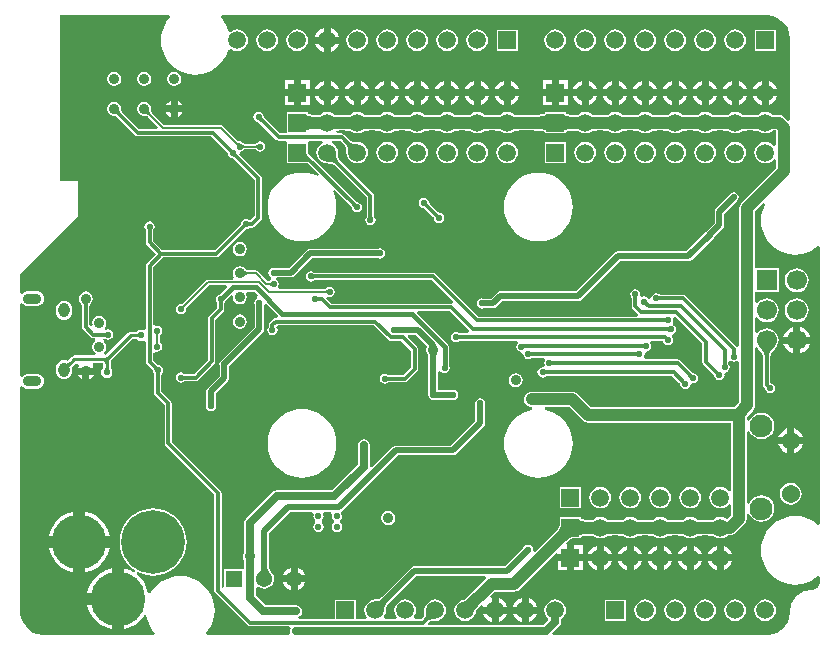
<source format=gbl>
G04 Layer_Physical_Order=2*
G04 Layer_Color=16711680*
%FSLAX44Y44*%
%MOMM*%
G71*
G01*
G75*
%ADD51C,0.1500*%
%ADD52C,0.3000*%
%ADD54C,0.5000*%
%ADD55C,1.0000*%
%ADD57C,0.2500*%
%ADD58C,0.7000*%
%ADD59C,0.4000*%
%ADD65C,0.8800*%
%ADD66C,1.5000*%
%ADD67R,1.5000X1.5000*%
%ADD68C,1.7000*%
%ADD69R,1.7000X1.7000*%
%ADD70C,4.6200*%
%ADD71C,5.3800*%
%ADD72C,1.3700*%
%ADD73R,1.3700X1.3700*%
%ADD74C,1.5400*%
%ADD75C,1.9300*%
%ADD76O,1.5500X0.9000*%
%ADD77O,0.9500X1.2500*%
%ADD78C,0.5080*%
%ADD79C,0.5500*%
%ADD80C,0.6500*%
G36*
X464770Y445150D02*
X465070Y444730D01*
X465569Y444360D01*
X466269Y444039D01*
X467169Y443767D01*
X468270Y443545D01*
X469570Y443372D01*
X472770Y443175D01*
X472937Y443172D01*
X477244Y443400D01*
Y432900D01*
X477152Y432948D01*
X476976Y432990D01*
X476715Y433027D01*
X475938Y433088D01*
X473763Y433138D01*
X472770Y433125D01*
X468270Y432755D01*
X467169Y432533D01*
X466269Y432261D01*
X465569Y431940D01*
X465070Y431570D01*
X464770Y431150D01*
X464669Y430681D01*
Y445620D01*
X464770Y445150D01*
D02*
G37*
G36*
X488047Y443353D02*
X488224Y443310D01*
X488485Y443273D01*
X489262Y443213D01*
X491835Y443153D01*
X492690Y443150D01*
Y433150D01*
X487956Y432900D01*
Y443400D01*
X488047Y443353D01*
D02*
G37*
G36*
X422007D02*
X422184Y443310D01*
X422445Y443273D01*
X423222Y443213D01*
X425795Y443153D01*
X426650Y443150D01*
Y433150D01*
X421916Y432900D01*
Y443400D01*
X422007Y443353D01*
D02*
G37*
G36*
X396608D02*
X396784Y443310D01*
X397045Y443273D01*
X397822Y443213D01*
X400395Y443153D01*
X401250Y443150D01*
Y433150D01*
X396516Y432900D01*
Y443400D01*
X396608Y443353D01*
D02*
G37*
G36*
X411204Y432900D02*
X411113Y432948D01*
X410936Y432990D01*
X410675Y433027D01*
X409898Y433088D01*
X407325Y433148D01*
X406470Y433150D01*
Y443150D01*
X411204Y443400D01*
Y432900D01*
D02*
G37*
G36*
X538848Y443353D02*
X539024Y443310D01*
X539285Y443273D01*
X540062Y443213D01*
X542635Y443153D01*
X543490Y443150D01*
Y433150D01*
X538756Y432900D01*
Y443400D01*
X538848Y443353D01*
D02*
G37*
G36*
X553444Y432900D02*
X553353Y432948D01*
X553176Y432990D01*
X552915Y433027D01*
X552138Y433088D01*
X549565Y433148D01*
X548710Y433150D01*
Y443150D01*
X553444Y443400D01*
Y432900D01*
D02*
G37*
G36*
X528044D02*
X527952Y432948D01*
X527776Y432990D01*
X527515Y433027D01*
X526738Y433088D01*
X524165Y433148D01*
X523310Y433150D01*
Y443150D01*
X528044Y443400D01*
Y432900D01*
D02*
G37*
G36*
X502644D02*
X502552Y432948D01*
X502376Y432990D01*
X502115Y433027D01*
X501338Y433088D01*
X498765Y433148D01*
X497910Y433150D01*
Y443150D01*
X502644Y443400D01*
Y432900D01*
D02*
G37*
G36*
X513447Y443353D02*
X513624Y443310D01*
X513885Y443273D01*
X514662Y443213D01*
X517235Y443153D01*
X518090Y443150D01*
Y433150D01*
X513356Y432900D01*
Y443400D01*
X513447Y443353D01*
D02*
G37*
G36*
X309604Y432900D02*
X309513Y432948D01*
X309336Y432990D01*
X309075Y433027D01*
X308298Y433088D01*
X305725Y433148D01*
X304870Y433150D01*
Y443150D01*
X309604Y443400D01*
Y432900D01*
D02*
G37*
G36*
X320407Y443353D02*
X320584Y443310D01*
X320845Y443273D01*
X321622Y443213D01*
X324195Y443153D01*
X325050Y443150D01*
Y433150D01*
X320316Y432900D01*
Y443400D01*
X320407Y443353D01*
D02*
G37*
G36*
X295007D02*
X295184Y443310D01*
X295445Y443273D01*
X296222Y443213D01*
X298795Y443153D01*
X299650Y443150D01*
Y433150D01*
X294916Y432900D01*
Y443400D01*
X295007Y443353D01*
D02*
G37*
G36*
X269608D02*
X269784Y443310D01*
X270045Y443273D01*
X270822Y443213D01*
X273395Y443153D01*
X274250Y443150D01*
Y433150D01*
X269516Y432900D01*
Y443400D01*
X269608Y443353D01*
D02*
G37*
G36*
X284204Y432900D02*
X284112Y432948D01*
X283936Y432990D01*
X283675Y433027D01*
X282898Y433088D01*
X280325Y433148D01*
X279470Y433150D01*
Y443150D01*
X284204Y443400D01*
Y432900D01*
D02*
G37*
G36*
X371208Y443353D02*
X371384Y443310D01*
X371645Y443273D01*
X372422Y443213D01*
X374995Y443153D01*
X375850Y443150D01*
Y433150D01*
X371116Y432900D01*
Y443400D01*
X371208Y443353D01*
D02*
G37*
G36*
X385804Y432900D02*
X385713Y432948D01*
X385536Y432990D01*
X385275Y433027D01*
X384498Y433088D01*
X381925Y433148D01*
X381070Y433150D01*
Y443150D01*
X385804Y443400D01*
Y432900D01*
D02*
G37*
G36*
X360404D02*
X360312Y432948D01*
X360136Y432990D01*
X359875Y433027D01*
X359098Y433088D01*
X356525Y433148D01*
X355670Y433150D01*
Y443150D01*
X360404Y443400D01*
Y432900D01*
D02*
G37*
G36*
X335004D02*
X334912Y432948D01*
X334736Y432990D01*
X334475Y433027D01*
X333698Y433088D01*
X331125Y433148D01*
X330270Y433150D01*
Y443150D01*
X335004Y443400D01*
Y432900D01*
D02*
G37*
G36*
X345807Y443353D02*
X345984Y443310D01*
X346245Y443273D01*
X347022Y443213D01*
X349595Y443153D01*
X350450Y443150D01*
Y433150D01*
X345716Y432900D01*
Y443400D01*
X345807Y443353D01*
D02*
G37*
G36*
X602169Y234817D02*
X602233Y234046D01*
X602271Y233835D01*
X602318Y233647D01*
X602373Y233483D01*
X602437Y233342D01*
X602509Y233224D01*
X602590Y233129D01*
X598740D01*
X598821Y233224D01*
X598893Y233342D01*
X598957Y233483D01*
X599012Y233647D01*
X599059Y233835D01*
X599097Y234046D01*
X599127Y234279D01*
X599161Y234817D01*
X599165Y235120D01*
X602165D01*
X602169Y234817D01*
D02*
G37*
G36*
X454309Y236594D02*
X454427Y236522D01*
X454568Y236458D01*
X454732Y236403D01*
X454920Y236356D01*
X455131Y236318D01*
X455364Y236288D01*
X455902Y236254D01*
X456205Y236250D01*
Y233250D01*
X455902Y233246D01*
X455131Y233182D01*
X454920Y233144D01*
X454732Y233097D01*
X454568Y233042D01*
X454427Y232978D01*
X454309Y232906D01*
X454214Y232825D01*
Y236675D01*
X454309Y236594D01*
D02*
G37*
G36*
X80518Y239000D02*
X80182Y238639D01*
X79881Y238264D01*
X79616Y237873D01*
X79386Y237469D01*
X79192Y237049D01*
X79033Y236615D01*
X78909Y236166D01*
X78821Y235703D01*
X78768Y235225D01*
X78750Y234732D01*
X76250Y234000D01*
X76225Y234475D01*
X76150Y234900D01*
X76025Y235275D01*
X75850Y235600D01*
X75625Y235875D01*
X75350Y236100D01*
X75025Y236275D01*
X74650Y236400D01*
X74225Y236475D01*
X73750Y236500D01*
X74482Y239000D01*
X74975Y239018D01*
X75453Y239071D01*
X75916Y239159D01*
X76365Y239283D01*
X76799Y239442D01*
X77219Y239636D01*
X77623Y239866D01*
X78014Y240131D01*
X78389Y240432D01*
X78750Y240768D01*
X80518Y239000D01*
D02*
G37*
G36*
X113554Y449175D02*
X113632Y448044D01*
X113704Y447543D01*
X113799Y447085D01*
X113917Y446671D01*
X114057Y446300D01*
X114220Y445973D01*
X114405Y445689D01*
X114613Y445448D01*
X113552Y444387D01*
X113311Y444595D01*
X113027Y444780D01*
X112700Y444943D01*
X112329Y445083D01*
X111915Y445201D01*
X111457Y445296D01*
X110956Y445368D01*
X109825Y445446D01*
X109194Y445450D01*
X113550Y449806D01*
X113554Y449175D01*
D02*
G37*
G36*
X47837Y233739D02*
X47417Y233302D01*
X46750Y232496D01*
X46503Y232128D01*
X46314Y231782D01*
X46182Y231459D01*
X46108Y231159D01*
X46091Y230881D01*
X46132Y230627D01*
X46230Y230395D01*
X43661Y234850D01*
X43805Y234661D01*
X43979Y234538D01*
X44184Y234480D01*
X44420Y234488D01*
X44687Y234562D01*
X44984Y234702D01*
X45312Y234908D01*
X45672Y235179D01*
X46062Y235517D01*
X46482Y235920D01*
X47837Y233739D01*
D02*
G37*
G36*
X122594Y226691D02*
X122522Y226573D01*
X122458Y226432D01*
X122403Y226268D01*
X122356Y226080D01*
X122318Y225869D01*
X122288Y225636D01*
X122254Y225098D01*
X122250Y224795D01*
X119250D01*
X119246Y225098D01*
X119182Y225869D01*
X119144Y226080D01*
X119097Y226268D01*
X119042Y226432D01*
X118978Y226573D01*
X118906Y226691D01*
X118825Y226786D01*
X122675D01*
X122594Y226691D01*
D02*
G37*
G36*
X594732Y227896D02*
X595322Y227396D01*
X595498Y227274D01*
X595663Y227174D01*
X595819Y227097D01*
X595964Y227042D01*
X596098Y227010D01*
X596222Y227000D01*
X593500Y224277D01*
X593490Y224402D01*
X593458Y224536D01*
X593403Y224681D01*
X593326Y224837D01*
X593226Y225002D01*
X593104Y225178D01*
X592960Y225364D01*
X592604Y225768D01*
X592393Y225986D01*
X594514Y228107D01*
X594732Y227896D01*
D02*
G37*
G36*
X448559Y228594D02*
X448677Y228522D01*
X448818Y228458D01*
X448982Y228403D01*
X449170Y228356D01*
X449381Y228318D01*
X449614Y228288D01*
X450152Y228254D01*
X450455Y228250D01*
Y225250D01*
X450152Y225246D01*
X449381Y225182D01*
X449170Y225144D01*
X448982Y225097D01*
X448818Y225042D01*
X448677Y224978D01*
X448559Y224906D01*
X448464Y224825D01*
Y228675D01*
X448559Y228594D01*
D02*
G37*
G36*
X119232Y232396D02*
X119822Y231896D01*
X119998Y231774D01*
X120163Y231674D01*
X120319Y231597D01*
X120464Y231542D01*
X120598Y231510D01*
X120723Y231500D01*
X118000Y228778D01*
X117990Y228902D01*
X117958Y229036D01*
X117903Y229181D01*
X117826Y229336D01*
X117726Y229502D01*
X117604Y229678D01*
X117460Y229865D01*
X117104Y230268D01*
X116893Y230486D01*
X119014Y232607D01*
X119232Y232396D01*
D02*
G37*
G36*
X78757Y230563D02*
X78811Y230038D01*
X78858Y229800D01*
X78919Y229579D01*
X78993Y229373D01*
X79081Y229184D01*
X79182Y229011D01*
X79297Y228854D01*
X79425Y228714D01*
X75575D01*
X75703Y228854D01*
X75818Y229011D01*
X75919Y229184D01*
X76007Y229373D01*
X76081Y229579D01*
X76142Y229800D01*
X76189Y230038D01*
X76223Y230292D01*
X76243Y230563D01*
X76250Y230849D01*
X78750D01*
X78757Y230563D01*
D02*
G37*
G36*
X604244Y432900D02*
X604152Y432948D01*
X603976Y432990D01*
X603715Y433027D01*
X602938Y433088D01*
X600365Y433148D01*
X599510Y433150D01*
Y443150D01*
X604244Y443400D01*
Y432900D01*
D02*
G37*
G36*
X615047Y443353D02*
X615224Y443310D01*
X615485Y443273D01*
X616262Y443213D01*
X618835Y443153D01*
X619690Y443150D01*
Y433150D01*
X614956Y432900D01*
Y443400D01*
X615047Y443353D01*
D02*
G37*
G36*
X589647D02*
X589824Y443310D01*
X590085Y443273D01*
X590862Y443213D01*
X593435Y443153D01*
X594290Y443150D01*
Y433150D01*
X589556Y432900D01*
Y443400D01*
X589647Y443353D01*
D02*
G37*
G36*
X564248D02*
X564424Y443310D01*
X564685Y443273D01*
X565462Y443213D01*
X568035Y443153D01*
X568890Y443150D01*
Y433150D01*
X564156Y432900D01*
Y443400D01*
X564248Y443353D01*
D02*
G37*
G36*
X578844Y432900D02*
X578753Y432948D01*
X578576Y432990D01*
X578315Y433027D01*
X577538Y433088D01*
X574965Y433148D01*
X574110Y433150D01*
Y443150D01*
X578844Y443400D01*
Y432900D01*
D02*
G37*
G36*
X356957Y242509D02*
X356861Y242336D01*
X356777Y242123D01*
X356703Y241871D01*
X356641Y241579D01*
X356590Y241247D01*
X356523Y240465D01*
X356500Y239524D01*
X351500Y239448D01*
X351494Y239938D01*
X351405Y241170D01*
X351351Y241502D01*
X351286Y241794D01*
X351208Y242046D01*
X351119Y242259D01*
X351018Y242432D01*
X350905Y242566D01*
X357064Y242642D01*
X356957Y242509D01*
D02*
G37*
G36*
X88160Y449371D02*
X88201Y448951D01*
X88271Y448545D01*
X88372Y448154D01*
X88502Y447778D01*
X88662Y447417D01*
X88852Y447070D01*
X89072Y446738D01*
X89322Y446421D01*
X89602Y446119D01*
X87481Y443998D01*
X87179Y444278D01*
X86862Y444528D01*
X86530Y444748D01*
X86183Y444938D01*
X85822Y445098D01*
X85446Y445228D01*
X85055Y445329D01*
X84649Y445399D01*
X84229Y445440D01*
X83794Y445450D01*
X88150Y449806D01*
X88160Y449371D01*
D02*
G37*
G36*
X436559Y243844D02*
X436677Y243772D01*
X436818Y243708D01*
X436982Y243653D01*
X437170Y243606D01*
X437381Y243568D01*
X437614Y243538D01*
X438152Y243504D01*
X438455Y243500D01*
Y240500D01*
X438152Y240496D01*
X437381Y240432D01*
X437170Y240394D01*
X436982Y240347D01*
X436818Y240292D01*
X436677Y240228D01*
X436559Y240156D01*
X436464Y240075D01*
Y243925D01*
X436559Y243844D01*
D02*
G37*
G36*
X629644Y432900D02*
X629552Y432948D01*
X629376Y432990D01*
X629115Y433027D01*
X628338Y433088D01*
X625765Y433148D01*
X624910Y433150D01*
Y443150D01*
X629644Y443400D01*
Y432900D01*
D02*
G37*
G36*
X208760Y442848D02*
X208792Y442714D01*
X208847Y442569D01*
X208924Y442413D01*
X209024Y442248D01*
X209146Y442072D01*
X209290Y441885D01*
X209646Y441482D01*
X209857Y441264D01*
X207736Y439143D01*
X207518Y439354D01*
X206928Y439854D01*
X206752Y439976D01*
X206586Y440076D01*
X206431Y440153D01*
X206286Y440208D01*
X206152Y440240D01*
X206028Y440250D01*
X208750Y442972D01*
X208760Y442848D01*
D02*
G37*
G36*
X246329Y445150D02*
X246630Y444730D01*
X247129Y444360D01*
X247829Y444039D01*
X248729Y443767D01*
X249830Y443545D01*
X251129Y443372D01*
X254329Y443175D01*
X254497Y443172D01*
X258804Y443400D01*
Y432900D01*
X258713Y432948D01*
X258536Y432990D01*
X258275Y433027D01*
X257498Y433088D01*
X255323Y433138D01*
X254329Y433125D01*
X249830Y432755D01*
X248729Y432533D01*
X247829Y432261D01*
X247129Y431940D01*
X246630Y431570D01*
X246329Y431150D01*
X246229Y430681D01*
Y445620D01*
X246329Y445150D01*
D02*
G37*
G36*
X219304Y266052D02*
X219368Y265281D01*
X219406Y265070D01*
X219453Y264882D01*
X219508Y264718D01*
X219572Y264577D01*
X219644Y264459D01*
X219725Y264364D01*
X215875D01*
X215956Y264459D01*
X216028Y264577D01*
X216092Y264718D01*
X216147Y264882D01*
X216194Y265070D01*
X216232Y265281D01*
X216262Y265515D01*
X216296Y266052D01*
X216300Y266355D01*
X219300D01*
X219304Y266052D01*
D02*
G37*
G36*
X553142Y261180D02*
X553047Y261261D01*
X552929Y261334D01*
X552787Y261397D01*
X552623Y261453D01*
X552436Y261499D01*
X552225Y261537D01*
X551991Y261567D01*
X551454Y261601D01*
X551151Y261605D01*
Y264606D01*
X551454Y264610D01*
X552225Y264674D01*
X552436Y264712D01*
X552623Y264758D01*
X552787Y264814D01*
X552929Y264877D01*
X553047Y264950D01*
X553142Y265030D01*
Y261180D01*
D02*
G37*
G36*
X193842Y313387D02*
X194696Y312642D01*
X195102Y312339D01*
X195492Y312083D01*
X195868Y311873D01*
X196230Y311710D01*
X196576Y311593D01*
X196908Y311523D01*
X197226Y311500D01*
Y310000D01*
X196908Y309977D01*
X196576Y309907D01*
X196230Y309790D01*
X195868Y309627D01*
X195492Y309417D01*
X195102Y309161D01*
X194696Y308858D01*
X193842Y308113D01*
X193392Y307670D01*
Y313830D01*
X193842Y313387D01*
D02*
G37*
G36*
X216786Y299575D02*
X216556Y299798D01*
X216324Y299998D01*
X216092Y300174D01*
X215860Y300327D01*
X215627Y300456D01*
X215394Y300562D01*
X215160Y300644D01*
X214925Y300703D01*
X214690Y300738D01*
X214454Y300750D01*
Y302250D01*
X214690Y302262D01*
X214925Y302297D01*
X215160Y302355D01*
X215394Y302438D01*
X215627Y302544D01*
X215860Y302673D01*
X216092Y302826D01*
X216324Y303002D01*
X216556Y303202D01*
X216786Y303425D01*
Y299575D01*
D02*
G37*
G36*
X252309Y309844D02*
X252427Y309772D01*
X252568Y309708D01*
X252732Y309653D01*
X252920Y309606D01*
X253131Y309568D01*
X253364Y309538D01*
X253902Y309504D01*
X254205Y309500D01*
Y306500D01*
X253902Y306495D01*
X253131Y306432D01*
X252920Y306394D01*
X252732Y306347D01*
X252568Y306292D01*
X252427Y306228D01*
X252309Y306155D01*
X252214Y306075D01*
Y309925D01*
X252309Y309844D01*
D02*
G37*
G36*
X121702Y259555D02*
X121502Y259324D01*
X121326Y259093D01*
X121173Y258860D01*
X121044Y258627D01*
X120938Y258394D01*
X120856Y258160D01*
X120797Y257925D01*
X120762Y257690D01*
X120750Y257454D01*
X119250D01*
X119238Y257690D01*
X119203Y257925D01*
X119144Y258160D01*
X119062Y258394D01*
X118956Y258627D01*
X118827Y258860D01*
X118674Y259093D01*
X118498Y259324D01*
X118298Y259555D01*
X118075Y259786D01*
X121925D01*
X121702Y259555D01*
D02*
G37*
G36*
X302254Y359402D02*
X302318Y358631D01*
X302356Y358420D01*
X302403Y358232D01*
X302458Y358068D01*
X302522Y357927D01*
X302594Y357809D01*
X302675Y357714D01*
X298825D01*
X298906Y357809D01*
X298978Y357927D01*
X299042Y358068D01*
X299097Y358232D01*
X299144Y358420D01*
X299182Y358631D01*
X299212Y358865D01*
X299246Y359402D01*
X299250Y359705D01*
X302250D01*
X302254Y359402D01*
D02*
G37*
G36*
X197309Y354094D02*
X197427Y354022D01*
X197568Y353958D01*
X197732Y353903D01*
X197920Y353856D01*
X198131Y353818D01*
X198364Y353788D01*
X198902Y353754D01*
X199205Y353750D01*
Y350750D01*
X198902Y350746D01*
X198131Y350682D01*
X197920Y350644D01*
X197732Y350597D01*
X197568Y350542D01*
X197427Y350478D01*
X197309Y350406D01*
X197214Y350325D01*
Y354175D01*
X197309Y354094D01*
D02*
G37*
G36*
X115594Y348191D02*
X115522Y348073D01*
X115458Y347932D01*
X115403Y347768D01*
X115356Y347580D01*
X115318Y347369D01*
X115288Y347136D01*
X115254Y346598D01*
X115250Y346295D01*
X112250D01*
X112246Y346598D01*
X112182Y347369D01*
X112144Y347580D01*
X112097Y347768D01*
X112042Y347932D01*
X111978Y348073D01*
X111906Y348191D01*
X111825Y348286D01*
X115675D01*
X115594Y348191D01*
D02*
G37*
G36*
X195222Y349500D02*
X195098Y349490D01*
X194964Y349458D01*
X194819Y349403D01*
X194664Y349326D01*
X194498Y349226D01*
X194322Y349104D01*
X194135Y348960D01*
X193732Y348604D01*
X193514Y348393D01*
X191393Y350514D01*
X191604Y350732D01*
X192104Y351322D01*
X192226Y351498D01*
X192326Y351664D01*
X192403Y351819D01*
X192458Y351964D01*
X192490Y352098D01*
X192500Y352223D01*
X195222Y349500D01*
D02*
G37*
G36*
X535510Y286598D02*
X535542Y286464D01*
X535597Y286319D01*
X535674Y286164D01*
X535774Y285998D01*
X535896Y285822D01*
X536040Y285636D01*
X536396Y285232D01*
X536607Y285014D01*
X534486Y282893D01*
X534268Y283104D01*
X533678Y283604D01*
X533502Y283726D01*
X533336Y283826D01*
X533181Y283903D01*
X533036Y283958D01*
X532902Y283990D01*
X532777Y284000D01*
X535500Y286723D01*
X535510Y286598D01*
D02*
G37*
G36*
X175844Y286441D02*
X175772Y286323D01*
X175708Y286182D01*
X175653Y286018D01*
X175606Y285830D01*
X175568Y285619D01*
X175538Y285385D01*
X175504Y284848D01*
X175500Y284545D01*
X172500D01*
X172496Y284848D01*
X172432Y285619D01*
X172394Y285830D01*
X172347Y286018D01*
X172292Y286182D01*
X172228Y286323D01*
X172156Y286441D01*
X172075Y286536D01*
X175925D01*
X175844Y286441D01*
D02*
G37*
G36*
X62530Y285793D02*
X62261Y285467D01*
X62024Y285130D01*
X61819Y284783D01*
X61645Y284425D01*
X61503Y284056D01*
X61392Y283676D01*
X61313Y283286D01*
X61266Y282885D01*
X61250Y282474D01*
X58250D01*
X58234Y282885D01*
X58187Y283286D01*
X58108Y283676D01*
X57997Y284056D01*
X57855Y284425D01*
X57681Y284783D01*
X57476Y285130D01*
X57239Y285467D01*
X56970Y285793D01*
X56670Y286108D01*
X62830D01*
X62530Y285793D01*
D02*
G37*
G36*
X634599Y368999D02*
X634481Y368806D01*
X632734Y364589D01*
X631669Y360151D01*
X631310Y355600D01*
X631669Y351049D01*
X632734Y346611D01*
X634481Y342394D01*
X636866Y338502D01*
X639831Y335031D01*
X643301Y332066D01*
X647194Y329681D01*
X651411Y327934D01*
X655849Y326869D01*
X660400Y326510D01*
X664951Y326869D01*
X669389Y327934D01*
X673606Y329681D01*
X677498Y332066D01*
X679722Y333965D01*
X681722Y333043D01*
X681722Y98757D01*
X679722Y97835D01*
X677498Y99734D01*
X673606Y102119D01*
X669389Y103866D01*
X664951Y104931D01*
X660400Y105290D01*
X655849Y104931D01*
X651411Y103866D01*
X647194Y102119D01*
X643301Y99734D01*
X639831Y96770D01*
X636866Y93299D01*
X634481Y89406D01*
X632734Y85189D01*
X631669Y80751D01*
X631310Y76200D01*
X631669Y71649D01*
X632734Y67211D01*
X634481Y62994D01*
X636866Y59102D01*
X639831Y55630D01*
X643301Y52666D01*
X647194Y50281D01*
X651411Y48534D01*
X655849Y47469D01*
X660400Y47110D01*
X664951Y47469D01*
X669389Y48534D01*
X673606Y50281D01*
X677498Y52666D01*
X679722Y54565D01*
X681722Y53643D01*
Y49951D01*
X681390Y48285D01*
X680740Y46716D01*
X679797Y45304D01*
X678596Y44103D01*
X677184Y43159D01*
X675615Y42510D01*
X673949Y42178D01*
X673100Y42178D01*
X673000Y42158D01*
X672900Y42173D01*
X671655Y42112D01*
X671362Y42039D01*
X671060D01*
X668618Y41553D01*
X668247Y41399D01*
X667853Y41321D01*
X665553Y40368D01*
X665219Y40145D01*
X664848Y39991D01*
X662778Y38608D01*
X662494Y38324D01*
X662160Y38101D01*
X660399Y36340D01*
X660176Y36007D01*
X659892Y35722D01*
X658509Y33653D01*
X658355Y33281D01*
X658132Y32947D01*
X657179Y30647D01*
X657101Y30253D01*
X656947Y29882D01*
X656461Y27440D01*
Y27138D01*
X656388Y26845D01*
X656327Y25601D01*
X656342Y25500D01*
X656322Y25400D01*
Y23300D01*
X655502Y19181D01*
X653895Y15300D01*
X651562Y11808D01*
X648592Y8838D01*
X645100Y6505D01*
X641219Y4898D01*
X637100Y4078D01*
X455401D01*
X454636Y5926D01*
X460805Y12095D01*
X461910Y13749D01*
X462298Y15700D01*
Y17968D01*
X463619Y18981D01*
X465061Y20861D01*
X465968Y23050D01*
X466278Y25400D01*
X465968Y27750D01*
X465061Y29939D01*
X463619Y31819D01*
X461739Y33261D01*
X459549Y34168D01*
X457200Y34478D01*
X454851Y34168D01*
X452661Y33261D01*
X450781Y31819D01*
X449338Y29939D01*
X448432Y27750D01*
X448122Y25400D01*
X448432Y23050D01*
X449338Y20861D01*
X450781Y18981D01*
X450764Y16473D01*
X446888Y12598D01*
X349737D01*
X349646Y12816D01*
X349374Y14605D01*
X350510Y15520D01*
X350945Y15697D01*
X351511Y15873D01*
X352157Y16021D01*
X352860Y16134D01*
X354578Y16267D01*
X355541Y16277D01*
X355669Y16331D01*
X357949Y16632D01*
X360139Y17538D01*
X362019Y18981D01*
X363461Y20861D01*
X364368Y23050D01*
X364678Y25400D01*
X364368Y27750D01*
X363461Y29939D01*
X362019Y31819D01*
X360139Y33261D01*
X357949Y34168D01*
X355600Y34478D01*
X353251Y34168D01*
X351061Y33261D01*
X349181Y31819D01*
X347738Y29939D01*
X346832Y27750D01*
X346536Y25505D01*
X346478Y25375D01*
X346419Y23463D01*
X346338Y22681D01*
X346221Y21957D01*
X346073Y21311D01*
X345897Y20745D01*
X345699Y20258D01*
X345482Y19847D01*
X345252Y19509D01*
X344940Y19153D01*
X344896Y19022D01*
X343683Y17809D01*
X338240D01*
X337254Y19809D01*
X338061Y20861D01*
X338968Y23050D01*
X339278Y25400D01*
X338968Y27750D01*
X338061Y29939D01*
X336619Y31819D01*
X334739Y33261D01*
X332550Y34168D01*
X330200Y34478D01*
X327850Y34168D01*
X325661Y33261D01*
X323781Y31819D01*
X322338Y29939D01*
X321432Y27750D01*
X321122Y25400D01*
X321432Y23050D01*
X322338Y20861D01*
X323146Y19809D01*
X322160Y17809D01*
X312840D01*
X311854Y19809D01*
X312661Y20861D01*
X313568Y23050D01*
X313866Y25308D01*
X313923Y25437D01*
X313939Y26137D01*
X313996Y26750D01*
X314094Y27329D01*
X314232Y27878D01*
X314408Y28399D01*
X314624Y28894D01*
X314879Y29365D01*
X315175Y29816D01*
X315515Y30250D01*
X315942Y30712D01*
X315979Y30811D01*
X339589Y54422D01*
X398082D01*
X398761Y52422D01*
X398714Y52386D01*
X383617Y37288D01*
X383455Y37222D01*
X382859Y36630D01*
X381042Y34895D01*
X380523Y34451D01*
X380465Y34407D01*
X378651Y34168D01*
X376461Y33261D01*
X374581Y31819D01*
X373139Y29939D01*
X372232Y27750D01*
X371922Y25400D01*
X372232Y23050D01*
X373139Y20861D01*
X374581Y18981D01*
X376461Y17538D01*
X378651Y16632D01*
X381000Y16322D01*
X383349Y16632D01*
X385539Y17538D01*
X387419Y18981D01*
X388862Y20861D01*
X389768Y23050D01*
X389985Y24699D01*
X392877Y27913D01*
X392928Y28056D01*
X394707Y29836D01*
X396403Y28703D01*
X396278Y28400D01*
X403400D01*
Y35522D01*
X403097Y35397D01*
X401964Y37092D01*
X406066Y41194D01*
X422400D01*
X424097Y41417D01*
X425678Y42072D01*
X427036Y43114D01*
X457552Y73631D01*
X459400Y72865D01*
Y72850D01*
X466900D01*
Y81026D01*
X466434Y82212D01*
X467451Y83156D01*
X469130Y84499D01*
X470652Y85558D01*
X471864Y86250D01*
X476348D01*
X476573Y86157D01*
X476696Y86208D01*
X476826Y86177D01*
X476945Y86250D01*
X476948Y86250D01*
X477031Y86193D01*
X477266Y86200D01*
X477369Y86157D01*
X478900Y86250D01*
X478900Y87359D01*
X478957Y87442D01*
X478979Y87545D01*
X479100Y87635D01*
X479545Y87839D01*
X480266Y88056D01*
X481198Y88245D01*
X485547Y88603D01*
X486455Y88614D01*
X488557Y88565D01*
X489237Y88513D01*
X489310Y88502D01*
X490761Y87388D01*
X492951Y86482D01*
X495300Y86172D01*
X497649Y86482D01*
X499839Y87388D01*
X501158Y88401D01*
X505476Y88629D01*
X505612Y88694D01*
X510443D01*
X510605Y88626D01*
X511444Y88624D01*
X513957Y88565D01*
X514637Y88513D01*
X514710Y88502D01*
X516161Y87388D01*
X518350Y86482D01*
X520700Y86172D01*
X523050Y86482D01*
X525239Y87388D01*
X526558Y88401D01*
X530876Y88629D01*
X531012Y88694D01*
X535843D01*
X536005Y88626D01*
X536844Y88624D01*
X539357Y88565D01*
X540037Y88513D01*
X540110Y88502D01*
X541561Y87388D01*
X543750Y86482D01*
X546100Y86172D01*
X548450Y86482D01*
X550639Y87388D01*
X551958Y88401D01*
X556276Y88629D01*
X556413Y88694D01*
X561243D01*
X561405Y88626D01*
X562244Y88624D01*
X564757Y88565D01*
X565437Y88513D01*
X565510Y88502D01*
X566961Y87388D01*
X569151Y86482D01*
X571500Y86172D01*
X573849Y86482D01*
X576039Y87388D01*
X577358Y88401D01*
X581676Y88629D01*
X581813Y88694D01*
X586643D01*
X586805Y88626D01*
X587644Y88624D01*
X590157Y88565D01*
X590837Y88513D01*
X590910Y88502D01*
X592361Y87388D01*
X594551Y86482D01*
X596900Y86172D01*
X599249Y86482D01*
X601439Y87388D01*
X603140Y88694D01*
X605000D01*
X606697Y88917D01*
X608278Y89572D01*
X609636Y90614D01*
X617386Y98364D01*
X618428Y99722D01*
X619083Y101303D01*
X619306Y103000D01*
Y106703D01*
X621306Y107101D01*
X621851Y105787D01*
X623638Y103458D01*
X625967Y101671D01*
X628679Y100547D01*
X631590Y100164D01*
X634501Y100547D01*
X637213Y101671D01*
X639542Y103458D01*
X641329Y105787D01*
X642453Y108499D01*
X642836Y111410D01*
X642453Y114321D01*
X641329Y117033D01*
X639542Y119362D01*
X637213Y121150D01*
X634501Y122273D01*
X631590Y122656D01*
X628679Y122273D01*
X625967Y121150D01*
X623638Y119362D01*
X621851Y117033D01*
X621306Y115719D01*
X619306Y116117D01*
Y176703D01*
X621306Y177101D01*
X621851Y175787D01*
X623638Y173458D01*
X625967Y171670D01*
X628679Y170547D01*
X631590Y170164D01*
X634501Y170547D01*
X637213Y171670D01*
X639542Y173458D01*
X641329Y175787D01*
X642453Y178499D01*
X642836Y181410D01*
X642453Y184321D01*
X641329Y187033D01*
X639542Y189362D01*
X637213Y191150D01*
X634501Y192273D01*
X631590Y192656D01*
X628679Y192273D01*
X625967Y191150D01*
X623638Y189362D01*
X621851Y187033D01*
X621306Y185719D01*
X619306Y186117D01*
Y189034D01*
X624406Y194134D01*
X625448Y195492D01*
X626103Y197073D01*
X626326Y198770D01*
Y247247D01*
X628326Y247926D01*
X629103Y246914D01*
X629141Y246813D01*
X630706Y245161D01*
X631311Y244430D01*
X631834Y243725D01*
X632264Y243064D01*
X632603Y242450D01*
X632853Y241887D01*
X633021Y241380D01*
X633114Y240930D01*
X633151Y240417D01*
X633211Y240296D01*
Y216333D01*
X633211Y216333D01*
X633444Y215162D01*
X634107Y214170D01*
X634262Y214015D01*
X634318Y213868D01*
X634686Y213481D01*
X634928Y213189D01*
X634988Y213106D01*
X635027Y213044D01*
X635036Y213027D01*
X635059Y212969D01*
X635080Y212948D01*
X635349Y211592D01*
X636289Y210186D01*
X637695Y209247D01*
X639353Y208917D01*
X641011Y209247D01*
X642417Y210186D01*
X643356Y211592D01*
X643686Y213250D01*
X643356Y214908D01*
X642417Y216314D01*
X641011Y217253D01*
X639655Y217523D01*
X639633Y217544D01*
X639576Y217567D01*
X639559Y217576D01*
X639497Y217615D01*
X639426Y217666D01*
X639329Y217750D01*
Y240296D01*
X639389Y240417D01*
X639426Y240930D01*
X639519Y241380D01*
X639687Y241887D01*
X639937Y242450D01*
X640276Y243064D01*
X640706Y243725D01*
X641217Y244414D01*
X642567Y245968D01*
X643377Y246791D01*
X643415Y246885D01*
X645005Y248957D01*
X646013Y251390D01*
X646356Y254000D01*
X646013Y256611D01*
X645005Y259043D01*
X643402Y261132D01*
X641313Y262735D01*
X638881Y263743D01*
X636270Y264086D01*
X633660Y263743D01*
X631227Y262735D01*
X629138Y261132D01*
X628326Y260074D01*
X626326Y260753D01*
Y272647D01*
X628326Y273326D01*
X629138Y272268D01*
X631227Y270665D01*
X633660Y269657D01*
X636270Y269314D01*
X638881Y269657D01*
X641313Y270665D01*
X643402Y272268D01*
X645005Y274357D01*
X646013Y276789D01*
X646356Y279400D01*
X646013Y282010D01*
X645005Y284443D01*
X643402Y286532D01*
X641313Y288135D01*
X638881Y289143D01*
X636270Y289486D01*
X633660Y289143D01*
X631227Y288135D01*
X629138Y286532D01*
X628326Y285474D01*
X626326Y286153D01*
Y294800D01*
X646270D01*
Y314800D01*
X626326D01*
Y363554D01*
X633017Y370245D01*
X634599Y368999D01*
D02*
G37*
G36*
X143818Y282757D02*
X143659Y282582D01*
X143518Y282391D01*
X143394Y282184D01*
X143287Y281960D01*
X143196Y281720D01*
X143123Y281464D01*
X143067Y281192D01*
X143027Y280903D01*
X143005Y280598D01*
X143000Y280278D01*
X140278Y283000D01*
X140598Y283005D01*
X140903Y283027D01*
X141192Y283067D01*
X141464Y283123D01*
X141720Y283196D01*
X141960Y283286D01*
X142184Y283394D01*
X142391Y283518D01*
X142582Y283659D01*
X142757Y283818D01*
X143818Y282757D01*
D02*
G37*
G36*
X264286Y293075D02*
X264056Y293298D01*
X263824Y293498D01*
X263592Y293674D01*
X263360Y293827D01*
X263127Y293956D01*
X262894Y294062D01*
X262660Y294144D01*
X262425Y294203D01*
X262190Y294238D01*
X261954Y294250D01*
Y295750D01*
X262190Y295762D01*
X262425Y295797D01*
X262660Y295856D01*
X262894Y295938D01*
X263127Y296044D01*
X263360Y296173D01*
X263592Y296326D01*
X263824Y296502D01*
X264056Y296702D01*
X264286Y296925D01*
Y293075D01*
D02*
G37*
G36*
X550672Y269075D02*
X550577Y269156D01*
X550459Y269228D01*
X550318Y269292D01*
X550153Y269347D01*
X549966Y269394D01*
X549755Y269432D01*
X549521Y269462D01*
X548984Y269496D01*
X548681Y269500D01*
Y272500D01*
X548984Y272504D01*
X549755Y272568D01*
X549966Y272606D01*
X550153Y272653D01*
X550318Y272708D01*
X550459Y272772D01*
X550577Y272844D01*
X550672Y272925D01*
Y269075D01*
D02*
G37*
G36*
X526844Y290691D02*
X526772Y290573D01*
X526708Y290432D01*
X526653Y290268D01*
X526606Y290080D01*
X526568Y289869D01*
X526538Y289636D01*
X526504Y289098D01*
X526500Y288795D01*
X523500D01*
X523496Y289098D01*
X523432Y289869D01*
X523394Y290080D01*
X523347Y290268D01*
X523292Y290432D01*
X523228Y290573D01*
X523156Y290691D01*
X523075Y290786D01*
X526925D01*
X526844Y290691D01*
D02*
G37*
G36*
X256308Y290344D02*
X256427Y290272D01*
X256568Y290208D01*
X256732Y290153D01*
X256920Y290106D01*
X257130Y290068D01*
X257364Y290038D01*
X257901Y290004D01*
X258205Y290000D01*
Y287000D01*
X257901Y286996D01*
X257130Y286932D01*
X256920Y286894D01*
X256732Y286847D01*
X256568Y286791D01*
X256427Y286728D01*
X256308Y286656D01*
X256214Y286575D01*
Y290425D01*
X256308Y290344D01*
D02*
G37*
G36*
X544809Y291344D02*
X544927Y291272D01*
X545068Y291208D01*
X545232Y291153D01*
X545420Y291106D01*
X545631Y291068D01*
X545864Y291038D01*
X546402Y291004D01*
X546705Y291000D01*
Y288000D01*
X546402Y287996D01*
X545631Y287932D01*
X545420Y287894D01*
X545232Y287847D01*
X545068Y287792D01*
X544927Y287728D01*
X544809Y287656D01*
X544714Y287575D01*
Y291425D01*
X544809Y291344D01*
D02*
G37*
G36*
X187246Y412399D02*
X187263Y412283D01*
X187302Y412155D01*
X187362Y412016D01*
X187444Y411866D01*
X187548Y411704D01*
X187674Y411532D01*
X187990Y411152D01*
X188394Y410728D01*
X186436Y408443D01*
X186218Y408654D01*
X185813Y409005D01*
X185625Y409146D01*
X185447Y409265D01*
X185279Y409360D01*
X185121Y409431D01*
X184972Y409480D01*
X184833Y409505D01*
X184704Y409508D01*
X184675Y412425D01*
X187246Y412399D01*
D02*
G37*
G36*
X183402Y415740D02*
X183782Y415424D01*
X183954Y415298D01*
X184116Y415194D01*
X184266Y415112D01*
X184405Y415051D01*
X184533Y415013D01*
X184649Y414996D01*
X184675Y412425D01*
X181758Y412454D01*
X181755Y412583D01*
X181730Y412722D01*
X181681Y412871D01*
X181609Y413029D01*
X181515Y413197D01*
X181397Y413375D01*
X181255Y413563D01*
X180904Y413968D01*
X180693Y414186D01*
X182978Y416144D01*
X183402Y415740D01*
D02*
G37*
G36*
X246222Y413343D02*
X246287Y412922D01*
X246396Y412500D01*
X246547Y412077D01*
X246741Y411653D01*
X246977Y411229D01*
X247257Y410803D01*
X247579Y410376D01*
X247943Y409949D01*
X248351Y409520D01*
Y405278D01*
X246229Y405280D01*
X246199Y413763D01*
X246222Y413343D01*
D02*
G37*
G36*
X641375Y247071D02*
X639950Y245432D01*
X639372Y244653D01*
X638882Y243900D01*
X638482Y243173D01*
X638171Y242474D01*
X637948Y241800D01*
X637814Y241154D01*
X637770Y240533D01*
X634770D01*
X634725Y241154D01*
X634592Y241800D01*
X634370Y242474D01*
X634058Y243173D01*
X633657Y243900D01*
X633168Y244653D01*
X632589Y245432D01*
X631922Y246238D01*
X630320Y247930D01*
X642220D01*
X641375Y247071D01*
D02*
G37*
G36*
X526536Y240075D02*
X526441Y240156D01*
X526323Y240228D01*
X526182Y240292D01*
X526018Y240347D01*
X525830Y240394D01*
X525619Y240432D01*
X525386Y240462D01*
X524848Y240496D01*
X524545Y240500D01*
Y243500D01*
X524848Y243504D01*
X525619Y243568D01*
X525830Y243606D01*
X526018Y243653D01*
X526182Y243708D01*
X526323Y243772D01*
X526441Y243844D01*
X526536Y243925D01*
Y240075D01*
D02*
G37*
G36*
X187918Y421409D02*
X188109Y421268D01*
X188316Y421144D01*
X188540Y421036D01*
X188780Y420946D01*
X189036Y420873D01*
X189308Y420817D01*
X189597Y420777D01*
X189902Y420755D01*
X190222Y420750D01*
X187500Y418027D01*
X187495Y418348D01*
X187473Y418653D01*
X187433Y418942D01*
X187377Y419214D01*
X187304Y419470D01*
X187213Y419710D01*
X187106Y419934D01*
X186982Y420141D01*
X186840Y420332D01*
X186682Y420507D01*
X187743Y421568D01*
X187918Y421409D01*
D02*
G37*
G36*
X449730Y430681D02*
X449631Y431150D01*
X449330Y431570D01*
X448830Y431940D01*
X448130Y432261D01*
X447230Y432533D01*
X446130Y432755D01*
X444831Y432928D01*
X441631Y433125D01*
X439730Y433150D01*
Y443150D01*
X441631Y443175D01*
X446130Y443545D01*
X447230Y443767D01*
X448130Y444039D01*
X448830Y444360D01*
X449330Y444730D01*
X449631Y445150D01*
X449730Y445620D01*
Y430681D01*
D02*
G37*
G36*
X205536Y416075D02*
X205306Y416298D01*
X205074Y416498D01*
X204842Y416674D01*
X204610Y416827D01*
X204377Y416956D01*
X204144Y417062D01*
X203910Y417144D01*
X203675Y417203D01*
X203440Y417238D01*
X203204Y417250D01*
Y418750D01*
X203440Y418762D01*
X203675Y418797D01*
X203910Y418856D01*
X204144Y418938D01*
X204377Y419044D01*
X204610Y419173D01*
X204842Y419326D01*
X205074Y419502D01*
X205306Y419702D01*
X205536Y419925D01*
Y416075D01*
D02*
G37*
G36*
X282673Y421811D02*
X283170Y421474D01*
X283731Y421178D01*
X284357Y420923D01*
X285049Y420708D01*
X285806Y420535D01*
X286628Y420402D01*
X287515Y420310D01*
X289485Y420250D01*
X282060Y412825D01*
X282050Y413843D01*
X281908Y415682D01*
X281775Y416504D01*
X281602Y417261D01*
X281388Y417953D01*
X281132Y418579D01*
X280836Y419140D01*
X280499Y419636D01*
X280121Y420067D01*
X282243Y422189D01*
X282673Y421811D01*
D02*
G37*
G36*
X192444Y419702D02*
X192676Y419502D01*
X192908Y419326D01*
X193140Y419173D01*
X193373Y419044D01*
X193606Y418938D01*
X193840Y418856D01*
X194075Y418797D01*
X194310Y418762D01*
X194546Y418750D01*
Y417250D01*
X194310Y417238D01*
X194075Y417203D01*
X193840Y417144D01*
X193606Y417062D01*
X193373Y416956D01*
X193140Y416827D01*
X192908Y416674D01*
X192676Y416498D01*
X192444Y416298D01*
X192214Y416075D01*
Y419925D01*
X192444Y419702D01*
D02*
G37*
G36*
X104786Y256075D02*
X104646Y256203D01*
X104489Y256318D01*
X104316Y256419D01*
X104127Y256507D01*
X103921Y256581D01*
X103700Y256642D01*
X103462Y256689D01*
X103208Y256723D01*
X102937Y256743D01*
X102650Y256750D01*
Y259250D01*
X102937Y259257D01*
X103462Y259311D01*
X103700Y259358D01*
X103921Y259419D01*
X104127Y259493D01*
X104316Y259581D01*
X104489Y259682D01*
X104646Y259797D01*
X104786Y259925D01*
Y256075D01*
D02*
G37*
G36*
X375416Y258594D02*
X375534Y258522D01*
X375675Y258458D01*
X375839Y258403D01*
X376027Y258356D01*
X376238Y258318D01*
X376471Y258288D01*
X377009Y258254D01*
X377312Y258250D01*
X377312Y255250D01*
X377009Y255246D01*
X376238Y255182D01*
X376027Y255144D01*
X375839Y255097D01*
X375675Y255042D01*
X375534Y254978D01*
X375416Y254906D01*
X375321Y254825D01*
X375321Y258675D01*
X375416Y258594D01*
D02*
G37*
G36*
X76789Y256838D02*
X76694Y256918D01*
X76576Y256991D01*
X76434Y257054D01*
X76270Y257110D01*
X76083Y257156D01*
X75872Y257195D01*
X75638Y257224D01*
X75101Y257258D01*
X74798Y257263D01*
Y260263D01*
X75101Y260267D01*
X75872Y260331D01*
X76083Y260369D01*
X76270Y260416D01*
X76434Y260471D01*
X76576Y260535D01*
X76694Y260607D01*
X76789Y260688D01*
Y256838D01*
D02*
G37*
G36*
X287732Y370146D02*
X288322Y369646D01*
X288498Y369524D01*
X288664Y369424D01*
X288819Y369347D01*
X288964Y369292D01*
X289098Y369260D01*
X289223Y369250D01*
X286500Y366527D01*
X286490Y366652D01*
X286458Y366786D01*
X286403Y366931D01*
X286326Y367086D01*
X286226Y367252D01*
X286104Y367428D01*
X285960Y367615D01*
X285604Y368018D01*
X285393Y368236D01*
X287514Y370357D01*
X287732Y370146D01*
D02*
G37*
G36*
X271670Y411657D02*
X271812Y409818D01*
X271945Y408996D01*
X272118Y408239D01*
X272332Y407547D01*
X272588Y406921D01*
X272884Y406360D01*
X273221Y405863D01*
X273599Y405433D01*
X271478Y403311D01*
X271047Y403689D01*
X270550Y404026D01*
X269989Y404322D01*
X269363Y404577D01*
X268671Y404792D01*
X267914Y404965D01*
X267092Y405098D01*
X266205Y405190D01*
X264235Y405250D01*
X271660Y412675D01*
X271670Y411657D01*
D02*
G37*
G36*
X430374Y250530D02*
X430490Y250471D01*
X430631Y250419D01*
X430794Y250374D01*
X430982Y250336D01*
X431193Y250305D01*
X431685Y250264D01*
X432271Y250250D01*
X432599Y247250D01*
X432297Y247245D01*
X431763Y247206D01*
X431531Y247172D01*
X431322Y247128D01*
X431137Y247074D01*
X430975Y247011D01*
X430837Y246937D01*
X430722Y246854D01*
X430631Y246761D01*
X430281Y250596D01*
X430374Y250530D01*
D02*
G37*
G36*
X610254Y243652D02*
X610318Y242881D01*
X610356Y242670D01*
X610403Y242482D01*
X610458Y242318D01*
X610522Y242177D01*
X610594Y242059D01*
X610675Y241964D01*
X606825D01*
X606906Y242059D01*
X606978Y242177D01*
X607042Y242318D01*
X607097Y242482D01*
X607144Y242670D01*
X607182Y242881D01*
X607212Y243114D01*
X607246Y243652D01*
X607250Y243955D01*
X610250D01*
X610254Y243652D01*
D02*
G37*
G36*
X532286Y246825D02*
X532191Y246906D01*
X532073Y246978D01*
X531932Y247042D01*
X531768Y247097D01*
X531580Y247144D01*
X531369Y247182D01*
X531136Y247212D01*
X530598Y247246D01*
X530295Y247250D01*
Y250250D01*
X530598Y250254D01*
X531369Y250318D01*
X531580Y250356D01*
X531768Y250403D01*
X531932Y250458D01*
X532073Y250522D01*
X532191Y250594D01*
X532286Y250675D01*
Y246825D01*
D02*
G37*
G36*
X120762Y252560D02*
X120797Y252325D01*
X120856Y252090D01*
X120938Y251856D01*
X121044Y251623D01*
X121173Y251390D01*
X121326Y251157D01*
X121502Y250926D01*
X121702Y250695D01*
X121925Y250464D01*
X118075D01*
X118298Y250695D01*
X118498Y250926D01*
X118674Y251157D01*
X118827Y251390D01*
X118956Y251623D01*
X119062Y251856D01*
X119144Y252090D01*
X119203Y252325D01*
X119238Y252560D01*
X119250Y252796D01*
X120750D01*
X120762Y252560D01*
D02*
G37*
G36*
X356345Y249434D02*
X350598Y248602D01*
X350662Y248717D01*
X350682Y248859D01*
X350656Y249027D01*
X350584Y249222D01*
X350467Y249443D01*
X350305Y249690D01*
X350098Y249964D01*
X349547Y250590D01*
X349203Y250943D01*
X353455Y253763D01*
X356345Y249434D01*
D02*
G37*
G36*
X566144Y90000D02*
X566053Y90048D01*
X565876Y90090D01*
X565615Y90127D01*
X564838Y90188D01*
X562265Y90247D01*
X561410Y90250D01*
Y100250D01*
X566144Y100500D01*
Y90000D01*
D02*
G37*
G36*
X551548Y100452D02*
X551724Y100410D01*
X551985Y100372D01*
X552762Y100312D01*
X555335Y100253D01*
X556190Y100250D01*
Y90250D01*
X551456Y90000D01*
Y100500D01*
X551548Y100452D01*
D02*
G37*
G36*
X540744Y90000D02*
X540653Y90048D01*
X540476Y90090D01*
X540215Y90127D01*
X539438Y90188D01*
X536865Y90247D01*
X536010Y90250D01*
Y100250D01*
X540744Y100500D01*
Y90000D01*
D02*
G37*
G36*
X576948Y100452D02*
X577124Y100410D01*
X577385Y100372D01*
X578162Y100312D01*
X580735Y100253D01*
X581590Y100250D01*
Y90250D01*
X576856Y90000D01*
Y100500D01*
X576948Y100452D01*
D02*
G37*
G36*
X391670Y28999D02*
X388500Y25475D01*
X381075Y32900D01*
X381173Y32931D01*
X381328Y33025D01*
X381539Y33184D01*
X382131Y33691D01*
X383993Y35467D01*
X384599Y36070D01*
X391670Y28999D01*
D02*
G37*
G36*
X314750Y31814D02*
X314277Y31303D01*
X313855Y30764D01*
X313484Y30199D01*
X313163Y29605D01*
X312893Y28985D01*
X312673Y28338D01*
X312504Y27663D01*
X312385Y26961D01*
X312317Y26232D01*
X312300Y25475D01*
X304875Y32900D01*
X305632Y32917D01*
X306361Y32985D01*
X307063Y33104D01*
X307738Y33273D01*
X308385Y33493D01*
X309005Y33763D01*
X309599Y34084D01*
X310164Y34455D01*
X310703Y34877D01*
X311214Y35350D01*
X314750Y31814D01*
D02*
G37*
G36*
X591544Y90000D02*
X591452Y90048D01*
X591276Y90090D01*
X591015Y90127D01*
X590238Y90188D01*
X587665Y90247D01*
X586810Y90250D01*
Y100250D01*
X591544Y100500D01*
Y90000D01*
D02*
G37*
G36*
X476573Y87781D02*
X475795Y88346D01*
X474876Y88629D01*
X473815D01*
X472613Y88346D01*
X471269Y87781D01*
X469784Y86932D01*
X468158Y85801D01*
X466390Y84386D01*
X462430Y80709D01*
X455359Y87781D01*
X457339Y89831D01*
X460451Y93508D01*
X461582Y95134D01*
X462430Y96619D01*
X462996Y97963D01*
X463279Y99165D01*
Y100226D01*
X462996Y101145D01*
X462430Y101923D01*
X476573Y87781D01*
D02*
G37*
G36*
X641219Y528502D02*
X645100Y526895D01*
X648592Y524562D01*
X651562Y521592D01*
X653895Y518100D01*
X655502Y514219D01*
X656322Y510100D01*
Y508000D01*
X656322Y440517D01*
X654322Y439688D01*
X651224Y442786D01*
X649866Y443828D01*
X648285Y444483D01*
X646589Y444706D01*
X641240D01*
X639539Y446012D01*
X637350Y446918D01*
X635000Y447228D01*
X632650Y446918D01*
X630461Y446012D01*
X629142Y444999D01*
X624824Y444771D01*
X624688Y444706D01*
X619857D01*
X619695Y444774D01*
X618856Y444776D01*
X616343Y444835D01*
X615663Y444887D01*
X615590Y444898D01*
X614139Y446012D01*
X611950Y446918D01*
X609600Y447228D01*
X607251Y446918D01*
X605061Y446012D01*
X603742Y444999D01*
X599424Y444771D01*
X599287Y444706D01*
X594457D01*
X594295Y444774D01*
X593456Y444776D01*
X590943Y444835D01*
X590263Y444887D01*
X590190Y444898D01*
X588739Y446012D01*
X586549Y446918D01*
X584200Y447228D01*
X581851Y446918D01*
X579661Y446012D01*
X578342Y444999D01*
X574024Y444771D01*
X573887Y444706D01*
X569057D01*
X568895Y444774D01*
X568056Y444776D01*
X565543Y444835D01*
X564863Y444887D01*
X564790Y444898D01*
X563339Y446012D01*
X561149Y446918D01*
X558800Y447228D01*
X556451Y446918D01*
X554261Y446012D01*
X552942Y444999D01*
X548624Y444771D01*
X548488Y444706D01*
X543657D01*
X543495Y444774D01*
X542656Y444776D01*
X540143Y444835D01*
X539463Y444887D01*
X539390Y444898D01*
X537939Y446012D01*
X535750Y446918D01*
X533400Y447228D01*
X531050Y446918D01*
X528861Y446012D01*
X527542Y444999D01*
X523224Y444771D01*
X523088Y444706D01*
X518257D01*
X518095Y444774D01*
X517256Y444776D01*
X514743Y444835D01*
X514063Y444887D01*
X513990Y444898D01*
X512539Y446012D01*
X510350Y446918D01*
X508000Y447228D01*
X505650Y446918D01*
X503461Y446012D01*
X502142Y444999D01*
X497824Y444771D01*
X497687Y444706D01*
X492857D01*
X492695Y444774D01*
X491856Y444776D01*
X489343Y444835D01*
X488663Y444887D01*
X488590Y444898D01*
X487139Y446012D01*
X484949Y446918D01*
X482600Y447228D01*
X480251Y446918D01*
X478061Y446012D01*
X476742Y444999D01*
X472905Y444797D01*
X472830Y444798D01*
X469726Y444989D01*
X468538Y445147D01*
X467566Y445344D01*
X466845Y445561D01*
X466400Y445765D01*
X466279Y445855D01*
X466257Y445958D01*
X466200Y446041D01*
X466200Y447150D01*
X464669Y447243D01*
X464566Y447200D01*
X464331Y447207D01*
X464248Y447150D01*
X464200Y447150D01*
X450200D01*
X450152Y447150D01*
X450069Y447207D01*
X449834Y447200D01*
X449730Y447243D01*
X448200Y447150D01*
X448200Y446041D01*
X448143Y445958D01*
X448121Y445855D01*
X448000Y445765D01*
X447555Y445561D01*
X446834Y445344D01*
X445902Y445155D01*
X441553Y444797D01*
X439709Y444773D01*
X439552Y444706D01*
X426817D01*
X426655Y444774D01*
X425816Y444776D01*
X423303Y444835D01*
X422623Y444887D01*
X422550Y444898D01*
X421099Y446012D01*
X418909Y446918D01*
X416560Y447228D01*
X414211Y446918D01*
X412021Y446012D01*
X410702Y444999D01*
X406384Y444771D01*
X406247Y444706D01*
X401417D01*
X401255Y444774D01*
X400416Y444776D01*
X397903Y444835D01*
X397223Y444887D01*
X397150Y444898D01*
X395699Y446012D01*
X393509Y446918D01*
X391160Y447228D01*
X388811Y446918D01*
X386621Y446012D01*
X385302Y444999D01*
X380984Y444771D01*
X380848Y444706D01*
X376017D01*
X375855Y444774D01*
X375016Y444776D01*
X372503Y444835D01*
X371823Y444887D01*
X371750Y444898D01*
X370299Y446012D01*
X368110Y446918D01*
X365760Y447228D01*
X363410Y446918D01*
X361221Y446012D01*
X359902Y444999D01*
X355584Y444771D01*
X355448Y444706D01*
X350617D01*
X350455Y444774D01*
X349616Y444776D01*
X347103Y444835D01*
X346423Y444887D01*
X346350Y444898D01*
X344899Y446012D01*
X342710Y446918D01*
X340360Y447228D01*
X338010Y446918D01*
X335821Y446012D01*
X334502Y444999D01*
X330184Y444771D01*
X330047Y444706D01*
X325217D01*
X325055Y444774D01*
X324216Y444776D01*
X321703Y444835D01*
X321023Y444887D01*
X320950Y444898D01*
X319499Y446012D01*
X317309Y446918D01*
X314960Y447228D01*
X312610Y446918D01*
X310421Y446012D01*
X309102Y444999D01*
X304784Y444771D01*
X304648Y444706D01*
X299817D01*
X299655Y444774D01*
X298816Y444776D01*
X296303Y444835D01*
X295623Y444887D01*
X295550Y444898D01*
X294099Y446012D01*
X291910Y446918D01*
X289560Y447228D01*
X287211Y446918D01*
X285021Y446012D01*
X283702Y444999D01*
X279384Y444771D01*
X279247Y444706D01*
X274417D01*
X274255Y444774D01*
X273416Y444776D01*
X270903Y444835D01*
X270223Y444887D01*
X270150Y444898D01*
X268699Y446012D01*
X266509Y446918D01*
X264160Y447228D01*
X261810Y446918D01*
X259621Y446012D01*
X258302Y444999D01*
X254464Y444797D01*
X254390Y444798D01*
X251286Y444989D01*
X250098Y445147D01*
X249126Y445344D01*
X248405Y445561D01*
X247960Y445765D01*
X247839Y445855D01*
X247817Y445958D01*
X247760Y446041D01*
X247760Y447150D01*
X246229Y447243D01*
X246126Y447200D01*
X245891Y447207D01*
X245808Y447150D01*
X245760Y447150D01*
X229760D01*
Y429150D01*
X227798Y429059D01*
X224267D01*
X211082Y442244D01*
X211021Y442396D01*
X210837Y442585D01*
X210542Y442920D01*
X210456Y443032D01*
X210388Y443129D01*
X210349Y443194D01*
X210344Y443205D01*
X210338Y443228D01*
X210328Y443242D01*
X210311Y443288D01*
X210267Y443335D01*
X210003Y444658D01*
X209064Y446064D01*
X207658Y447003D01*
X206000Y447333D01*
X204342Y447003D01*
X202936Y446064D01*
X201997Y444658D01*
X201667Y443000D01*
X201997Y441342D01*
X202936Y439936D01*
X204342Y438997D01*
X205665Y438733D01*
X205712Y438689D01*
X205758Y438672D01*
X205772Y438662D01*
X205795Y438656D01*
X205806Y438651D01*
X205871Y438612D01*
X205939Y438564D01*
X206426Y438152D01*
X206604Y437979D01*
X206756Y437918D01*
X220837Y423837D01*
X220837Y423837D01*
X221829Y423174D01*
X223000Y422941D01*
X228253D01*
X229760Y421750D01*
X229760Y420941D01*
Y403750D01*
X246003D01*
X246227Y403657D01*
X247769Y403655D01*
X257090Y394334D01*
X256106Y392619D01*
X251889Y394366D01*
X247451Y395432D01*
X242900Y395790D01*
X238349Y395432D01*
X233911Y394366D01*
X229694Y392619D01*
X225802Y390234D01*
X222330Y387270D01*
X219366Y383798D01*
X216981Y379906D01*
X215234Y375689D01*
X214168Y371251D01*
X213810Y366700D01*
X214168Y362149D01*
X215234Y357711D01*
X216981Y353494D01*
X219366Y349602D01*
X222330Y346130D01*
X225802Y343166D01*
X229694Y340781D01*
X233911Y339034D01*
X238349Y337968D01*
X242900Y337610D01*
X247451Y337968D01*
X251889Y339034D01*
X256106Y340781D01*
X259998Y343166D01*
X263470Y346130D01*
X266434Y349602D01*
X268819Y353494D01*
X270566Y357711D01*
X271632Y362149D01*
X271990Y366700D01*
X271632Y371251D01*
X270566Y375689D01*
X268819Y379906D01*
X270534Y380890D01*
X284168Y367256D01*
X284229Y367104D01*
X284412Y366915D01*
X284708Y366580D01*
X284794Y366468D01*
X284862Y366371D01*
X284901Y366306D01*
X284906Y366295D01*
X284912Y366272D01*
X284922Y366258D01*
X284939Y366212D01*
X284983Y366165D01*
X285247Y364842D01*
X286186Y363436D01*
X287592Y362497D01*
X289250Y362167D01*
X290908Y362497D01*
X292314Y363436D01*
X293253Y364842D01*
X293583Y366500D01*
X293253Y368158D01*
X292314Y369564D01*
X290908Y370503D01*
X289585Y370767D01*
X289538Y370811D01*
X289492Y370828D01*
X289478Y370838D01*
X289455Y370844D01*
X289444Y370849D01*
X289379Y370888D01*
X289311Y370936D01*
X288824Y371348D01*
X288646Y371521D01*
X288494Y371582D01*
X249584Y410492D01*
X249527Y410639D01*
X249150Y411036D01*
X248845Y411393D01*
X248584Y411739D01*
X248367Y412070D01*
X248191Y412387D01*
X248052Y412689D01*
X247950Y412976D01*
X247880Y413250D01*
X247839Y413513D01*
X247820Y413851D01*
X247760Y413977D01*
Y420941D01*
X247760Y421750D01*
X249267Y422941D01*
X260019D01*
X260417Y420941D01*
X259621Y420611D01*
X257741Y419169D01*
X256299Y417289D01*
X255392Y415099D01*
X255082Y412750D01*
X255392Y410401D01*
X256299Y408211D01*
X257741Y406331D01*
X259621Y404888D01*
X261810Y403982D01*
X264055Y403686D01*
X264185Y403628D01*
X266097Y403569D01*
X266879Y403488D01*
X267603Y403371D01*
X268249Y403223D01*
X268815Y403047D01*
X269302Y402849D01*
X269713Y402632D01*
X270051Y402402D01*
X270407Y402090D01*
X270538Y402046D01*
X297691Y374893D01*
Y359878D01*
X297627Y359728D01*
X297623Y359464D01*
X297595Y359018D01*
X297577Y358878D01*
X297556Y358761D01*
X297537Y358688D01*
X297533Y358677D01*
X297521Y358656D01*
X297518Y358639D01*
X297498Y358595D01*
X297496Y358530D01*
X296747Y357408D01*
X296417Y355750D01*
X296747Y354092D01*
X297686Y352686D01*
X299092Y351747D01*
X300750Y351417D01*
X302408Y351747D01*
X303814Y352686D01*
X304753Y354092D01*
X305083Y355750D01*
X304753Y357408D01*
X304004Y358530D01*
X304002Y358595D01*
X303982Y358639D01*
X303979Y358656D01*
X303966Y358677D01*
X303963Y358688D01*
X303944Y358762D01*
X303930Y358843D01*
X303877Y359480D01*
X303873Y359728D01*
X303809Y359878D01*
Y376160D01*
X303809Y376160D01*
X303576Y377331D01*
X302913Y378323D01*
X302913Y378323D01*
X274864Y406372D01*
X274820Y406503D01*
X274508Y406859D01*
X274278Y407197D01*
X274061Y407608D01*
X273863Y408095D01*
X273687Y408661D01*
X273539Y409307D01*
X273426Y410010D01*
X273293Y411728D01*
X273283Y412691D01*
X273228Y412819D01*
X272928Y415099D01*
X272022Y417289D01*
X270579Y419169D01*
X268699Y420611D01*
X267903Y420941D01*
X268300Y422941D01*
X275043D01*
X278856Y419128D01*
X278901Y418997D01*
X279212Y418641D01*
X279442Y418303D01*
X279659Y417892D01*
X279857Y417405D01*
X280033Y416839D01*
X280181Y416193D01*
X280294Y415490D01*
X280427Y413772D01*
X280437Y412809D01*
X280492Y412681D01*
X280792Y410401D01*
X281698Y408211D01*
X283141Y406331D01*
X285021Y404888D01*
X287211Y403982D01*
X289560Y403672D01*
X291910Y403982D01*
X294099Y404888D01*
X295979Y406331D01*
X297421Y408211D01*
X298328Y410401D01*
X298638Y412750D01*
X298328Y415099D01*
X297421Y417289D01*
X295979Y419169D01*
X294099Y420611D01*
X291910Y421518D01*
X289665Y421814D01*
X289535Y421872D01*
X287623Y421931D01*
X286841Y422012D01*
X286117Y422129D01*
X285471Y422277D01*
X284905Y422453D01*
X284418Y422651D01*
X284007Y422868D01*
X283669Y423098D01*
X283313Y423410D01*
X283182Y423454D01*
X278473Y428163D01*
X277481Y428826D01*
X276310Y429059D01*
X276310Y429059D01*
X272539D01*
X271478Y431059D01*
X271702Y431390D01*
X274336Y431529D01*
X274473Y431594D01*
X279303D01*
X279465Y431526D01*
X280304Y431524D01*
X282817Y431465D01*
X283497Y431413D01*
X283570Y431402D01*
X285021Y430289D01*
X287211Y429382D01*
X289560Y429072D01*
X291910Y429382D01*
X294099Y430289D01*
X295418Y431301D01*
X299736Y431529D01*
X299872Y431594D01*
X304703D01*
X304865Y431526D01*
X305704Y431524D01*
X308217Y431465D01*
X308897Y431413D01*
X308970Y431402D01*
X310421Y430289D01*
X312610Y429382D01*
X314960Y429072D01*
X317309Y429382D01*
X319499Y430289D01*
X320818Y431301D01*
X325136Y431529D01*
X325272Y431594D01*
X330103D01*
X330265Y431526D01*
X331104Y431524D01*
X333617Y431465D01*
X334297Y431413D01*
X334370Y431402D01*
X335821Y430289D01*
X338010Y429382D01*
X340360Y429072D01*
X342710Y429382D01*
X344899Y430289D01*
X346218Y431301D01*
X350536Y431529D01*
X350672Y431594D01*
X355503D01*
X355665Y431526D01*
X356504Y431524D01*
X359017Y431465D01*
X359697Y431413D01*
X359770Y431402D01*
X361221Y430289D01*
X363410Y429382D01*
X365760Y429072D01*
X368110Y429382D01*
X370299Y430289D01*
X371618Y431301D01*
X375936Y431529D01*
X376073Y431594D01*
X380903D01*
X381065Y431526D01*
X381904Y431524D01*
X384417Y431465D01*
X385097Y431413D01*
X385170Y431402D01*
X386621Y430289D01*
X388811Y429382D01*
X391160Y429072D01*
X393509Y429382D01*
X395699Y430289D01*
X397018Y431301D01*
X401336Y431529D01*
X401473Y431594D01*
X406303D01*
X406465Y431526D01*
X407304Y431524D01*
X409817Y431465D01*
X410497Y431413D01*
X410570Y431402D01*
X412021Y430289D01*
X414211Y429382D01*
X416560Y429072D01*
X418909Y429382D01*
X421099Y430289D01*
X422418Y431301D01*
X426736Y431529D01*
X426872Y431594D01*
X439552D01*
X439709Y431526D01*
X441570Y431502D01*
X444674Y431311D01*
X445862Y431153D01*
X446834Y430956D01*
X447555Y430739D01*
X448000Y430535D01*
X448121Y430445D01*
X448143Y430342D01*
X448200Y430259D01*
X448200Y429150D01*
X449730Y429057D01*
X449834Y429100D01*
X450069Y429092D01*
X450152Y429150D01*
X450200Y429150D01*
X464200D01*
X464248Y429150D01*
X464331Y429092D01*
X464566Y429100D01*
X464669Y429057D01*
X466200Y429150D01*
X466200Y430259D01*
X466257Y430342D01*
X466279Y430445D01*
X466400Y430535D01*
X466845Y430739D01*
X467566Y430956D01*
X468498Y431145D01*
X472847Y431503D01*
X473755Y431514D01*
X475857Y431465D01*
X476537Y431413D01*
X476610Y431402D01*
X478061Y430289D01*
X480251Y429382D01*
X482600Y429072D01*
X484949Y429382D01*
X487139Y430289D01*
X488458Y431301D01*
X492776Y431529D01*
X492912Y431594D01*
X497743D01*
X497905Y431526D01*
X498744Y431524D01*
X501257Y431465D01*
X501937Y431413D01*
X502010Y431402D01*
X503461Y430289D01*
X505650Y429382D01*
X508000Y429072D01*
X510350Y429382D01*
X512539Y430289D01*
X513858Y431301D01*
X518176Y431529D01*
X518312Y431594D01*
X523143D01*
X523305Y431526D01*
X524144Y431524D01*
X526657Y431465D01*
X527337Y431413D01*
X527410Y431402D01*
X528861Y430289D01*
X531050Y429382D01*
X533400Y429072D01*
X535750Y429382D01*
X537939Y430289D01*
X539258Y431301D01*
X543576Y431529D01*
X543713Y431594D01*
X548543D01*
X548705Y431526D01*
X549544Y431524D01*
X552057Y431465D01*
X552737Y431413D01*
X552810Y431402D01*
X554261Y430289D01*
X556451Y429382D01*
X558800Y429072D01*
X561149Y429382D01*
X563339Y430289D01*
X564658Y431301D01*
X568976Y431529D01*
X569113Y431594D01*
X573943D01*
X574105Y431526D01*
X574944Y431524D01*
X577457Y431465D01*
X578137Y431413D01*
X578210Y431402D01*
X579661Y430289D01*
X581851Y429382D01*
X584200Y429072D01*
X586549Y429382D01*
X588739Y430289D01*
X590058Y431301D01*
X594376Y431529D01*
X594512Y431594D01*
X599343D01*
X599505Y431526D01*
X600344Y431524D01*
X602857Y431465D01*
X603537Y431413D01*
X603610Y431402D01*
X605061Y430289D01*
X607251Y429382D01*
X609600Y429072D01*
X611950Y429382D01*
X614139Y430289D01*
X615458Y431301D01*
X619776Y431529D01*
X619912Y431594D01*
X624743D01*
X624905Y431526D01*
X625744Y431524D01*
X628257Y431465D01*
X628937Y431413D01*
X629010Y431402D01*
X630461Y430289D01*
X632650Y429382D01*
X635000Y429072D01*
X637350Y429382D01*
X639539Y430289D01*
X641240Y431594D01*
X643873D01*
X644167Y431300D01*
Y418872D01*
X642167Y418194D01*
X641419Y419169D01*
X639539Y420611D01*
X637350Y421518D01*
X635000Y421828D01*
X632650Y421518D01*
X630461Y420611D01*
X628581Y419169D01*
X627138Y417289D01*
X626232Y415099D01*
X625922Y412750D01*
X626232Y410401D01*
X627138Y408211D01*
X628581Y406331D01*
X630461Y404888D01*
X632650Y403982D01*
X635000Y403672D01*
X637350Y403982D01*
X639539Y404888D01*
X641419Y406331D01*
X642167Y407307D01*
X644167Y406628D01*
Y399939D01*
X615134Y370906D01*
X614092Y369548D01*
X613437Y367967D01*
X613214Y366270D01*
Y248819D01*
X611214Y248212D01*
X610913Y248663D01*
X567913Y291663D01*
X566921Y292326D01*
X565750Y292559D01*
X565750Y292559D01*
X546878D01*
X546728Y292623D01*
X546464Y292627D01*
X546018Y292655D01*
X545878Y292673D01*
X545761Y292694D01*
X545688Y292713D01*
X545677Y292717D01*
X545656Y292729D01*
X545639Y292732D01*
X545595Y292752D01*
X545530Y292754D01*
X544408Y293503D01*
X542750Y293833D01*
X541092Y293503D01*
X539686Y292564D01*
X538747Y291158D01*
X538419Y289509D01*
X538388Y289488D01*
X536527Y288746D01*
X535814Y289814D01*
X534408Y290753D01*
X532750Y291083D01*
X531092Y290753D01*
X530925Y290642D01*
X529157Y291866D01*
X529333Y292750D01*
X529003Y294408D01*
X528064Y295814D01*
X526658Y296753D01*
X525000Y297083D01*
X523342Y296753D01*
X521936Y295814D01*
X520997Y294408D01*
X520667Y292750D01*
X520997Y291092D01*
X521746Y289970D01*
X521748Y289905D01*
X521768Y289861D01*
X521771Y289844D01*
X521783Y289823D01*
X521787Y289812D01*
X521806Y289738D01*
X521820Y289657D01*
X521873Y289020D01*
X521877Y288772D01*
X521941Y288622D01*
Y282750D01*
X521941Y282750D01*
X522174Y281579D01*
X522837Y280587D01*
X527365Y276059D01*
X527223Y275146D01*
X526649Y274059D01*
X392017Y274059D01*
X355913Y310163D01*
X354921Y310826D01*
X353750Y311059D01*
X353750Y311059D01*
X254378D01*
X254228Y311123D01*
X253964Y311127D01*
X253518Y311155D01*
X253378Y311173D01*
X253262Y311194D01*
X253188Y311212D01*
X253177Y311216D01*
X253156Y311229D01*
X253139Y311232D01*
X253095Y311252D01*
X253030Y311254D01*
X251908Y312003D01*
X250250Y312333D01*
X248592Y312003D01*
X247186Y311064D01*
X246247Y309658D01*
X245917Y308000D01*
X246247Y306341D01*
X247186Y304936D01*
X248592Y303996D01*
X250250Y303666D01*
X251908Y303996D01*
X253030Y304746D01*
X253095Y304748D01*
X253139Y304768D01*
X253156Y304771D01*
X253177Y304783D01*
X253188Y304787D01*
X253262Y304805D01*
X253343Y304820D01*
X253980Y304873D01*
X254228Y304876D01*
X254378Y304941D01*
X352483D01*
X370517Y286907D01*
X370444Y286527D01*
X369000Y284809D01*
X369000Y284809D01*
X268017D01*
X263498Y289328D01*
X264545Y290896D01*
X264674Y290980D01*
X266250Y290667D01*
X267908Y290997D01*
X269314Y291936D01*
X270253Y293342D01*
X270583Y295000D01*
X270253Y296658D01*
X269314Y298064D01*
X267908Y299003D01*
X266250Y299333D01*
X264592Y299003D01*
X263329Y298160D01*
X263157Y298092D01*
X262959Y297900D01*
X262801Y297764D01*
X262654Y297652D01*
X262519Y297563D01*
X262397Y297495D01*
X262288Y297446D01*
X262192Y297412D01*
X262107Y297391D01*
X262029Y297379D01*
X261873Y297372D01*
X261710Y297294D01*
X223431D01*
X222388Y299294D01*
X222753Y299841D01*
X223083Y301500D01*
X222753Y303158D01*
X221814Y304564D01*
X220904Y305172D01*
X221491Y307172D01*
X233750D01*
X233750Y307172D01*
X235311Y307482D01*
X236634Y308366D01*
X251689Y323422D01*
X307469D01*
X308750Y323167D01*
X310408Y323497D01*
X311814Y324436D01*
X312753Y325842D01*
X313083Y327500D01*
X312753Y329158D01*
X311814Y330564D01*
X310408Y331503D01*
X308750Y331833D01*
X307469Y331578D01*
X250000D01*
X250000Y331578D01*
X248439Y331268D01*
X247116Y330384D01*
X232061Y315328D01*
X220031D01*
X218750Y315583D01*
X217092Y315253D01*
X215686Y314314D01*
X214747Y312908D01*
X214417Y311250D01*
X214747Y309592D01*
X215686Y308186D01*
X216751Y307474D01*
X216930Y306440D01*
Y306310D01*
X216751Y305275D01*
X215829Y304659D01*
X215657Y304591D01*
X215459Y304400D01*
X215301Y304263D01*
X215154Y304152D01*
X215019Y304063D01*
X214897Y303995D01*
X214788Y303946D01*
X214692Y303912D01*
X214607Y303891D01*
X214529Y303879D01*
X214373Y303871D01*
X214210Y303794D01*
X213701D01*
X205122Y312372D01*
X204378Y312869D01*
X203500Y313044D01*
X197494D01*
X197344Y313119D01*
X197136Y313134D01*
X197004Y313162D01*
X196824Y313223D01*
X196599Y313324D01*
X196334Y313472D01*
X196034Y313669D01*
X195717Y313906D01*
X194946Y314578D01*
X194532Y314987D01*
X194509Y314996D01*
X194504Y315004D01*
X192552Y316308D01*
X190250Y316766D01*
X187948Y316308D01*
X185996Y315004D01*
X184692Y313052D01*
X184234Y310750D01*
X184692Y308448D01*
X185463Y307294D01*
X184470Y305294D01*
X163000D01*
X162122Y305119D01*
X161378Y304622D01*
X141838Y285082D01*
X141668Y285022D01*
X141552Y284917D01*
X141489Y284870D01*
X141413Y284825D01*
X141322Y284781D01*
X141210Y284739D01*
X141076Y284701D01*
X140918Y284668D01*
X140735Y284643D01*
X140526Y284628D01*
X140251Y284623D01*
X140081Y284550D01*
X138592Y284253D01*
X137186Y283314D01*
X136247Y281908D01*
X135917Y280250D01*
X136247Y278592D01*
X137186Y277186D01*
X138592Y276247D01*
X140250Y275917D01*
X141908Y276247D01*
X143314Y277186D01*
X144253Y278592D01*
X144550Y280081D01*
X144623Y280251D01*
X144628Y280526D01*
X144643Y280735D01*
X144668Y280917D01*
X144701Y281076D01*
X144739Y281210D01*
X144781Y281322D01*
X144825Y281413D01*
X144870Y281489D01*
X144917Y281552D01*
X145022Y281668D01*
X145083Y281838D01*
X163950Y300706D01*
X178546D01*
X179312Y298858D01*
X173109Y292656D01*
X172342Y292503D01*
X170936Y291564D01*
X169997Y290158D01*
X169667Y288500D01*
X169997Y286842D01*
X170746Y285720D01*
X170748Y285655D01*
X170768Y285611D01*
X170771Y285594D01*
X170784Y285573D01*
X170787Y285562D01*
X170806Y285488D01*
X170820Y285407D01*
X170873Y284770D01*
X170877Y284522D01*
X170941Y284372D01*
Y281423D01*
X164189Y274671D01*
X163526Y273678D01*
X163293Y272508D01*
X163293Y272508D01*
Y237287D01*
X151468Y225462D01*
X144378D01*
X144228Y225526D01*
X143964Y225530D01*
X143518Y225558D01*
X143378Y225576D01*
X143261Y225597D01*
X143188Y225616D01*
X143177Y225620D01*
X143156Y225632D01*
X143139Y225635D01*
X143095Y225655D01*
X143030Y225657D01*
X141908Y226406D01*
X140250Y226736D01*
X138592Y226406D01*
X137186Y225467D01*
X136247Y224061D01*
X135917Y222403D01*
X136247Y220745D01*
X137186Y219339D01*
X138592Y218400D01*
X140250Y218070D01*
X141908Y218400D01*
X143030Y219149D01*
X143095Y219151D01*
X143139Y219171D01*
X143156Y219174D01*
X143177Y219187D01*
X143188Y219190D01*
X143262Y219209D01*
X143343Y219223D01*
X143980Y219276D01*
X144228Y219280D01*
X144378Y219344D01*
X152735D01*
X152735Y219344D01*
X153905Y219577D01*
X154898Y220240D01*
X168515Y233857D01*
X168515Y233857D01*
X169178Y234849D01*
X169411Y236020D01*
X169411Y236020D01*
Y271241D01*
X176163Y277993D01*
X176826Y278986D01*
X177059Y280156D01*
X177059Y280156D01*
Y284372D01*
X177123Y284522D01*
X177127Y284786D01*
X177155Y285232D01*
X177173Y285372D01*
X177194Y285488D01*
X177213Y285562D01*
X177216Y285573D01*
X177229Y285594D01*
X177232Y285611D01*
X177252Y285655D01*
X177254Y285720D01*
X178003Y286842D01*
X178156Y287609D01*
X182542Y291996D01*
X184386Y291010D01*
X184234Y290250D01*
X184692Y287948D01*
X185996Y285996D01*
X187948Y284692D01*
X190250Y284234D01*
X192552Y284692D01*
X194504Y285996D01*
X195808Y287948D01*
X196266Y290250D01*
X195808Y292552D01*
X195387Y293181D01*
X196456Y295181D01*
X202272D01*
X205566Y291887D01*
X205112Y289846D01*
X204960Y289665D01*
X203686Y288814D01*
X202747Y287408D01*
X202417Y285750D01*
X202672Y284469D01*
Y264939D01*
X175122Y237390D01*
X174036Y236664D01*
X173097Y235258D01*
X172767Y233600D01*
X173022Y232319D01*
Y224036D01*
X162916Y213931D01*
X162032Y212608D01*
X161722Y211047D01*
X161722Y211047D01*
Y199281D01*
X161467Y198000D01*
X161797Y196342D01*
X162736Y194936D01*
X164142Y193997D01*
X165800Y193667D01*
X167458Y193997D01*
X168864Y194936D01*
X169803Y196342D01*
X170133Y198000D01*
X169878Y199281D01*
Y209358D01*
X179984Y219463D01*
X179984Y219463D01*
X180868Y220786D01*
X181178Y222347D01*
Y231911D01*
X209634Y260366D01*
X210518Y261689D01*
X210828Y263250D01*
X210828Y263250D01*
Y283797D01*
X212323Y284540D01*
X212887Y284566D01*
X222645Y274809D01*
X221816Y272809D01*
X220650D01*
X220650Y272809D01*
X219480Y272576D01*
X218487Y271913D01*
X216137Y269563D01*
X215997Y269354D01*
X215637Y269113D01*
X214974Y268120D01*
X214741Y266950D01*
Y266528D01*
X214677Y266378D01*
X214673Y266114D01*
X214645Y265668D01*
X214627Y265528D01*
X214606Y265411D01*
X214587Y265338D01*
X214583Y265327D01*
X214571Y265306D01*
X214568Y265289D01*
X214548Y265245D01*
X214546Y265180D01*
X213797Y264058D01*
X213467Y262400D01*
X213797Y260742D01*
X214736Y259336D01*
X216142Y258397D01*
X217800Y258067D01*
X219458Y258397D01*
X220864Y259336D01*
X221803Y260742D01*
X222133Y262400D01*
X221803Y264058D01*
X221175Y264998D01*
X221629Y265814D01*
X222155Y266393D01*
X222545Y266691D01*
X303483D01*
X315984Y254190D01*
X315984Y254190D01*
X316976Y253527D01*
X318147Y253294D01*
X326880D01*
X335191Y244983D01*
Y231017D01*
X328633Y224459D01*
X317170D01*
X317020Y224523D01*
X316756Y224527D01*
X316311Y224555D01*
X316170Y224573D01*
X316054Y224594D01*
X315980Y224613D01*
X315969Y224616D01*
X315948Y224629D01*
X315931Y224632D01*
X315887Y224652D01*
X315822Y224654D01*
X314700Y225403D01*
X313042Y225733D01*
X311384Y225403D01*
X309978Y224464D01*
X309039Y223058D01*
X308709Y221400D01*
X309039Y219742D01*
X309978Y218336D01*
X311384Y217397D01*
X313042Y217067D01*
X314700Y217397D01*
X315822Y218146D01*
X315887Y218148D01*
X315931Y218168D01*
X315948Y218171D01*
X315969Y218183D01*
X315980Y218187D01*
X316054Y218206D01*
X316135Y218220D01*
X316772Y218273D01*
X317020Y218277D01*
X317170Y218341D01*
X329900D01*
X329900Y218341D01*
X331071Y218574D01*
X332063Y219237D01*
X340413Y227587D01*
X340413Y227587D01*
X341076Y228580D01*
X341309Y229750D01*
X341309Y229750D01*
Y246250D01*
X341309Y246250D01*
X341076Y247421D01*
X340413Y248413D01*
X332199Y256627D01*
X332964Y258475D01*
X339440D01*
X347846Y250069D01*
X347850Y250046D01*
X347906Y250008D01*
X347998Y249917D01*
X348040Y249811D01*
X348355Y249487D01*
X348840Y248936D01*
X348915Y248837D01*
X348388Y248048D01*
X347930Y245746D01*
X348388Y243444D01*
X349650Y241556D01*
X349657Y241542D01*
X349665Y241517D01*
X349674Y241507D01*
X349680Y241493D01*
X349715Y241377D01*
X349756Y241194D01*
X349791Y240982D01*
X349871Y239869D01*
X349877Y239429D01*
X349878Y239426D01*
X349877Y239424D01*
X349922Y239319D01*
Y209031D01*
X349667Y207750D01*
X349997Y206092D01*
X350936Y204686D01*
X352342Y203747D01*
X354000Y203417D01*
X355281Y203672D01*
X369469D01*
X370750Y203417D01*
X372408Y203747D01*
X373814Y204686D01*
X374753Y206092D01*
X375083Y207750D01*
X374753Y209408D01*
X373814Y210814D01*
X372408Y211753D01*
X370750Y212083D01*
X369469Y211828D01*
X358078D01*
Y227114D01*
X360078Y227721D01*
X360436Y227186D01*
X361842Y226247D01*
X363500Y225917D01*
X365158Y226247D01*
X366564Y227186D01*
X367503Y228592D01*
X367833Y230250D01*
X367503Y231908D01*
X367069Y232559D01*
Y248668D01*
X366797Y250033D01*
X366023Y251191D01*
X340371Y276843D01*
X341136Y278691D01*
X367733D01*
X384616Y261809D01*
X383787Y259809D01*
X377485D01*
X377335Y259873D01*
X377071Y259877D01*
X376625Y259905D01*
X376485Y259923D01*
X376369Y259944D01*
X376295Y259963D01*
X376284Y259966D01*
X376263Y259979D01*
X376246Y259982D01*
X376202Y260002D01*
X376137Y260004D01*
X375015Y260753D01*
X373357Y261083D01*
X371699Y260753D01*
X370293Y259814D01*
X369354Y258408D01*
X369024Y256750D01*
X369354Y255092D01*
X370293Y253686D01*
X371699Y252747D01*
X373357Y252417D01*
X375015Y252747D01*
X376137Y253496D01*
X376202Y253498D01*
X376246Y253518D01*
X376264Y253521D01*
X376284Y253534D01*
X376295Y253537D01*
X376369Y253556D01*
X376450Y253570D01*
X377087Y253623D01*
X377335Y253626D01*
X377485Y253691D01*
X425019D01*
X425626Y251691D01*
X425436Y251564D01*
X424497Y250158D01*
X424167Y248500D01*
X424497Y246842D01*
X425436Y245436D01*
X426842Y244497D01*
X428500Y244167D01*
X428632Y244193D01*
X430262Y242478D01*
X430167Y242000D01*
X430497Y240342D01*
X431436Y238936D01*
X432842Y237997D01*
X434500Y237667D01*
X436158Y237997D01*
X437280Y238746D01*
X437345Y238748D01*
X437389Y238768D01*
X437406Y238771D01*
X437427Y238783D01*
X437438Y238787D01*
X437512Y238806D01*
X437593Y238820D01*
X438230Y238873D01*
X438478Y238877D01*
X438628Y238941D01*
X447547D01*
X448603Y236941D01*
X448247Y236408D01*
X447917Y234750D01*
X448247Y233092D01*
X448491Y232726D01*
X447288Y230926D01*
X446500Y231083D01*
X444842Y230753D01*
X443436Y229814D01*
X442497Y228408D01*
X442167Y226750D01*
X442497Y225092D01*
X443436Y223686D01*
X444842Y222747D01*
X446500Y222417D01*
X448158Y222747D01*
X449280Y223496D01*
X449345Y223498D01*
X449389Y223518D01*
X449406Y223521D01*
X449427Y223533D01*
X449438Y223537D01*
X449512Y223556D01*
X449593Y223570D01*
X450230Y223623D01*
X450478Y223627D01*
X450628Y223691D01*
X556253D01*
X562418Y217526D01*
X562479Y217374D01*
X562663Y217185D01*
X562958Y216850D01*
X563044Y216738D01*
X563112Y216640D01*
X563151Y216576D01*
X563156Y216565D01*
X563162Y216542D01*
X563172Y216528D01*
X563189Y216482D01*
X563233Y216435D01*
X563497Y215112D01*
X564436Y213706D01*
X565842Y212766D01*
X567500Y212437D01*
X569158Y212766D01*
X570564Y213706D01*
X571503Y215112D01*
X571673Y215963D01*
X571907Y216796D01*
X573740Y217435D01*
X573834Y217417D01*
X575492Y217747D01*
X576898Y218686D01*
X577837Y220092D01*
X578167Y221750D01*
X577837Y223408D01*
X576898Y224814D01*
X575492Y225753D01*
X574169Y226017D01*
X574121Y226061D01*
X574076Y226078D01*
X574062Y226088D01*
X574038Y226094D01*
X574028Y226099D01*
X573963Y226138D01*
X573895Y226185D01*
X573407Y226598D01*
X573229Y226771D01*
X573078Y226832D01*
X562996Y236913D01*
X562004Y237576D01*
X560834Y237809D01*
X560833Y237809D01*
X533203D01*
X532147Y239809D01*
X532503Y240342D01*
X532833Y242000D01*
X532697Y242687D01*
X534194Y244401D01*
X534236Y244420D01*
X534250Y244417D01*
X535908Y244747D01*
X537314Y245686D01*
X538253Y247092D01*
X538583Y248750D01*
X538253Y250408D01*
X537396Y251691D01*
X537539Y252347D01*
X538105Y253691D01*
X548559D01*
X548810Y252425D01*
X549750Y251019D01*
X551155Y250080D01*
X552814Y249750D01*
X554472Y250080D01*
X555878Y251019D01*
X556817Y252425D01*
X557147Y254083D01*
X556817Y255742D01*
X556032Y256917D01*
X556229Y258082D01*
X556601Y259070D01*
X556764Y259102D01*
X558170Y260041D01*
X559109Y261447D01*
X559439Y263106D01*
X559109Y264764D01*
X558170Y266169D01*
X557183Y266829D01*
X556760Y267145D01*
X556540Y269193D01*
X556639Y269342D01*
X556969Y271000D01*
X556837Y271666D01*
X558022Y273612D01*
X558286Y273794D01*
X559246Y273929D01*
X581691Y251483D01*
Y235750D01*
X581691Y235750D01*
X581924Y234579D01*
X582587Y233587D01*
X591168Y225006D01*
X591229Y224854D01*
X591413Y224665D01*
X591708Y224330D01*
X591794Y224218D01*
X591862Y224121D01*
X591901Y224056D01*
X591906Y224045D01*
X591912Y224022D01*
X591922Y224008D01*
X591939Y223962D01*
X591983Y223915D01*
X592247Y222592D01*
X593186Y221186D01*
X594592Y220247D01*
X596250Y219917D01*
X597908Y220247D01*
X599314Y221186D01*
X600253Y222592D01*
X600583Y224250D01*
X600453Y224906D01*
X600590Y226149D01*
X601880Y227073D01*
X602323Y227162D01*
X603729Y228101D01*
X604668Y229507D01*
X604998Y231165D01*
X604668Y232823D01*
X603919Y233945D01*
X603917Y234010D01*
X603897Y234054D01*
X603894Y234071D01*
X603881Y234092D01*
X603878Y234103D01*
X603859Y234177D01*
X603845Y234258D01*
X603792Y234895D01*
X603788Y235143D01*
X604943Y236685D01*
X605686Y236936D01*
X607092Y235997D01*
X608750Y235667D01*
X610408Y235997D01*
X611214Y236535D01*
X613103Y235751D01*
X613214Y235649D01*
Y201486D01*
X609034Y197306D01*
X487716D01*
X476396Y208626D01*
X475038Y209668D01*
X473457Y210323D01*
X471760Y210546D01*
X470317Y210356D01*
X437267D01*
X435570Y210133D01*
X433989Y209478D01*
X432631Y208436D01*
X431589Y207078D01*
X430934Y205497D01*
X430711Y203800D01*
X430934Y202103D01*
X431589Y200522D01*
X432631Y199164D01*
X433989Y198122D01*
X435570Y197467D01*
X437267Y197244D01*
X437331D01*
X437568Y195244D01*
X433911Y194366D01*
X429694Y192619D01*
X425802Y190234D01*
X422331Y187269D01*
X419366Y183799D01*
X416981Y179906D01*
X415234Y175689D01*
X414169Y171251D01*
X413810Y166700D01*
X414169Y162149D01*
X415234Y157711D01*
X416981Y153494D01*
X419366Y149601D01*
X422331Y146131D01*
X425802Y143166D01*
X429694Y140781D01*
X433911Y139034D01*
X438349Y137969D01*
X442900Y137610D01*
X447451Y137969D01*
X451889Y139034D01*
X456106Y140781D01*
X459999Y143166D01*
X463470Y146131D01*
X466434Y149601D01*
X468819Y153494D01*
X470566Y157711D01*
X471632Y162149D01*
X471990Y166700D01*
X471632Y171251D01*
X470566Y175689D01*
X468819Y179906D01*
X466434Y183799D01*
X463470Y187269D01*
X459999Y190234D01*
X456106Y192619D01*
X451889Y194366D01*
X448232Y195244D01*
X448469Y197244D01*
X469234D01*
X480364Y186114D01*
X481722Y185072D01*
X483303Y184417D01*
X485000Y184194D01*
X606194D01*
Y126607D01*
X604194Y125928D01*
X603319Y127069D01*
X601439Y128511D01*
X599249Y129418D01*
X596900Y129728D01*
X594551Y129418D01*
X592361Y128511D01*
X590481Y127069D01*
X589039Y125189D01*
X588132Y122999D01*
X587822Y120650D01*
X588132Y118301D01*
X589039Y116111D01*
X590481Y114231D01*
X592361Y112788D01*
X594551Y111882D01*
X596900Y111572D01*
X599249Y111882D01*
X601439Y112788D01*
X603319Y114231D01*
X604194Y115372D01*
X606194Y114693D01*
Y105716D01*
X602656Y102178D01*
X601439Y103111D01*
X599249Y104018D01*
X596900Y104328D01*
X594551Y104018D01*
X592361Y103111D01*
X591042Y102099D01*
X586724Y101871D01*
X586587Y101806D01*
X581757D01*
X581595Y101874D01*
X580756Y101876D01*
X578243Y101935D01*
X577563Y101987D01*
X577490Y101998D01*
X576039Y103111D01*
X573849Y104018D01*
X571500Y104328D01*
X569151Y104018D01*
X566961Y103111D01*
X565642Y102099D01*
X561324Y101871D01*
X561188Y101806D01*
X556357D01*
X556195Y101874D01*
X555356Y101876D01*
X552843Y101935D01*
X552163Y101987D01*
X552090Y101998D01*
X550639Y103111D01*
X548450Y104018D01*
X546100Y104328D01*
X543750Y104018D01*
X541561Y103111D01*
X540242Y102099D01*
X535924Y101871D01*
X535788Y101806D01*
X530957D01*
X530795Y101874D01*
X529956Y101876D01*
X527443Y101935D01*
X526763Y101987D01*
X526690Y101998D01*
X525239Y103111D01*
X523050Y104018D01*
X520700Y104328D01*
X518350Y104018D01*
X516161Y103111D01*
X514842Y102099D01*
X510524Y101871D01*
X510387Y101806D01*
X505557D01*
X505395Y101874D01*
X504556Y101876D01*
X502043Y101935D01*
X501363Y101987D01*
X501290Y101998D01*
X499839Y103111D01*
X497649Y104018D01*
X495300Y104328D01*
X492951Y104018D01*
X490761Y103111D01*
X489442Y102099D01*
X485605Y101897D01*
X485530Y101898D01*
X482426Y102089D01*
X481238Y102247D01*
X480266Y102444D01*
X479545Y102661D01*
X479100Y102865D01*
X478979Y102955D01*
X478957Y103058D01*
X478900Y103141D01*
X478900Y104250D01*
X477369Y104343D01*
X477266Y104300D01*
X477031Y104307D01*
X476948Y104250D01*
X476900Y104250D01*
X460900D01*
Y102296D01*
X460827Y102176D01*
X460858Y102046D01*
X460807Y101923D01*
X460900Y101698D01*
Y97213D01*
X460208Y96002D01*
X459162Y94498D01*
X456134Y90921D01*
X454191Y88908D01*
X454130Y88751D01*
X440173Y74795D01*
X438330Y75780D01*
X438446Y76363D01*
X438116Y78021D01*
X437177Y79427D01*
X435771Y80366D01*
X434113Y80696D01*
X432454Y80366D01*
X431049Y79427D01*
X430323Y78341D01*
X414561Y62578D01*
X337900D01*
X336339Y62268D01*
X335016Y61384D01*
X335016Y61384D01*
X310211Y36579D01*
X310112Y36542D01*
X309650Y36115D01*
X309217Y35775D01*
X308765Y35479D01*
X308293Y35224D01*
X307799Y35008D01*
X307278Y34832D01*
X306730Y34694D01*
X306150Y34596D01*
X305537Y34539D01*
X304837Y34523D01*
X304708Y34465D01*
X302451Y34168D01*
X300261Y33261D01*
X298381Y31819D01*
X296938Y29939D01*
X296032Y27750D01*
X295722Y25400D01*
X296032Y23050D01*
X296938Y20861D01*
X297746Y19809D01*
X296760Y17809D01*
X288400D01*
Y34400D01*
X270400D01*
Y17809D01*
X239992D01*
X239701Y19790D01*
X241355Y20895D01*
X242460Y22549D01*
X242848Y24500D01*
X242460Y26451D01*
X241355Y28105D01*
X239701Y29210D01*
X237750Y29598D01*
X212112D01*
X203848Y37862D01*
Y44365D01*
X205848Y45352D01*
X206689Y44706D01*
X208720Y43865D01*
X210900Y43578D01*
X213080Y43865D01*
X215111Y44706D01*
X216855Y46045D01*
X218194Y47789D01*
X219035Y49820D01*
X219322Y52000D01*
X219035Y54180D01*
X218194Y56211D01*
X216933Y57854D01*
X216874Y58008D01*
X216482Y58423D01*
X216173Y58805D01*
X215904Y59199D01*
X215673Y59608D01*
X215477Y60032D01*
X215317Y60476D01*
X215191Y60941D01*
X215099Y61430D01*
X215044Y61945D01*
X215023Y62544D01*
X214978Y62641D01*
Y90711D01*
X232689Y108422D01*
X251686D01*
X252756Y106422D01*
X252747Y106408D01*
X252417Y104750D01*
X252747Y103092D01*
X253686Y101686D01*
X253848Y101578D01*
Y99172D01*
X253686Y99064D01*
X252747Y97658D01*
X252417Y96000D01*
X252747Y94342D01*
X253686Y92936D01*
X255092Y91997D01*
X256750Y91667D01*
X258408Y91997D01*
X259814Y92936D01*
X260753Y94342D01*
X261083Y96000D01*
X260753Y97658D01*
X259814Y99064D01*
X259652Y99172D01*
Y101578D01*
X259814Y101686D01*
X260753Y103092D01*
X261083Y104750D01*
X260753Y106408D01*
X260744Y106422D01*
X261814Y108422D01*
X267437D01*
X268505Y106422D01*
X268497Y106408D01*
X268167Y104750D01*
X268497Y103092D01*
X269436Y101686D01*
X269598Y101578D01*
Y99172D01*
X269436Y99064D01*
X268497Y97658D01*
X268167Y96000D01*
X268497Y94342D01*
X269436Y92936D01*
X270842Y91997D01*
X272500Y91667D01*
X274158Y91997D01*
X275564Y92936D01*
X276503Y94342D01*
X276833Y96000D01*
X276503Y97658D01*
X275564Y99064D01*
X275402Y99172D01*
Y101578D01*
X275564Y101686D01*
X276503Y103092D01*
X276833Y104750D01*
X276503Y106408D01*
X276243Y106798D01*
X276189Y107041D01*
X276647Y109224D01*
X276752Y109361D01*
X277134Y109616D01*
X324189Y156672D01*
X370650D01*
X370650Y156672D01*
X372211Y156982D01*
X373534Y157866D01*
X396634Y180966D01*
X397518Y182289D01*
X397828Y183850D01*
Y199219D01*
X398083Y200500D01*
X397753Y202158D01*
X396814Y203564D01*
X395408Y204503D01*
X393750Y204833D01*
X392092Y204503D01*
X390686Y203564D01*
X389747Y202158D01*
X389417Y200500D01*
X389672Y199219D01*
Y185539D01*
X368961Y164828D01*
X322500D01*
X322500Y164828D01*
X320939Y164518D01*
X319616Y163634D01*
X319616Y163634D01*
X302301Y146319D01*
X301415Y146515D01*
X300348Y147194D01*
Y165000D01*
X299960Y166951D01*
X298855Y168605D01*
X297201Y169710D01*
X295250Y170098D01*
X293299Y169710D01*
X291645Y168605D01*
X290540Y166951D01*
X290152Y165000D01*
Y148862D01*
X268138Y126848D01*
X221250D01*
X219299Y126460D01*
X217645Y125355D01*
X195145Y102855D01*
X194040Y101201D01*
X193652Y99250D01*
Y73990D01*
X193192Y73302D01*
X192734Y71000D01*
X193192Y68698D01*
X193652Y68010D01*
Y60350D01*
X177150D01*
Y45490D01*
X175150Y44176D01*
X174857Y44303D01*
Y124452D01*
X174624Y125623D01*
X173961Y126615D01*
X132559Y168017D01*
Y200767D01*
X132559Y200767D01*
X132326Y201938D01*
X131663Y202930D01*
X123809Y210784D01*
Y224622D01*
X123873Y224772D01*
X123877Y225036D01*
X123905Y225482D01*
X123923Y225622D01*
X123944Y225739D01*
X123963Y225812D01*
X123967Y225823D01*
X123979Y225844D01*
X123982Y225861D01*
X124002Y225905D01*
X124004Y225970D01*
X124753Y227092D01*
X125083Y228750D01*
X124753Y230408D01*
X123814Y231814D01*
X122408Y232753D01*
X121085Y233017D01*
X121038Y233061D01*
X120992Y233078D01*
X120978Y233088D01*
X120955Y233094D01*
X120944Y233099D01*
X120879Y233138D01*
X120811Y233186D01*
X120324Y233598D01*
X120146Y233771D01*
X119994Y233832D01*
X116809Y237017D01*
Y243116D01*
X117334Y243589D01*
X118809Y244404D01*
X120000Y244167D01*
X121658Y244497D01*
X123064Y245436D01*
X124003Y246842D01*
X124333Y248500D01*
X124003Y250158D01*
X123160Y251421D01*
X123092Y251593D01*
X122900Y251791D01*
X122764Y251949D01*
X122652Y252096D01*
X122563Y252231D01*
X122495Y252353D01*
X122446Y252461D01*
X122413Y252558D01*
X122391Y252643D01*
X122379Y252721D01*
X122372Y252877D01*
X122294Y253040D01*
Y257210D01*
X122372Y257373D01*
X122379Y257529D01*
X122391Y257607D01*
X122413Y257693D01*
X122446Y257789D01*
X122495Y257897D01*
X122563Y258019D01*
X122652Y258154D01*
X122764Y258301D01*
X122900Y258459D01*
X123092Y258657D01*
X123160Y258829D01*
X124003Y260092D01*
X124333Y261750D01*
X124003Y263408D01*
X123064Y264814D01*
X121658Y265753D01*
X120000Y266083D01*
X118809Y265846D01*
X117334Y266661D01*
X116809Y267134D01*
Y315983D01*
X125167Y324341D01*
X170400D01*
X170400Y324341D01*
X171570Y324574D01*
X172563Y325237D01*
X194494Y347168D01*
X194646Y347229D01*
X194835Y347412D01*
X195170Y347708D01*
X195282Y347794D01*
X195379Y347862D01*
X195444Y347901D01*
X195455Y347906D01*
X195478Y347912D01*
X195492Y347922D01*
X195538Y347939D01*
X195585Y347983D01*
X196908Y348247D01*
X198030Y348996D01*
X198095Y348998D01*
X198139Y349018D01*
X198156Y349021D01*
X198177Y349034D01*
X198188Y349037D01*
X198262Y349056D01*
X198343Y349070D01*
X198980Y349123D01*
X199228Y349127D01*
X199378Y349191D01*
X200250D01*
X200250Y349191D01*
X201420Y349424D01*
X202413Y350087D01*
X207913Y355587D01*
X208576Y356580D01*
X208809Y357750D01*
Y391250D01*
X208809Y391250D01*
X208576Y392421D01*
X207913Y393413D01*
X189627Y411698D01*
X189605Y411756D01*
X189965Y412822D01*
X190298Y413440D01*
X190553Y413721D01*
X190578Y413732D01*
X191908Y413997D01*
X193171Y414840D01*
X193343Y414908D01*
X193541Y415100D01*
X193699Y415236D01*
X193846Y415348D01*
X193981Y415437D01*
X194103Y415504D01*
X194212Y415554D01*
X194307Y415588D01*
X194393Y415609D01*
X194471Y415621D01*
X194627Y415628D01*
X194790Y415706D01*
X202960D01*
X203123Y415628D01*
X203279Y415621D01*
X203357Y415609D01*
X203442Y415588D01*
X203539Y415554D01*
X203647Y415504D01*
X203769Y415437D01*
X203904Y415348D01*
X204051Y415236D01*
X204209Y415100D01*
X204407Y414908D01*
X204579Y414840D01*
X205842Y413997D01*
X207500Y413667D01*
X209158Y413997D01*
X210564Y414936D01*
X211503Y416342D01*
X211833Y418000D01*
X211503Y419658D01*
X210564Y421064D01*
X209158Y422003D01*
X207500Y422333D01*
X205842Y422003D01*
X204579Y421160D01*
X204407Y421092D01*
X204209Y420900D01*
X204051Y420764D01*
X203904Y420652D01*
X203769Y420563D01*
X203647Y420495D01*
X203538Y420446D01*
X203442Y420412D01*
X203357Y420391D01*
X203279Y420379D01*
X203123Y420372D01*
X202960Y420294D01*
X194790D01*
X194627Y420372D01*
X194471Y420379D01*
X194393Y420391D01*
X194307Y420412D01*
X194211Y420446D01*
X194103Y420495D01*
X193981Y420563D01*
X193846Y420652D01*
X193699Y420764D01*
X193541Y420900D01*
X193343Y421092D01*
X193171Y421160D01*
X191908Y422003D01*
X190419Y422300D01*
X190249Y422373D01*
X189974Y422378D01*
X189765Y422393D01*
X189583Y422418D01*
X189424Y422450D01*
X189290Y422489D01*
X189179Y422531D01*
X189087Y422575D01*
X189011Y422620D01*
X188948Y422667D01*
X188832Y422772D01*
X188662Y422832D01*
X175872Y435622D01*
X175128Y436119D01*
X174250Y436294D01*
X125950D01*
X115894Y446350D01*
X115842Y446509D01*
X115705Y446667D01*
X115632Y446780D01*
X115547Y446950D01*
X115460Y447180D01*
X115377Y447473D01*
X115304Y447824D01*
X115247Y448215D01*
X115178Y449237D01*
X115173Y449818D01*
X115164Y449841D01*
X115166Y449850D01*
X114708Y452152D01*
X113404Y454104D01*
X111452Y455408D01*
X109150Y455866D01*
X106848Y455408D01*
X104896Y454104D01*
X103592Y452152D01*
X103134Y449850D01*
X103592Y447548D01*
X104896Y445596D01*
X106848Y444292D01*
X109150Y443834D01*
X109159Y443836D01*
X109182Y443827D01*
X109763Y443822D01*
X110785Y443753D01*
X111176Y443696D01*
X111527Y443623D01*
X111819Y443540D01*
X112050Y443453D01*
X112220Y443369D01*
X112333Y443295D01*
X112491Y443158D01*
X112650Y443106D01*
X121049Y434706D01*
X120284Y432859D01*
X105067D01*
X90846Y447079D01*
X90794Y447222D01*
X90557Y447477D01*
X90388Y447691D01*
X90243Y447911D01*
X90118Y448138D01*
X90014Y448374D01*
X89928Y448623D01*
X89860Y448886D01*
X89811Y449167D01*
X89782Y449469D01*
X89773Y449845D01*
X89761Y449871D01*
X89308Y452152D01*
X88004Y454104D01*
X86052Y455408D01*
X83750Y455866D01*
X81448Y455408D01*
X79496Y454104D01*
X78192Y452152D01*
X77734Y449850D01*
X78192Y447548D01*
X79496Y445596D01*
X81448Y444292D01*
X83729Y443839D01*
X83755Y443827D01*
X84131Y443818D01*
X84433Y443789D01*
X84714Y443740D01*
X84978Y443672D01*
X85226Y443586D01*
X85462Y443482D01*
X85689Y443357D01*
X85909Y443211D01*
X86123Y443043D01*
X86378Y442806D01*
X86521Y442754D01*
X101637Y427637D01*
X101637Y427637D01*
X102629Y426974D01*
X103800Y426741D01*
X103800Y426741D01*
X165933D01*
X179419Y413255D01*
X179460Y413129D01*
X179508Y413105D01*
X179527Y413056D01*
X179707Y412870D01*
X179992Y412542D01*
X180070Y412438D01*
X180129Y412349D01*
X180156Y412300D01*
X180158Y412290D01*
X180167Y412276D01*
X180170Y412267D01*
X180167Y412250D01*
X180497Y410592D01*
X181436Y409186D01*
X182842Y408247D01*
X184500Y407917D01*
X184517Y407920D01*
X184526Y407917D01*
X184540Y407908D01*
X184550Y407906D01*
X184599Y407879D01*
X184688Y407820D01*
X184792Y407742D01*
X185120Y407457D01*
X185306Y407277D01*
X185355Y407258D01*
X185379Y407210D01*
X185505Y407169D01*
X202691Y389983D01*
Y359017D01*
X199050Y355376D01*
X198964Y355377D01*
X198518Y355405D01*
X198378Y355423D01*
X198262Y355444D01*
X198188Y355463D01*
X198177Y355466D01*
X198156Y355479D01*
X198139Y355482D01*
X198095Y355502D01*
X198030Y355504D01*
X196908Y356253D01*
X195250Y356583D01*
X193592Y356253D01*
X192186Y355314D01*
X191247Y353908D01*
X190983Y352585D01*
X190939Y352538D01*
X190922Y352492D01*
X190912Y352478D01*
X190906Y352455D01*
X190901Y352444D01*
X190862Y352379D01*
X190814Y352311D01*
X190401Y351824D01*
X190229Y351646D01*
X190168Y351494D01*
X169133Y330459D01*
X124567D01*
X116809Y338217D01*
Y346122D01*
X116874Y346272D01*
X116877Y346536D01*
X116905Y346982D01*
X116923Y347122D01*
X116944Y347239D01*
X116963Y347312D01*
X116966Y347323D01*
X116979Y347344D01*
X116982Y347361D01*
X117002Y347405D01*
X117004Y347470D01*
X117753Y348592D01*
X118083Y350250D01*
X117753Y351908D01*
X116814Y353314D01*
X115408Y354253D01*
X113750Y354583D01*
X112092Y354253D01*
X110686Y353314D01*
X109747Y351908D01*
X109417Y350250D01*
X109747Y348592D01*
X110496Y347470D01*
X110498Y347405D01*
X110518Y347361D01*
X110521Y347344D01*
X110534Y347323D01*
X110537Y347312D01*
X110556Y347238D01*
X110570Y347157D01*
X110623Y346520D01*
X110627Y346272D01*
X110691Y346122D01*
Y336950D01*
X110691Y336950D01*
X110924Y335779D01*
X111587Y334787D01*
X119274Y327100D01*
X111587Y319413D01*
X110924Y318421D01*
X110691Y317250D01*
X110691Y317250D01*
Y263485D01*
X108691Y262416D01*
X108603Y262474D01*
X106750Y262843D01*
X104897Y262474D01*
X103325Y261425D01*
X103281Y261357D01*
X103231Y261344D01*
X103158Y261329D01*
X103005Y261314D01*
X97750D01*
X96482Y261061D01*
X95407Y260343D01*
X76979Y241915D01*
X76802Y241773D01*
X76545Y241599D01*
X75766Y241766D01*
X75280Y243175D01*
X75503Y243994D01*
X75516Y244015D01*
X76808Y245948D01*
X77266Y248250D01*
X76808Y250552D01*
X75504Y252504D01*
X74895Y252910D01*
X74696Y254935D01*
X74887Y255321D01*
X75777Y255518D01*
X75908Y255511D01*
X75972Y255509D01*
X77094Y254759D01*
X78753Y254429D01*
X80411Y254759D01*
X81817Y255699D01*
X82756Y257104D01*
X83086Y258763D01*
X82756Y260421D01*
X81817Y261827D01*
X80411Y262766D01*
X78753Y263096D01*
X77094Y262766D01*
X76835Y262593D01*
X76270Y262791D01*
X76018Y263351D01*
X75746Y264860D01*
X76808Y266448D01*
X77266Y268750D01*
X76808Y271052D01*
X75504Y273004D01*
X73552Y274308D01*
X71250Y274766D01*
X68948Y274308D01*
X66996Y273004D01*
X65692Y271052D01*
X65234Y268750D01*
X65590Y266963D01*
X63959Y265716D01*
X62809Y266665D01*
Y282273D01*
X62872Y282411D01*
X62886Y282759D01*
X62918Y283030D01*
X62970Y283288D01*
X63042Y283536D01*
X63135Y283777D01*
X63250Y284014D01*
X63389Y284248D01*
X63553Y284482D01*
X63746Y284715D01*
X64005Y284988D01*
X64016Y285015D01*
X65308Y286948D01*
X65766Y289250D01*
X65308Y291552D01*
X64004Y293504D01*
X62052Y294808D01*
X59750Y295266D01*
X57448Y294808D01*
X55496Y293504D01*
X54192Y291552D01*
X53734Y289250D01*
X54192Y286948D01*
X55484Y285015D01*
X55494Y284988D01*
X55755Y284715D01*
X55947Y284482D01*
X56111Y284248D01*
X56250Y284014D01*
X56365Y283777D01*
X56458Y283536D01*
X56530Y283288D01*
X56582Y283029D01*
X56614Y282759D01*
X56628Y282411D01*
X56691Y282273D01*
Y265250D01*
X56691Y265250D01*
X56924Y264079D01*
X57587Y263087D01*
X64075Y256600D01*
X64075Y256600D01*
X65067Y255937D01*
X66237Y255704D01*
X67562D01*
X67776Y255385D01*
X67244Y252669D01*
X66996Y252504D01*
X65692Y250552D01*
X65234Y248250D01*
X65692Y245948D01*
X66996Y243996D01*
X68392Y243064D01*
X67786Y241064D01*
X50080D01*
X48812Y240811D01*
X47737Y240093D01*
X44545Y236901D01*
X44399Y236775D01*
X43262Y237246D01*
X41500Y237478D01*
X39738Y237246D01*
X38096Y236566D01*
X36686Y235484D01*
X35604Y234074D01*
X34924Y232432D01*
X34692Y230670D01*
Y227670D01*
X34924Y225908D01*
X35604Y224266D01*
X36686Y222856D01*
X38096Y221774D01*
X39738Y221094D01*
X41500Y220862D01*
X43262Y221094D01*
X44904Y221774D01*
X46314Y222856D01*
X47396Y224266D01*
X48076Y225908D01*
X48308Y227670D01*
Y230670D01*
X48255Y231078D01*
X48387Y231276D01*
X48844Y231828D01*
X51253Y234236D01*
X52338Y234279D01*
X53294Y234152D01*
X54000Y232412D01*
X53286Y231482D01*
X52983Y230750D01*
X59750D01*
X66517D01*
X66214Y231482D01*
X65482Y232436D01*
X66235Y234316D01*
X66348Y234436D01*
X74043D01*
X74148Y234418D01*
X74163Y234413D01*
X74168Y234398D01*
X74186Y234293D01*
Y230446D01*
X74177Y230372D01*
X74156Y230269D01*
X74142Y230219D01*
X74075Y230175D01*
X73026Y228603D01*
X72657Y226750D01*
X73026Y224897D01*
X74075Y223325D01*
X75647Y222276D01*
X77500Y221907D01*
X79353Y222276D01*
X80925Y223325D01*
X81974Y224897D01*
X82343Y226750D01*
X81974Y228603D01*
X80925Y230175D01*
X80857Y230219D01*
X80844Y230269D01*
X80829Y230342D01*
X80814Y230495D01*
Y235174D01*
X80839Y235399D01*
X80897Y235704D01*
X80976Y235992D01*
X81078Y236268D01*
X81201Y236535D01*
X81349Y236795D01*
X81523Y237052D01*
X81665Y237229D01*
X99123Y254686D01*
X103054D01*
X103128Y254676D01*
X103231Y254656D01*
X103281Y254643D01*
X103325Y254575D01*
X104897Y253526D01*
X106750Y253157D01*
X108603Y253526D01*
X108691Y253584D01*
X110691Y252515D01*
Y235750D01*
X110691Y235750D01*
X110924Y234579D01*
X111587Y233587D01*
X115668Y229506D01*
X115729Y229354D01*
X115913Y229165D01*
X116208Y228830D01*
X116294Y228718D01*
X116362Y228621D01*
X116401Y228556D01*
X116406Y228545D01*
X116412Y228522D01*
X116422Y228508D01*
X116439Y228462D01*
X116483Y228415D01*
X116747Y227092D01*
X117496Y225970D01*
X117498Y225905D01*
X117518Y225861D01*
X117521Y225844D01*
X117534Y225823D01*
X117537Y225812D01*
X117556Y225738D01*
X117570Y225657D01*
X117623Y225020D01*
X117627Y224772D01*
X117691Y224622D01*
Y209517D01*
X117691Y209517D01*
X117924Y208347D01*
X118587Y207354D01*
X126441Y199500D01*
Y166750D01*
X126441Y166750D01*
X126674Y165579D01*
X127337Y164587D01*
X168739Y123185D01*
Y41911D01*
X168739Y41911D01*
X168972Y40740D01*
X169635Y39748D01*
X196796Y12587D01*
X197788Y11924D01*
X198958Y11691D01*
X232132D01*
X233201Y9691D01*
X233040Y9451D01*
X232652Y7500D01*
X232935Y6078D01*
X231801Y4078D01*
X162257D01*
X161335Y6078D01*
X163234Y8302D01*
X165619Y12194D01*
X167366Y16411D01*
X168431Y20849D01*
X168790Y25400D01*
X168431Y29951D01*
X167366Y34389D01*
X165619Y38606D01*
X163234Y42498D01*
X160270Y45970D01*
X156798Y48934D01*
X152906Y51319D01*
X148689Y53066D01*
X144251Y54131D01*
X139700Y54490D01*
X135149Y54131D01*
X130711Y53066D01*
X126494Y51319D01*
X122601Y48934D01*
X119130Y45970D01*
X116166Y42498D01*
X114596Y39936D01*
X113050Y40119D01*
X112508Y40357D01*
X111070Y45096D01*
X108646Y49630D01*
X105385Y53605D01*
X102935Y55616D01*
X102906Y56019D01*
X103386Y57810D01*
X103907Y57677D01*
X104059Y57614D01*
X108037Y55967D01*
X112383Y54923D01*
X116840Y54572D01*
X121297Y54923D01*
X125643Y55967D01*
X129773Y57677D01*
X133585Y60013D01*
X136984Y62916D01*
X139887Y66315D01*
X142223Y70127D01*
X143933Y74257D01*
X144977Y78604D01*
X145328Y83060D01*
X144977Y87516D01*
X143933Y91863D01*
X142223Y95993D01*
X139887Y99805D01*
X136984Y103204D01*
X133585Y106107D01*
X129773Y108443D01*
X125643Y110154D01*
X121297Y111197D01*
X116840Y111548D01*
X112383Y111197D01*
X108037Y110154D01*
X103907Y108443D01*
X100095Y106107D01*
X96696Y103204D01*
X93793Y99805D01*
X91457Y95993D01*
X89747Y91863D01*
X88703Y87516D01*
X88352Y83060D01*
X88703Y78604D01*
X89747Y74257D01*
X91457Y70127D01*
X93793Y66315D01*
X96696Y62916D01*
X100095Y60013D01*
X101372Y59230D01*
X101652Y57437D01*
X101606Y57356D01*
X99850Y57701D01*
X96876Y59290D01*
X91957Y60782D01*
X91840Y60794D01*
Y35060D01*
Y9326D01*
X91957Y9338D01*
X96876Y10830D01*
X101411Y13254D01*
X105385Y16515D01*
X108646Y20489D01*
X109053Y21250D01*
X110387Y20971D01*
X111011Y20671D01*
X112034Y16411D01*
X113781Y12194D01*
X116166Y8302D01*
X118065Y6078D01*
X117143Y4078D01*
X23300D01*
X19181Y4898D01*
X15300Y6505D01*
X11808Y8838D01*
X8838Y11808D01*
X6505Y15300D01*
X4898Y19181D01*
X4078Y23300D01*
Y25400D01*
Y214554D01*
X6078Y215233D01*
X6614Y214534D01*
X7972Y213492D01*
X9553Y212837D01*
X11250Y212614D01*
X17750D01*
X19447Y212837D01*
X21028Y213492D01*
X22386Y214534D01*
X23428Y215892D01*
X24083Y217473D01*
X24306Y219170D01*
X24083Y220867D01*
X23428Y222448D01*
X22386Y223806D01*
X21028Y224848D01*
X19447Y225503D01*
X17750Y225726D01*
X11250D01*
X9553Y225503D01*
X7972Y224848D01*
X6614Y223806D01*
X6078Y223107D01*
X4078Y223786D01*
Y284554D01*
X6078Y285233D01*
X6614Y284534D01*
X7972Y283492D01*
X9553Y282837D01*
X11250Y282614D01*
X17750D01*
X19447Y282837D01*
X21028Y283492D01*
X22386Y284534D01*
X23428Y285892D01*
X24083Y287473D01*
X24306Y289170D01*
X24083Y290867D01*
X23428Y292448D01*
X22386Y293806D01*
X21028Y294848D01*
X19447Y295503D01*
X17750Y295726D01*
X11250D01*
X9553Y295503D01*
X7972Y294848D01*
X6614Y293806D01*
X6078Y293107D01*
X4078Y293786D01*
Y310078D01*
X52750Y358750D01*
Y388750D01*
X37750D01*
Y529322D01*
X129843D01*
X130765Y527322D01*
X128866Y525098D01*
X126481Y521206D01*
X124734Y516989D01*
X123668Y512551D01*
X123310Y508000D01*
X123668Y503449D01*
X124734Y499011D01*
X126481Y494794D01*
X128866Y490901D01*
X131831Y487430D01*
X135302Y484466D01*
X139194Y482081D01*
X143411Y480334D01*
X147849Y479268D01*
X152400Y478910D01*
X156951Y479268D01*
X161389Y480334D01*
X165606Y482081D01*
X169499Y484466D01*
X172969Y487430D01*
X175934Y490901D01*
X178319Y494794D01*
X180066Y499011D01*
X180308Y500021D01*
X182553Y500804D01*
X183421Y500139D01*
X185611Y499232D01*
X187960Y498922D01*
X190310Y499232D01*
X192499Y500139D01*
X194379Y501581D01*
X195821Y503461D01*
X196728Y505650D01*
X197038Y508000D01*
X196728Y510350D01*
X195821Y512539D01*
X194379Y514419D01*
X192499Y515862D01*
X190310Y516768D01*
X187960Y517078D01*
X185611Y516768D01*
X183421Y515862D01*
X182553Y515196D01*
X180308Y515979D01*
X180066Y516989D01*
X178319Y521206D01*
X175934Y525098D01*
X174035Y527322D01*
X174957Y529322D01*
X637100D01*
X641219Y528502D01*
D02*
G37*
G36*
X213423Y61829D02*
X213492Y61193D01*
X213607Y60578D01*
X213767Y59986D01*
X213974Y59416D01*
X214226Y58867D01*
X214525Y58340D01*
X214869Y57835D01*
X215259Y57353D01*
X215695Y56892D01*
X206105D01*
X206541Y57353D01*
X206931Y57835D01*
X207276Y58340D01*
X207574Y58867D01*
X207826Y59416D01*
X208033Y59986D01*
X208193Y60578D01*
X208308Y61193D01*
X208377Y61829D01*
X208400Y62488D01*
X213400D01*
X213423Y61829D01*
D02*
G37*
G36*
X477469Y102250D02*
X477770Y101831D01*
X478270Y101460D01*
X478969Y101139D01*
X479869Y100867D01*
X480970Y100645D01*
X482270Y100472D01*
X485470Y100275D01*
X485637Y100273D01*
X489944Y100500D01*
Y90000D01*
X489852Y90048D01*
X489676Y90090D01*
X489415Y90127D01*
X488638Y90188D01*
X486463Y90238D01*
X485470Y90225D01*
X480970Y89855D01*
X479869Y89633D01*
X478969Y89361D01*
X478270Y89040D01*
X477770Y88670D01*
X477469Y88250D01*
X477369Y87781D01*
Y102719D01*
X477469Y102250D01*
D02*
G37*
G36*
X526147Y100452D02*
X526324Y100410D01*
X526585Y100372D01*
X527362Y100312D01*
X529935Y100253D01*
X530790Y100250D01*
Y90250D01*
X526056Y90000D01*
Y100500D01*
X526147Y100452D01*
D02*
G37*
G36*
X515344Y90000D02*
X515252Y90048D01*
X515076Y90090D01*
X514815Y90127D01*
X514038Y90188D01*
X511465Y90247D01*
X510610Y90250D01*
Y100250D01*
X515344Y100500D01*
Y90000D01*
D02*
G37*
G36*
X500747Y100452D02*
X500924Y100410D01*
X501185Y100372D01*
X501962Y100312D01*
X504535Y100253D01*
X505390Y100250D01*
Y90250D01*
X500656Y90000D01*
Y100500D01*
X500747Y100452D01*
D02*
G37*
G36*
X637836Y216893D02*
X638420Y216389D01*
X638591Y216267D01*
X638749Y216168D01*
X638895Y216091D01*
X639029Y216037D01*
X639151Y216006D01*
X639260Y215998D01*
X636604Y213343D01*
X636596Y213452D01*
X636566Y213574D01*
X636512Y213708D01*
X636435Y213854D01*
X636336Y214012D01*
X636213Y214182D01*
X635900Y214560D01*
X635496Y214986D01*
X637617Y217107D01*
X637836Y216893D01*
D02*
G37*
G36*
X572315Y225396D02*
X572905Y224896D01*
X573081Y224774D01*
X573247Y224674D01*
X573402Y224597D01*
X573547Y224542D01*
X573682Y224510D01*
X573806Y224500D01*
X571084Y221777D01*
X571074Y221902D01*
X571041Y222036D01*
X570987Y222181D01*
X570909Y222337D01*
X570810Y222502D01*
X570688Y222678D01*
X570544Y222864D01*
X570188Y223268D01*
X569976Y223486D01*
X572098Y225607D01*
X572315Y225396D01*
D02*
G37*
G36*
X355525Y17900D02*
X354507Y17890D01*
X352668Y17748D01*
X351846Y17615D01*
X351089Y17442D01*
X350397Y17227D01*
X349771Y16972D01*
X349210Y16676D01*
X348713Y16339D01*
X348283Y15961D01*
X346161Y18082D01*
X346539Y18513D01*
X346876Y19010D01*
X347172Y19571D01*
X347427Y20197D01*
X347642Y20889D01*
X347815Y21646D01*
X347948Y22468D01*
X348040Y23355D01*
X348100Y25325D01*
X355525Y17900D01*
D02*
G37*
G36*
X142309Y224247D02*
X142427Y224175D01*
X142568Y224111D01*
X142732Y224056D01*
X142920Y224009D01*
X143131Y223971D01*
X143364Y223941D01*
X143902Y223907D01*
X144205Y223903D01*
Y220903D01*
X143902Y220899D01*
X143131Y220835D01*
X142920Y220797D01*
X142732Y220750D01*
X142568Y220695D01*
X142427Y220631D01*
X142309Y220559D01*
X142214Y220478D01*
Y224328D01*
X142309Y224247D01*
D02*
G37*
G36*
X315101Y223244D02*
X315219Y223172D01*
X315360Y223108D01*
X315525Y223053D01*
X315712Y223006D01*
X315923Y222968D01*
X316157Y222938D01*
X316694Y222904D01*
X316997Y222900D01*
Y219900D01*
X316694Y219896D01*
X315923Y219832D01*
X315712Y219794D01*
X315525Y219747D01*
X315360Y219692D01*
X315219Y219628D01*
X315101Y219556D01*
X315006Y219475D01*
Y223325D01*
X315101Y223244D01*
D02*
G37*
G36*
X565982Y220416D02*
X566572Y219916D01*
X566748Y219794D01*
X566913Y219694D01*
X567069Y219617D01*
X567214Y219562D01*
X567348Y219530D01*
X567472Y219520D01*
X564750Y216797D01*
X564740Y216922D01*
X564708Y217056D01*
X564653Y217201D01*
X564576Y217356D01*
X564476Y217522D01*
X564354Y217698D01*
X564210Y217884D01*
X563854Y218288D01*
X563643Y218506D01*
X565764Y220627D01*
X565982Y220416D01*
D02*
G37*
%LPC*%
G36*
X505423Y66850D02*
X498300D01*
Y59728D01*
X500595Y60678D01*
X502789Y62361D01*
X504472Y64555D01*
X505423Y66850D01*
D02*
G37*
G36*
X658670Y251000D02*
X650466D01*
X650466Y250998D01*
X651625Y248200D01*
X653468Y245798D01*
X655870Y243955D01*
X658668Y242796D01*
X658670Y242796D01*
Y251000D01*
D02*
G37*
G36*
X664670Y265204D02*
Y257000D01*
X672874D01*
X672874Y257002D01*
X671715Y259800D01*
X669872Y262202D01*
X667470Y264045D01*
X664672Y265204D01*
X664670Y265204D01*
D02*
G37*
G36*
X658670D02*
X658668Y265204D01*
X655870Y264045D01*
X653468Y262202D01*
X651625Y259800D01*
X650466Y257002D01*
X650466Y257000D01*
X658670D01*
Y265204D01*
D02*
G37*
G36*
X466900Y66850D02*
X459400D01*
Y59350D01*
X466900D01*
Y66850D01*
D02*
G37*
G36*
X480400D02*
X472900D01*
Y59350D01*
X480400D01*
Y66850D01*
D02*
G37*
G36*
X672874Y251000D02*
X664670D01*
Y242796D01*
X664672Y242796D01*
X667470Y243955D01*
X669872Y245798D01*
X671715Y248200D01*
X672874Y250998D01*
X672874Y251000D01*
D02*
G37*
G36*
X492300Y66850D02*
X485177D01*
X486128Y64555D01*
X487811Y62361D01*
X490005Y60678D01*
X492300Y59728D01*
Y66850D01*
D02*
G37*
G36*
X558800Y34478D02*
X556451Y34168D01*
X554261Y33261D01*
X552381Y31819D01*
X550938Y29939D01*
X550032Y27750D01*
X549722Y25400D01*
X550032Y23050D01*
X550938Y20861D01*
X552381Y18981D01*
X554261Y17538D01*
X556451Y16632D01*
X558800Y16322D01*
X561149Y16632D01*
X563339Y17538D01*
X565219Y18981D01*
X566661Y20861D01*
X567568Y23050D01*
X567878Y25400D01*
X567568Y27750D01*
X566661Y29939D01*
X565219Y31819D01*
X563339Y33261D01*
X561149Y34168D01*
X558800Y34478D01*
D02*
G37*
G36*
X533400D02*
X531050Y34168D01*
X528861Y33261D01*
X526981Y31819D01*
X525538Y29939D01*
X524632Y27750D01*
X524322Y25400D01*
X524632Y23050D01*
X525538Y20861D01*
X526981Y18981D01*
X528861Y17538D01*
X531050Y16632D01*
X533400Y16322D01*
X535750Y16632D01*
X537939Y17538D01*
X539819Y18981D01*
X541261Y20861D01*
X542168Y23050D01*
X542478Y25400D01*
X542168Y27750D01*
X541261Y29939D01*
X539819Y31819D01*
X537939Y33261D01*
X535750Y34168D01*
X533400Y34478D01*
D02*
G37*
G36*
X584200D02*
X581851Y34168D01*
X579661Y33261D01*
X577781Y31819D01*
X576339Y29939D01*
X575432Y27750D01*
X575122Y25400D01*
X575432Y23050D01*
X576339Y20861D01*
X577781Y18981D01*
X579661Y17538D01*
X581851Y16632D01*
X584200Y16322D01*
X586549Y16632D01*
X588739Y17538D01*
X590619Y18981D01*
X592062Y20861D01*
X592968Y23050D01*
X593278Y25400D01*
X592968Y27750D01*
X592062Y29939D01*
X590619Y31819D01*
X588739Y33261D01*
X586549Y34168D01*
X584200Y34478D01*
D02*
G37*
G36*
X609600D02*
X607251Y34168D01*
X605061Y33261D01*
X603181Y31819D01*
X601739Y29939D01*
X600832Y27750D01*
X600522Y25400D01*
X600832Y23050D01*
X601739Y20861D01*
X603181Y18981D01*
X605061Y17538D01*
X607251Y16632D01*
X609600Y16322D01*
X611950Y16632D01*
X614139Y17538D01*
X616019Y18981D01*
X617462Y20861D01*
X618368Y23050D01*
X618678Y25400D01*
X618368Y27750D01*
X617462Y29939D01*
X616019Y31819D01*
X614139Y33261D01*
X611950Y34168D01*
X609600Y34478D01*
D02*
G37*
G36*
X635000D02*
X632650Y34168D01*
X630461Y33261D01*
X628581Y31819D01*
X627138Y29939D01*
X626232Y27750D01*
X625922Y25400D01*
X626232Y23050D01*
X627138Y20861D01*
X628581Y18981D01*
X630461Y17538D01*
X632650Y16632D01*
X635000Y16322D01*
X637350Y16632D01*
X639539Y17538D01*
X641419Y18981D01*
X642861Y20861D01*
X643768Y23050D01*
X644078Y25400D01*
X643768Y27750D01*
X642861Y29939D01*
X641419Y31819D01*
X639539Y33261D01*
X637350Y34168D01*
X635000Y34478D01*
D02*
G37*
G36*
X517000Y34400D02*
X499000D01*
Y16400D01*
X517000D01*
Y34400D01*
D02*
G37*
G36*
X441922Y22400D02*
X434800D01*
Y15278D01*
X437095Y16228D01*
X439289Y17911D01*
X440972Y20105D01*
X441922Y22400D01*
D02*
G37*
G36*
X403400D02*
X396278D01*
X397228Y20105D01*
X398911Y17911D01*
X401105Y16228D01*
X403400Y15278D01*
Y22400D01*
D02*
G37*
G36*
X434800Y35522D02*
Y28400D01*
X441922D01*
X440972Y30695D01*
X439289Y32889D01*
X437095Y34572D01*
X434800Y35522D01*
D02*
G37*
G36*
X428800D02*
X426505Y34572D01*
X424311Y32889D01*
X422628Y30695D01*
X421678Y28400D01*
X428800D01*
Y35522D01*
D02*
G37*
G36*
Y22400D02*
X421678D01*
X422628Y20105D01*
X424311Y17911D01*
X426505Y16228D01*
X428800Y15278D01*
Y22400D01*
D02*
G37*
G36*
X416522D02*
X409400D01*
Y15278D01*
X411695Y16228D01*
X413889Y17911D01*
X415572Y20105D01*
X416522Y22400D01*
D02*
G37*
G36*
X409400Y35522D02*
Y28400D01*
X416522D01*
X415572Y30695D01*
X413889Y32889D01*
X411695Y34572D01*
X409400Y35522D01*
D02*
G37*
G36*
X517700Y66850D02*
X510578D01*
X511528Y64555D01*
X513211Y62361D01*
X515405Y60678D01*
X517700Y59728D01*
Y66850D01*
D02*
G37*
G36*
X656590Y133189D02*
X654188Y132873D01*
X651950Y131946D01*
X650029Y130471D01*
X648554Y128550D01*
X647627Y126312D01*
X647311Y123910D01*
X647627Y121508D01*
X648554Y119270D01*
X650029Y117348D01*
X651950Y115874D01*
X654188Y114947D01*
X656590Y114631D01*
X658992Y114947D01*
X661230Y115874D01*
X663151Y117348D01*
X664626Y119270D01*
X665553Y121508D01*
X665869Y123910D01*
X665553Y126312D01*
X664626Y128550D01*
X663151Y130471D01*
X661230Y131946D01*
X658992Y132873D01*
X656590Y133189D01*
D02*
G37*
G36*
X659590Y179249D02*
Y171910D01*
X666929D01*
X665936Y174306D01*
X664221Y176541D01*
X661986Y178256D01*
X659590Y179249D01*
D02*
G37*
G36*
X653590Y165910D02*
X646251D01*
X647244Y163514D01*
X648959Y161279D01*
X651194Y159564D01*
X653590Y158571D01*
Y165910D01*
D02*
G37*
G36*
Y179249D02*
X651194Y178256D01*
X648959Y176541D01*
X647244Y174306D01*
X646251Y171910D01*
X653590D01*
Y179249D01*
D02*
G37*
G36*
X666929Y165910D02*
X659590D01*
Y158571D01*
X661986Y159564D01*
X664221Y161279D01*
X665936Y163514D01*
X666929Y165910D01*
D02*
G37*
G36*
X599900Y79973D02*
Y72850D01*
X607023D01*
X606072Y75145D01*
X604389Y77339D01*
X602195Y79022D01*
X599900Y79973D01*
D02*
G37*
G36*
X593900Y66850D02*
X586777D01*
X587728Y64555D01*
X589411Y62361D01*
X591605Y60678D01*
X593900Y59728D01*
Y66850D01*
D02*
G37*
G36*
X581623D02*
X574500D01*
Y59728D01*
X576795Y60678D01*
X578989Y62361D01*
X580672Y64555D01*
X581623Y66850D01*
D02*
G37*
G36*
X480400Y80350D02*
X472900D01*
Y72850D01*
X480400D01*
Y80350D01*
D02*
G37*
G36*
X607023Y66850D02*
X599900D01*
Y59728D01*
X602195Y60678D01*
X604389Y62361D01*
X606072Y64555D01*
X607023Y66850D01*
D02*
G37*
G36*
X543100D02*
X535978D01*
X536928Y64555D01*
X538611Y62361D01*
X540805Y60678D01*
X543100Y59728D01*
Y66850D01*
D02*
G37*
G36*
X530822D02*
X523700D01*
Y59728D01*
X525995Y60678D01*
X528189Y62361D01*
X529872Y64555D01*
X530822Y66850D01*
D02*
G37*
G36*
X568500D02*
X561377D01*
X562328Y64555D01*
X564011Y62361D01*
X566205Y60678D01*
X568500Y59728D01*
Y66850D01*
D02*
G37*
G36*
X556222D02*
X549100D01*
Y59728D01*
X551395Y60678D01*
X553589Y62361D01*
X555272Y64555D01*
X556222Y66850D01*
D02*
G37*
G36*
X492300Y79973D02*
X490005Y79022D01*
X487811Y77339D01*
X486128Y75145D01*
X485177Y72850D01*
X492300D01*
Y79973D01*
D02*
G37*
G36*
X568500D02*
X566205Y79022D01*
X564011Y77339D01*
X562328Y75145D01*
X561377Y72850D01*
X568500D01*
Y79973D01*
D02*
G37*
G36*
X549100D02*
Y72850D01*
X556222D01*
X555272Y75145D01*
X553589Y77339D01*
X551395Y79022D01*
X549100Y79973D01*
D02*
G37*
G36*
X593900D02*
X591605Y79022D01*
X589411Y77339D01*
X587728Y75145D01*
X586777Y72850D01*
X593900D01*
Y79973D01*
D02*
G37*
G36*
X574500D02*
Y72850D01*
X581623D01*
X580672Y75145D01*
X578989Y77339D01*
X576795Y79022D01*
X574500Y79973D01*
D02*
G37*
G36*
X517700D02*
X515405Y79022D01*
X513211Y77339D01*
X511528Y75145D01*
X510578Y72850D01*
X517700D01*
Y79973D01*
D02*
G37*
G36*
X498300D02*
Y72850D01*
X505423D01*
X504472Y75145D01*
X502789Y77339D01*
X500595Y79022D01*
X498300Y79973D01*
D02*
G37*
G36*
X543100D02*
X540805Y79022D01*
X538611Y77339D01*
X536928Y75145D01*
X535978Y72850D01*
X543100D01*
Y79973D01*
D02*
G37*
G36*
X523700D02*
Y72850D01*
X530822D01*
X529872Y75145D01*
X528189Y77339D01*
X525995Y79022D01*
X523700Y79973D01*
D02*
G37*
G36*
X661670Y289486D02*
X659060Y289143D01*
X656627Y288135D01*
X654538Y286532D01*
X652935Y284443D01*
X651927Y282010D01*
X651584Y279400D01*
X651927Y276789D01*
X652935Y274357D01*
X654538Y272268D01*
X656627Y270665D01*
X659060Y269657D01*
X661670Y269314D01*
X664280Y269657D01*
X666713Y270665D01*
X668802Y272268D01*
X670405Y274357D01*
X671413Y276789D01*
X671756Y279400D01*
X671413Y282010D01*
X670405Y284443D01*
X668802Y286532D01*
X666713Y288135D01*
X664280Y289143D01*
X661670Y289486D01*
D02*
G37*
G36*
Y314886D02*
X659060Y314543D01*
X656627Y313535D01*
X654538Y311932D01*
X652935Y309843D01*
X651927Y307411D01*
X651584Y304800D01*
X651927Y302190D01*
X652935Y299757D01*
X654538Y297668D01*
X656627Y296065D01*
X659060Y295057D01*
X661670Y294714D01*
X664280Y295057D01*
X666713Y296065D01*
X668802Y297668D01*
X670405Y299757D01*
X671413Y302190D01*
X671756Y304800D01*
X671413Y307411D01*
X670405Y309843D01*
X668802Y311932D01*
X666713Y313535D01*
X664280Y314543D01*
X661670Y314886D01*
D02*
G37*
G36*
X233300Y61419D02*
X231332Y60604D01*
X229275Y59025D01*
X227696Y56968D01*
X226881Y55000D01*
X233300D01*
Y61419D01*
D02*
G37*
G36*
X245719Y49000D02*
X239300D01*
Y42581D01*
X241268Y43396D01*
X243325Y44975D01*
X244904Y47032D01*
X245719Y49000D01*
D02*
G37*
G36*
X233300D02*
X226881D01*
X227696Y47032D01*
X229275Y44975D01*
X231332Y43396D01*
X233300Y42581D01*
Y49000D01*
D02*
G37*
G36*
X80074Y78060D02*
X59340D01*
Y57326D01*
X59457Y57338D01*
X64376Y58830D01*
X68910Y61254D01*
X72885Y64515D01*
X76146Y68489D01*
X78570Y73024D01*
X80062Y77944D01*
X80074Y78060D01*
D02*
G37*
G36*
X49340D02*
X28606D01*
X28618Y77944D01*
X30110Y73024D01*
X32534Y68489D01*
X35795Y64515D01*
X39769Y61254D01*
X44304Y58830D01*
X49223Y57338D01*
X49340Y57326D01*
Y78060D01*
D02*
G37*
G36*
X239300Y61419D02*
Y55000D01*
X245719D01*
X244904Y56968D01*
X243325Y59025D01*
X241268Y60604D01*
X239300Y61419D01*
D02*
G37*
G36*
X81840Y30060D02*
X61106D01*
X61118Y29943D01*
X62610Y25024D01*
X65034Y20489D01*
X68295Y16515D01*
X72270Y13254D01*
X76804Y10830D01*
X81723Y9338D01*
X81840Y9326D01*
Y30060D01*
D02*
G37*
G36*
X190250Y275766D02*
X187948Y275308D01*
X185996Y274004D01*
X184692Y272052D01*
X184234Y269750D01*
X184692Y267448D01*
X185996Y265496D01*
X187948Y264192D01*
X190250Y263734D01*
X192552Y264192D01*
X194504Y265496D01*
X195808Y267448D01*
X196266Y269750D01*
X195808Y272052D01*
X194504Y274004D01*
X192552Y275308D01*
X190250Y275766D01*
D02*
G37*
G36*
X81840Y60794D02*
X81723Y60782D01*
X76804Y59290D01*
X72270Y56866D01*
X68295Y53605D01*
X65034Y49630D01*
X62610Y45096D01*
X61118Y40177D01*
X61106Y40060D01*
X81840D01*
Y60794D01*
D02*
G37*
G36*
X546100Y129728D02*
X543750Y129418D01*
X541561Y128511D01*
X539681Y127069D01*
X538238Y125189D01*
X537332Y122999D01*
X537022Y120650D01*
X537332Y118301D01*
X538238Y116111D01*
X539681Y114231D01*
X541561Y112788D01*
X543750Y111882D01*
X546100Y111572D01*
X548450Y111882D01*
X550639Y112788D01*
X552519Y114231D01*
X553961Y116111D01*
X554868Y118301D01*
X555178Y120650D01*
X554868Y122999D01*
X553961Y125189D01*
X552519Y127069D01*
X550639Y128511D01*
X548450Y129418D01*
X546100Y129728D01*
D02*
G37*
G36*
X520700D02*
X518350Y129418D01*
X516161Y128511D01*
X514281Y127069D01*
X512839Y125189D01*
X511932Y122999D01*
X511622Y120650D01*
X511932Y118301D01*
X512839Y116111D01*
X514281Y114231D01*
X516161Y112788D01*
X518350Y111882D01*
X520700Y111572D01*
X523050Y111882D01*
X525239Y112788D01*
X527119Y114231D01*
X528562Y116111D01*
X529468Y118301D01*
X529778Y120650D01*
X529468Y122999D01*
X528562Y125189D01*
X527119Y127069D01*
X525239Y128511D01*
X523050Y129418D01*
X520700Y129728D01*
D02*
G37*
G36*
X478900Y129650D02*
X460900D01*
Y111650D01*
X478900D01*
Y129650D01*
D02*
G37*
G36*
X571500Y129728D02*
X569151Y129418D01*
X566961Y128511D01*
X565081Y127069D01*
X563638Y125189D01*
X562732Y122999D01*
X562422Y120650D01*
X562732Y118301D01*
X563638Y116111D01*
X565081Y114231D01*
X566961Y112788D01*
X569151Y111882D01*
X571500Y111572D01*
X573849Y111882D01*
X576039Y112788D01*
X577919Y114231D01*
X579361Y116111D01*
X580268Y118301D01*
X580578Y120650D01*
X580268Y122999D01*
X579361Y125189D01*
X577919Y127069D01*
X576039Y128511D01*
X573849Y129418D01*
X571500Y129728D01*
D02*
G37*
G36*
X59340Y108794D02*
Y88060D01*
X80074D01*
X80062Y88176D01*
X78570Y93096D01*
X76146Y97631D01*
X72885Y101605D01*
X68910Y104866D01*
X64376Y107290D01*
X59457Y108782D01*
X59340Y108794D01*
D02*
G37*
G36*
X49340D02*
X49223Y108782D01*
X44304Y107290D01*
X39769Y104866D01*
X35795Y101605D01*
X32534Y97631D01*
X30110Y93096D01*
X28618Y88176D01*
X28606Y88060D01*
X49340D01*
Y108794D01*
D02*
G37*
G36*
X495300Y129728D02*
X492951Y129418D01*
X490761Y128511D01*
X488881Y127069D01*
X487439Y125189D01*
X486532Y122999D01*
X486222Y120650D01*
X486532Y118301D01*
X487439Y116111D01*
X488881Y114231D01*
X490761Y112788D01*
X492951Y111882D01*
X495300Y111572D01*
X497649Y111882D01*
X499839Y112788D01*
X501719Y114231D01*
X503162Y116111D01*
X504068Y118301D01*
X504378Y120650D01*
X504068Y122999D01*
X503162Y125189D01*
X501719Y127069D01*
X499839Y128511D01*
X497649Y129418D01*
X495300Y129728D01*
D02*
G37*
G36*
X315900Y109516D02*
X313598Y109058D01*
X311646Y107754D01*
X310342Y105802D01*
X309884Y103500D01*
X310342Y101198D01*
X311646Y99246D01*
X313598Y97942D01*
X315900Y97484D01*
X318202Y97942D01*
X320154Y99246D01*
X321458Y101198D01*
X321916Y103500D01*
X321458Y105802D01*
X320154Y107754D01*
X318202Y109058D01*
X315900Y109516D01*
D02*
G37*
G36*
X423800Y226015D02*
X421498Y225558D01*
X419546Y224254D01*
X418242Y222302D01*
X417784Y220000D01*
X418242Y217698D01*
X419546Y215746D01*
X421498Y214442D01*
X423800Y213984D01*
X426102Y214442D01*
X428054Y215746D01*
X429358Y217698D01*
X429816Y220000D01*
X429358Y222302D01*
X428054Y224254D01*
X426102Y225558D01*
X423800Y226015D01*
D02*
G37*
G36*
X66517Y224750D02*
X62750D01*
Y220983D01*
X63482Y221286D01*
X65028Y222472D01*
X66214Y224018D01*
X66517Y224750D01*
D02*
G37*
G36*
X56750D02*
X52983D01*
X53286Y224018D01*
X54472Y222472D01*
X56018Y221286D01*
X56750Y220983D01*
Y224750D01*
D02*
G37*
G36*
X242900Y195790D02*
X238349Y195431D01*
X233911Y194366D01*
X229694Y192619D01*
X225802Y190234D01*
X222330Y187269D01*
X219366Y183799D01*
X216981Y179906D01*
X215234Y175689D01*
X214168Y171251D01*
X213810Y166700D01*
X214168Y162149D01*
X215234Y157711D01*
X216981Y153494D01*
X219366Y149601D01*
X222330Y146131D01*
X225802Y143166D01*
X229694Y140781D01*
X233911Y139034D01*
X238349Y137969D01*
X242900Y137610D01*
X247451Y137969D01*
X251889Y139034D01*
X256106Y140781D01*
X259998Y143166D01*
X263470Y146131D01*
X266434Y149601D01*
X268819Y153494D01*
X270566Y157711D01*
X271632Y162149D01*
X271990Y166700D01*
X271632Y171251D01*
X270566Y175689D01*
X268819Y179906D01*
X266434Y183799D01*
X263470Y187269D01*
X259998Y190234D01*
X256106Y192619D01*
X251889Y194366D01*
X247451Y195431D01*
X242900Y195790D01*
D02*
G37*
G36*
X467700Y474050D02*
X460200D01*
Y466550D01*
X467700D01*
Y474050D01*
D02*
G37*
G36*
X479600Y473672D02*
X477305Y472722D01*
X475111Y471039D01*
X473428Y468845D01*
X472477Y466550D01*
X479600D01*
Y473672D01*
D02*
G37*
G36*
X485600D02*
Y466550D01*
X492723D01*
X491772Y468845D01*
X490089Y471039D01*
X487895Y472722D01*
X485600Y473672D01*
D02*
G37*
G36*
X413560D02*
X411265Y472722D01*
X409071Y471039D01*
X407388Y468845D01*
X406437Y466550D01*
X413560D01*
Y473672D01*
D02*
G37*
G36*
X419560D02*
Y466550D01*
X426683D01*
X425732Y468845D01*
X424049Y471039D01*
X421855Y472722D01*
X419560Y473672D01*
D02*
G37*
G36*
X454200Y474050D02*
X446700D01*
Y466550D01*
X454200D01*
Y474050D01*
D02*
G37*
G36*
X505000Y473672D02*
X502705Y472722D01*
X500511Y471039D01*
X498828Y468845D01*
X497878Y466550D01*
X505000D01*
Y473672D01*
D02*
G37*
G36*
X555800D02*
X553505Y472722D01*
X551311Y471039D01*
X549628Y468845D01*
X548677Y466550D01*
X555800D01*
Y473672D01*
D02*
G37*
G36*
X561800D02*
Y466550D01*
X568923D01*
X567972Y468845D01*
X566289Y471039D01*
X564095Y472722D01*
X561800Y473672D01*
D02*
G37*
G36*
X581200D02*
X578905Y472722D01*
X576711Y471039D01*
X575028Y468845D01*
X574077Y466550D01*
X581200D01*
Y473672D01*
D02*
G37*
G36*
X511000D02*
Y466550D01*
X518122D01*
X517172Y468845D01*
X515489Y471039D01*
X513295Y472722D01*
X511000Y473672D01*
D02*
G37*
G36*
X530400D02*
X528105Y472722D01*
X525911Y471039D01*
X524228Y468845D01*
X523278Y466550D01*
X530400D01*
Y473672D01*
D02*
G37*
G36*
X536400D02*
Y466550D01*
X543522D01*
X542572Y468845D01*
X540889Y471039D01*
X538695Y472722D01*
X536400Y473672D01*
D02*
G37*
G36*
X394160D02*
Y466550D01*
X401283D01*
X400332Y468845D01*
X398649Y471039D01*
X396455Y472722D01*
X394160Y473672D01*
D02*
G37*
G36*
X267160D02*
Y466550D01*
X274282D01*
X273332Y468845D01*
X271649Y471039D01*
X269455Y472722D01*
X267160Y473672D01*
D02*
G37*
G36*
X286560D02*
X284265Y472722D01*
X282071Y471039D01*
X280388Y468845D01*
X279438Y466550D01*
X286560D01*
Y473672D01*
D02*
G37*
G36*
X292560D02*
Y466550D01*
X299683D01*
X298732Y468845D01*
X297049Y471039D01*
X294855Y472722D01*
X292560Y473672D01*
D02*
G37*
G36*
X235760Y474050D02*
X228260D01*
Y466550D01*
X235760D01*
Y474050D01*
D02*
G37*
G36*
X249260D02*
X241760D01*
Y466550D01*
X249260D01*
Y474050D01*
D02*
G37*
G36*
X261160Y473672D02*
X258865Y472722D01*
X256671Y471039D01*
X254988Y468845D01*
X254037Y466550D01*
X261160D01*
Y473672D01*
D02*
G37*
G36*
X311960D02*
X309665Y472722D01*
X307471Y471039D01*
X305788Y468845D01*
X304837Y466550D01*
X311960D01*
Y473672D01*
D02*
G37*
G36*
X362760D02*
X360465Y472722D01*
X358271Y471039D01*
X356588Y468845D01*
X355638Y466550D01*
X362760D01*
Y473672D01*
D02*
G37*
G36*
X368760D02*
Y466550D01*
X375882D01*
X374932Y468845D01*
X373249Y471039D01*
X371055Y472722D01*
X368760Y473672D01*
D02*
G37*
G36*
X388160D02*
X385865Y472722D01*
X383671Y471039D01*
X381988Y468845D01*
X381037Y466550D01*
X388160D01*
Y473672D01*
D02*
G37*
G36*
X317960D02*
Y466550D01*
X325083D01*
X324132Y468845D01*
X322449Y471039D01*
X320255Y472722D01*
X317960Y473672D01*
D02*
G37*
G36*
X337360D02*
X335065Y472722D01*
X332871Y471039D01*
X331188Y468845D01*
X330238Y466550D01*
X337360D01*
Y473672D01*
D02*
G37*
G36*
X343360D02*
Y466550D01*
X350482D01*
X349532Y468845D01*
X347849Y471039D01*
X345655Y472722D01*
X343360Y473672D01*
D02*
G37*
G36*
X587200D02*
Y466550D01*
X594323D01*
X593372Y468845D01*
X591689Y471039D01*
X589495Y472722D01*
X587200Y473672D01*
D02*
G37*
G36*
X482600Y517078D02*
X480251Y516768D01*
X478061Y515862D01*
X476181Y514419D01*
X474739Y512539D01*
X473832Y510350D01*
X473522Y508000D01*
X473832Y505650D01*
X474739Y503461D01*
X476181Y501581D01*
X478061Y500139D01*
X480251Y499232D01*
X482600Y498922D01*
X484949Y499232D01*
X487139Y500139D01*
X489019Y501581D01*
X490462Y503461D01*
X491368Y505650D01*
X491678Y508000D01*
X491368Y510350D01*
X490462Y512539D01*
X489019Y514419D01*
X487139Y515862D01*
X484949Y516768D01*
X482600Y517078D01*
D02*
G37*
G36*
X508000D02*
X505650Y516768D01*
X503461Y515862D01*
X501581Y514419D01*
X500139Y512539D01*
X499232Y510350D01*
X498922Y508000D01*
X499232Y505650D01*
X500139Y503461D01*
X501581Y501581D01*
X503461Y500139D01*
X505650Y499232D01*
X508000Y498922D01*
X510350Y499232D01*
X512539Y500139D01*
X514419Y501581D01*
X515862Y503461D01*
X516768Y505650D01*
X517078Y508000D01*
X516768Y510350D01*
X515862Y512539D01*
X514419Y514419D01*
X512539Y515862D01*
X510350Y516768D01*
X508000Y517078D01*
D02*
G37*
G36*
X533400D02*
X531050Y516768D01*
X528861Y515862D01*
X526981Y514419D01*
X525538Y512539D01*
X524632Y510350D01*
X524322Y508000D01*
X524632Y505650D01*
X525538Y503461D01*
X526981Y501581D01*
X528861Y500139D01*
X531050Y499232D01*
X533400Y498922D01*
X535750Y499232D01*
X537939Y500139D01*
X539819Y501581D01*
X541261Y503461D01*
X542168Y505650D01*
X542478Y508000D01*
X542168Y510350D01*
X541261Y512539D01*
X539819Y514419D01*
X537939Y515862D01*
X535750Y516768D01*
X533400Y517078D01*
D02*
G37*
G36*
X365760D02*
X363410Y516768D01*
X361221Y515862D01*
X359341Y514419D01*
X357898Y512539D01*
X356992Y510350D01*
X356682Y508000D01*
X356992Y505650D01*
X357898Y503461D01*
X359341Y501581D01*
X361221Y500139D01*
X363410Y499232D01*
X365760Y498922D01*
X368110Y499232D01*
X370299Y500139D01*
X372179Y501581D01*
X373621Y503461D01*
X374528Y505650D01*
X374838Y508000D01*
X374528Y510350D01*
X373621Y512539D01*
X372179Y514419D01*
X370299Y515862D01*
X368110Y516768D01*
X365760Y517078D01*
D02*
G37*
G36*
X391160D02*
X388811Y516768D01*
X386621Y515862D01*
X384741Y514419D01*
X383298Y512539D01*
X382392Y510350D01*
X382082Y508000D01*
X382392Y505650D01*
X383298Y503461D01*
X384741Y501581D01*
X386621Y500139D01*
X388811Y499232D01*
X391160Y498922D01*
X393509Y499232D01*
X395699Y500139D01*
X397579Y501581D01*
X399021Y503461D01*
X399928Y505650D01*
X400238Y508000D01*
X399928Y510350D01*
X399021Y512539D01*
X397579Y514419D01*
X395699Y515862D01*
X393509Y516768D01*
X391160Y517078D01*
D02*
G37*
G36*
X457200D02*
X454851Y516768D01*
X452661Y515862D01*
X450781Y514419D01*
X449338Y512539D01*
X448432Y510350D01*
X448122Y508000D01*
X448432Y505650D01*
X449338Y503461D01*
X450781Y501581D01*
X452661Y500139D01*
X454851Y499232D01*
X457200Y498922D01*
X459549Y499232D01*
X461739Y500139D01*
X463619Y501581D01*
X465061Y503461D01*
X465968Y505650D01*
X466278Y508000D01*
X465968Y510350D01*
X465061Y512539D01*
X463619Y514419D01*
X461739Y515862D01*
X459549Y516768D01*
X457200Y517078D01*
D02*
G37*
G36*
X558800D02*
X556451Y516768D01*
X554261Y515862D01*
X552381Y514419D01*
X550938Y512539D01*
X550032Y510350D01*
X549722Y508000D01*
X550032Y505650D01*
X550938Y503461D01*
X552381Y501581D01*
X554261Y500139D01*
X556451Y499232D01*
X558800Y498922D01*
X561149Y499232D01*
X563339Y500139D01*
X565219Y501581D01*
X566661Y503461D01*
X567568Y505650D01*
X567878Y508000D01*
X567568Y510350D01*
X566661Y512539D01*
X565219Y514419D01*
X563339Y515862D01*
X561149Y516768D01*
X558800Y517078D01*
D02*
G37*
G36*
X644000Y517000D02*
X626000D01*
Y499000D01*
X644000D01*
Y517000D01*
D02*
G37*
G36*
X261160Y518122D02*
X258865Y517172D01*
X256671Y515489D01*
X254988Y513295D01*
X254037Y511000D01*
X261160D01*
Y518122D01*
D02*
G37*
G36*
X267160D02*
Y511000D01*
X274282D01*
X273332Y513295D01*
X271649Y515489D01*
X269455Y517172D01*
X267160Y518122D01*
D02*
G37*
G36*
X584200Y517078D02*
X581851Y516768D01*
X579661Y515862D01*
X577781Y514419D01*
X576339Y512539D01*
X575432Y510350D01*
X575122Y508000D01*
X575432Y505650D01*
X576339Y503461D01*
X577781Y501581D01*
X579661Y500139D01*
X581851Y499232D01*
X584200Y498922D01*
X586549Y499232D01*
X588739Y500139D01*
X590619Y501581D01*
X592062Y503461D01*
X592968Y505650D01*
X593278Y508000D01*
X592968Y510350D01*
X592062Y512539D01*
X590619Y514419D01*
X588739Y515862D01*
X586549Y516768D01*
X584200Y517078D01*
D02*
G37*
G36*
X609600D02*
X607251Y516768D01*
X605061Y515862D01*
X603181Y514419D01*
X601739Y512539D01*
X600832Y510350D01*
X600522Y508000D01*
X600832Y505650D01*
X601739Y503461D01*
X603181Y501581D01*
X605061Y500139D01*
X607251Y499232D01*
X609600Y498922D01*
X611950Y499232D01*
X614139Y500139D01*
X616019Y501581D01*
X617462Y503461D01*
X618368Y505650D01*
X618678Y508000D01*
X618368Y510350D01*
X617462Y512539D01*
X616019Y514419D01*
X614139Y515862D01*
X611950Y516768D01*
X609600Y517078D01*
D02*
G37*
G36*
X425560Y517000D02*
X407560D01*
Y499000D01*
X425560D01*
Y517000D01*
D02*
G37*
G36*
X340360Y517078D02*
X338010Y516768D01*
X335821Y515862D01*
X333941Y514419D01*
X332499Y512539D01*
X331592Y510350D01*
X331282Y508000D01*
X331592Y505650D01*
X332499Y503461D01*
X333941Y501581D01*
X335821Y500139D01*
X338010Y499232D01*
X340360Y498922D01*
X342710Y499232D01*
X344899Y500139D01*
X346779Y501581D01*
X348222Y503461D01*
X349128Y505650D01*
X349438Y508000D01*
X349128Y510350D01*
X348222Y512539D01*
X346779Y514419D01*
X344899Y515862D01*
X342710Y516768D01*
X340360Y517078D01*
D02*
G37*
G36*
X638000Y473672D02*
Y466550D01*
X645123D01*
X644172Y468845D01*
X642489Y471039D01*
X640295Y472722D01*
X638000Y473672D01*
D02*
G37*
G36*
X83750Y481266D02*
X81448Y480808D01*
X79496Y479504D01*
X78192Y477552D01*
X77734Y475250D01*
X78192Y472948D01*
X79496Y470996D01*
X81448Y469692D01*
X83750Y469234D01*
X86052Y469692D01*
X88004Y470996D01*
X89308Y472948D01*
X89766Y475250D01*
X89308Y477552D01*
X88004Y479504D01*
X86052Y480808D01*
X83750Y481266D01*
D02*
G37*
G36*
X109150D02*
X106848Y480808D01*
X104896Y479504D01*
X103592Y477552D01*
X103134Y475250D01*
X103592Y472948D01*
X104896Y470996D01*
X106848Y469692D01*
X109150Y469234D01*
X111452Y469692D01*
X113404Y470996D01*
X114708Y472948D01*
X115166Y475250D01*
X114708Y477552D01*
X113404Y479504D01*
X111452Y480808D01*
X109150Y481266D01*
D02*
G37*
G36*
X606600Y473672D02*
X604305Y472722D01*
X602111Y471039D01*
X600428Y468845D01*
X599478Y466550D01*
X606600D01*
Y473672D01*
D02*
G37*
G36*
X612600D02*
Y466550D01*
X619723D01*
X618772Y468845D01*
X617089Y471039D01*
X614895Y472722D01*
X612600Y473672D01*
D02*
G37*
G36*
X632000D02*
X629705Y472722D01*
X627511Y471039D01*
X625828Y468845D01*
X624878Y466550D01*
X632000D01*
Y473672D01*
D02*
G37*
G36*
X134550Y481266D02*
X132248Y480808D01*
X130296Y479504D01*
X128992Y477552D01*
X128534Y475250D01*
X128992Y472948D01*
X130296Y470996D01*
X132248Y469692D01*
X134550Y469234D01*
X136852Y469692D01*
X138804Y470996D01*
X140108Y472948D01*
X140566Y475250D01*
X140108Y477552D01*
X138804Y479504D01*
X136852Y480808D01*
X134550Y481266D01*
D02*
G37*
G36*
X238760Y517078D02*
X236411Y516768D01*
X234221Y515862D01*
X232341Y514419D01*
X230898Y512539D01*
X229992Y510350D01*
X229682Y508000D01*
X229992Y505650D01*
X230898Y503461D01*
X232341Y501581D01*
X234221Y500139D01*
X236411Y499232D01*
X238760Y498922D01*
X241110Y499232D01*
X243299Y500139D01*
X245179Y501581D01*
X246621Y503461D01*
X247528Y505650D01*
X247838Y508000D01*
X247528Y510350D01*
X246621Y512539D01*
X245179Y514419D01*
X243299Y515862D01*
X241110Y516768D01*
X238760Y517078D01*
D02*
G37*
G36*
X289560D02*
X287211Y516768D01*
X285021Y515862D01*
X283141Y514419D01*
X281698Y512539D01*
X280792Y510350D01*
X280482Y508000D01*
X280792Y505650D01*
X281698Y503461D01*
X283141Y501581D01*
X285021Y500139D01*
X287211Y499232D01*
X289560Y498922D01*
X291910Y499232D01*
X294099Y500139D01*
X295979Y501581D01*
X297421Y503461D01*
X298328Y505650D01*
X298638Y508000D01*
X298328Y510350D01*
X297421Y512539D01*
X295979Y514419D01*
X294099Y515862D01*
X291910Y516768D01*
X289560Y517078D01*
D02*
G37*
G36*
X314960D02*
X312610Y516768D01*
X310421Y515862D01*
X308541Y514419D01*
X307099Y512539D01*
X306192Y510350D01*
X305882Y508000D01*
X306192Y505650D01*
X307099Y503461D01*
X308541Y501581D01*
X310421Y500139D01*
X312610Y499232D01*
X314960Y498922D01*
X317309Y499232D01*
X319499Y500139D01*
X321379Y501581D01*
X322822Y503461D01*
X323728Y505650D01*
X324038Y508000D01*
X323728Y510350D01*
X322822Y512539D01*
X321379Y514419D01*
X319499Y515862D01*
X317309Y516768D01*
X314960Y517078D01*
D02*
G37*
G36*
X261160Y505000D02*
X254037D01*
X254988Y502705D01*
X256671Y500511D01*
X258865Y498828D01*
X261160Y497878D01*
Y505000D01*
D02*
G37*
G36*
X274282D02*
X267160D01*
Y497878D01*
X269455Y498828D01*
X271649Y500511D01*
X273332Y502705D01*
X274282Y505000D01*
D02*
G37*
G36*
X213360Y517078D02*
X211010Y516768D01*
X208821Y515862D01*
X206941Y514419D01*
X205499Y512539D01*
X204592Y510350D01*
X204282Y508000D01*
X204592Y505650D01*
X205499Y503461D01*
X206941Y501581D01*
X208821Y500139D01*
X211010Y499232D01*
X213360Y498922D01*
X215709Y499232D01*
X217899Y500139D01*
X219779Y501581D01*
X221222Y503461D01*
X222128Y505650D01*
X222438Y508000D01*
X222128Y510350D01*
X221222Y512539D01*
X219779Y514419D01*
X217899Y515862D01*
X215709Y516768D01*
X213360Y517078D01*
D02*
G37*
G36*
X645123Y460550D02*
X638000D01*
Y453428D01*
X640295Y454378D01*
X642489Y456061D01*
X644172Y458255D01*
X645123Y460550D01*
D02*
G37*
G36*
X609600Y421828D02*
X607251Y421518D01*
X605061Y420611D01*
X603181Y419169D01*
X601739Y417289D01*
X600832Y415099D01*
X600522Y412750D01*
X600832Y410401D01*
X601739Y408211D01*
X603181Y406331D01*
X605061Y404888D01*
X607251Y403982D01*
X609600Y403672D01*
X611950Y403982D01*
X614139Y404888D01*
X616019Y406331D01*
X617462Y408211D01*
X618368Y410401D01*
X618678Y412750D01*
X618368Y415099D01*
X617462Y417289D01*
X616019Y419169D01*
X614139Y420611D01*
X611950Y421518D01*
X609600Y421828D01*
D02*
G37*
G36*
X466200Y421750D02*
X448200D01*
Y403750D01*
X466200D01*
Y421750D01*
D02*
G37*
G36*
X141317Y446850D02*
X137550D01*
Y443083D01*
X138282Y443386D01*
X139828Y444572D01*
X141014Y446118D01*
X141317Y446850D01*
D02*
G37*
G36*
X533400Y421828D02*
X531050Y421518D01*
X528861Y420611D01*
X526981Y419169D01*
X525538Y417289D01*
X524632Y415099D01*
X524322Y412750D01*
X524632Y410401D01*
X525538Y408211D01*
X526981Y406331D01*
X528861Y404888D01*
X531050Y403982D01*
X533400Y403672D01*
X535750Y403982D01*
X537939Y404888D01*
X539819Y406331D01*
X541261Y408211D01*
X542168Y410401D01*
X542478Y412750D01*
X542168Y415099D01*
X541261Y417289D01*
X539819Y419169D01*
X537939Y420611D01*
X535750Y421518D01*
X533400Y421828D01*
D02*
G37*
G36*
X558800D02*
X556451Y421518D01*
X554261Y420611D01*
X552381Y419169D01*
X550938Y417289D01*
X550032Y415099D01*
X549722Y412750D01*
X550032Y410401D01*
X550938Y408211D01*
X552381Y406331D01*
X554261Y404888D01*
X556451Y403982D01*
X558800Y403672D01*
X561149Y403982D01*
X563339Y404888D01*
X565219Y406331D01*
X566661Y408211D01*
X567568Y410401D01*
X567878Y412750D01*
X567568Y415099D01*
X566661Y417289D01*
X565219Y419169D01*
X563339Y420611D01*
X561149Y421518D01*
X558800Y421828D01*
D02*
G37*
G36*
X584200D02*
X581851Y421518D01*
X579661Y420611D01*
X577781Y419169D01*
X576339Y417289D01*
X575432Y415099D01*
X575122Y412750D01*
X575432Y410401D01*
X576339Y408211D01*
X577781Y406331D01*
X579661Y404888D01*
X581851Y403982D01*
X584200Y403672D01*
X586549Y403982D01*
X588739Y404888D01*
X590619Y406331D01*
X592062Y408211D01*
X592968Y410401D01*
X593278Y412750D01*
X592968Y415099D01*
X592062Y417289D01*
X590619Y419169D01*
X588739Y420611D01*
X586549Y421518D01*
X584200Y421828D01*
D02*
G37*
G36*
X131550Y446850D02*
X127783D01*
X128086Y446118D01*
X129272Y444572D01*
X130818Y443386D01*
X131550Y443083D01*
Y446850D01*
D02*
G37*
G36*
X249260Y460550D02*
X241760D01*
Y453050D01*
X249260D01*
Y460550D01*
D02*
G37*
G36*
X454200D02*
X446700D01*
Y453050D01*
X454200D01*
Y460550D01*
D02*
G37*
G36*
X467700D02*
X460200D01*
Y453050D01*
X467700D01*
Y460550D01*
D02*
G37*
G36*
X131550Y456617D02*
X130818Y456314D01*
X129272Y455128D01*
X128086Y453582D01*
X127783Y452850D01*
X131550D01*
Y456617D01*
D02*
G37*
G36*
X137550D02*
Y452850D01*
X141317D01*
X141014Y453582D01*
X139828Y455128D01*
X138282Y456314D01*
X137550Y456617D01*
D02*
G37*
G36*
X235760Y460550D02*
X228260D01*
Y453050D01*
X235760D01*
Y460550D01*
D02*
G37*
G36*
X608300Y379233D02*
X606642Y378903D01*
X605236Y377964D01*
X604510Y376878D01*
X593318Y365686D01*
X592434Y364363D01*
X592124Y362802D01*
X592124Y362802D01*
Y353091D01*
X586622Y347590D01*
X585536Y346864D01*
X584810Y345778D01*
X568211Y329178D01*
X510133D01*
X510132Y329178D01*
X508572Y328868D01*
X507249Y327984D01*
X474593Y295328D01*
X455031D01*
X453750Y295583D01*
X452469Y295328D01*
X410750D01*
X409189Y295018D01*
X407866Y294134D01*
X407866Y294134D01*
X402972Y289239D01*
X396245D01*
X394964Y289494D01*
X393306Y289164D01*
X391900Y288225D01*
X390961Y286819D01*
X390631Y285161D01*
X390961Y283503D01*
X391900Y282097D01*
X393306Y281158D01*
X394964Y280828D01*
X396245Y281083D01*
X404661D01*
X404661Y281083D01*
X406222Y281393D01*
X407545Y282277D01*
X412439Y287172D01*
X452469D01*
X453750Y286917D01*
X455031Y287172D01*
X476282D01*
X476283Y287172D01*
X477843Y287482D01*
X479166Y288366D01*
X511822Y321022D01*
X569900D01*
X569900Y321022D01*
X571461Y321332D01*
X572784Y322216D01*
X590578Y340010D01*
X591664Y340736D01*
X592390Y341822D01*
X599086Y348518D01*
X599086Y348518D01*
X599970Y349841D01*
X600280Y351402D01*
X600280Y351402D01*
Y361113D01*
X610278Y371110D01*
X611364Y371836D01*
X612303Y373242D01*
X612633Y374900D01*
X612303Y376558D01*
X611364Y377964D01*
X609958Y378903D01*
X608300Y379233D01*
D02*
G37*
G36*
X442900Y395790D02*
X438349Y395432D01*
X433911Y394366D01*
X429694Y392619D01*
X425802Y390234D01*
X422331Y387270D01*
X419366Y383798D01*
X416981Y379906D01*
X415234Y375689D01*
X414169Y371251D01*
X413810Y366700D01*
X414169Y362149D01*
X415234Y357711D01*
X416981Y353494D01*
X419366Y349602D01*
X422331Y346130D01*
X425802Y343166D01*
X429694Y340781D01*
X433911Y339034D01*
X438349Y337968D01*
X442900Y337610D01*
X447451Y337968D01*
X451889Y339034D01*
X456106Y340781D01*
X459999Y343166D01*
X463470Y346130D01*
X466434Y349602D01*
X468819Y353494D01*
X470566Y357711D01*
X471632Y362149D01*
X471990Y366700D01*
X471632Y371251D01*
X470566Y375689D01*
X468819Y379906D01*
X466434Y383798D01*
X463470Y387270D01*
X459999Y390234D01*
X456106Y392619D01*
X451889Y394366D01*
X447451Y395432D01*
X442900Y395790D01*
D02*
G37*
G36*
X346000Y374583D02*
X344342Y374253D01*
X342936Y373314D01*
X341997Y371908D01*
X341667Y370250D01*
X341997Y368592D01*
X342936Y367186D01*
X344342Y366247D01*
X346000Y365917D01*
X346017Y365920D01*
X346026Y365917D01*
X346040Y365908D01*
X346050Y365906D01*
X346099Y365879D01*
X346188Y365820D01*
X346292Y365742D01*
X346620Y365457D01*
X346806Y365277D01*
X346855Y365258D01*
X346879Y365210D01*
X347005Y365169D01*
X353918Y358256D01*
X353979Y358104D01*
X354162Y357915D01*
X354458Y357580D01*
X354544Y357468D01*
X354612Y357371D01*
X354651Y357306D01*
X354656Y357295D01*
X354662Y357272D01*
X354672Y357258D01*
X354689Y357212D01*
X354733Y357165D01*
X354997Y355842D01*
X355936Y354436D01*
X357342Y353497D01*
X359000Y353167D01*
X360658Y353497D01*
X362064Y354436D01*
X363003Y355842D01*
X363333Y357500D01*
X363003Y359158D01*
X362064Y360564D01*
X360658Y361503D01*
X359335Y361767D01*
X359288Y361811D01*
X359242Y361828D01*
X359228Y361838D01*
X359205Y361844D01*
X359194Y361849D01*
X359129Y361888D01*
X359061Y361936D01*
X358574Y362348D01*
X358396Y362521D01*
X358244Y362582D01*
X351127Y369698D01*
X351070Y369846D01*
X350703Y370233D01*
X350455Y370530D01*
X350388Y370622D01*
X350341Y370695D01*
X350326Y370723D01*
X350317Y370753D01*
X350306Y370766D01*
X350290Y370802D01*
X350224Y370867D01*
X350206Y370888D01*
X350003Y371908D01*
X349064Y373314D01*
X347658Y374253D01*
X346000Y374583D01*
D02*
G37*
G36*
X41500Y287478D02*
X39738Y287246D01*
X38096Y286566D01*
X36686Y285484D01*
X35604Y284074D01*
X34924Y282432D01*
X34692Y280670D01*
Y277670D01*
X34924Y275908D01*
X35604Y274266D01*
X36686Y272856D01*
X38096Y271774D01*
X39738Y271094D01*
X41500Y270862D01*
X43262Y271094D01*
X44904Y271774D01*
X46314Y272856D01*
X47396Y274266D01*
X48076Y275908D01*
X48308Y277670D01*
Y280670D01*
X48076Y282432D01*
X47396Y284074D01*
X46314Y285484D01*
X44904Y286566D01*
X43262Y287246D01*
X41500Y287478D01*
D02*
G37*
G36*
X190250Y337266D02*
X187948Y336808D01*
X185996Y335504D01*
X184692Y333552D01*
X184234Y331250D01*
X184692Y328948D01*
X185996Y326996D01*
X187948Y325692D01*
X190250Y325234D01*
X192552Y325692D01*
X194504Y326996D01*
X195808Y328948D01*
X196266Y331250D01*
X195808Y333552D01*
X194504Y335504D01*
X192552Y336808D01*
X190250Y337266D01*
D02*
G37*
G36*
X314960Y421828D02*
X312610Y421518D01*
X310421Y420611D01*
X308541Y419169D01*
X307099Y417289D01*
X306192Y415099D01*
X305882Y412750D01*
X306192Y410401D01*
X307099Y408211D01*
X308541Y406331D01*
X310421Y404888D01*
X312610Y403982D01*
X314960Y403672D01*
X317309Y403982D01*
X319499Y404888D01*
X321379Y406331D01*
X322822Y408211D01*
X323728Y410401D01*
X324038Y412750D01*
X323728Y415099D01*
X322822Y417289D01*
X321379Y419169D01*
X319499Y420611D01*
X317309Y421518D01*
X314960Y421828D01*
D02*
G37*
G36*
X416560D02*
X414211Y421518D01*
X412021Y420611D01*
X410141Y419169D01*
X408699Y417289D01*
X407792Y415099D01*
X407482Y412750D01*
X407792Y410401D01*
X408699Y408211D01*
X410141Y406331D01*
X412021Y404888D01*
X414211Y403982D01*
X416560Y403672D01*
X418909Y403982D01*
X421099Y404888D01*
X422979Y406331D01*
X424422Y408211D01*
X425328Y410401D01*
X425638Y412750D01*
X425328Y415099D01*
X424422Y417289D01*
X422979Y419169D01*
X421099Y420611D01*
X418909Y421518D01*
X416560Y421828D01*
D02*
G37*
G36*
X482600D02*
X480251Y421518D01*
X478061Y420611D01*
X476181Y419169D01*
X474739Y417289D01*
X473832Y415099D01*
X473522Y412750D01*
X473832Y410401D01*
X474739Y408211D01*
X476181Y406331D01*
X478061Y404888D01*
X480251Y403982D01*
X482600Y403672D01*
X484949Y403982D01*
X487139Y404888D01*
X489019Y406331D01*
X490462Y408211D01*
X491368Y410401D01*
X491678Y412750D01*
X491368Y415099D01*
X490462Y417289D01*
X489019Y419169D01*
X487139Y420611D01*
X484949Y421518D01*
X482600Y421828D01*
D02*
G37*
G36*
X508000D02*
X505650Y421518D01*
X503461Y420611D01*
X501581Y419169D01*
X500139Y417289D01*
X499232Y415099D01*
X498922Y412750D01*
X499232Y410401D01*
X500139Y408211D01*
X501581Y406331D01*
X503461Y404888D01*
X505650Y403982D01*
X508000Y403672D01*
X510350Y403982D01*
X512539Y404888D01*
X514419Y406331D01*
X515862Y408211D01*
X516768Y410401D01*
X517078Y412750D01*
X516768Y415099D01*
X515862Y417289D01*
X514419Y419169D01*
X512539Y420611D01*
X510350Y421518D01*
X508000Y421828D01*
D02*
G37*
G36*
X340360D02*
X338010Y421518D01*
X335821Y420611D01*
X333941Y419169D01*
X332499Y417289D01*
X331592Y415099D01*
X331282Y412750D01*
X331592Y410401D01*
X332499Y408211D01*
X333941Y406331D01*
X335821Y404888D01*
X338010Y403982D01*
X340360Y403672D01*
X342710Y403982D01*
X344899Y404888D01*
X346779Y406331D01*
X348222Y408211D01*
X349128Y410401D01*
X349438Y412750D01*
X349128Y415099D01*
X348222Y417289D01*
X346779Y419169D01*
X344899Y420611D01*
X342710Y421518D01*
X340360Y421828D01*
D02*
G37*
G36*
X365760D02*
X363410Y421518D01*
X361221Y420611D01*
X359341Y419169D01*
X357898Y417289D01*
X356992Y415099D01*
X356682Y412750D01*
X356992Y410401D01*
X357898Y408211D01*
X359341Y406331D01*
X361221Y404888D01*
X363410Y403982D01*
X365760Y403672D01*
X368110Y403982D01*
X370299Y404888D01*
X372179Y406331D01*
X373621Y408211D01*
X374528Y410401D01*
X374838Y412750D01*
X374528Y415099D01*
X373621Y417289D01*
X372179Y419169D01*
X370299Y420611D01*
X368110Y421518D01*
X365760Y421828D01*
D02*
G37*
G36*
X391160D02*
X388811Y421518D01*
X386621Y420611D01*
X384741Y419169D01*
X383298Y417289D01*
X382392Y415099D01*
X382082Y412750D01*
X382392Y410401D01*
X383298Y408211D01*
X384741Y406331D01*
X386621Y404888D01*
X388811Y403982D01*
X391160Y403672D01*
X393509Y403982D01*
X395699Y404888D01*
X397579Y406331D01*
X399021Y408211D01*
X399928Y410401D01*
X400238Y412750D01*
X399928Y415099D01*
X399021Y417289D01*
X397579Y419169D01*
X395699Y420611D01*
X393509Y421518D01*
X391160Y421828D01*
D02*
G37*
G36*
X261160Y460550D02*
X254037D01*
X254988Y458255D01*
X256671Y456061D01*
X258865Y454378D01*
X261160Y453428D01*
Y460550D01*
D02*
G37*
G36*
X518122D02*
X511000D01*
Y453428D01*
X513295Y454378D01*
X515489Y456061D01*
X517172Y458255D01*
X518122Y460550D01*
D02*
G37*
G36*
X530400D02*
X523278D01*
X524228Y458255D01*
X525911Y456061D01*
X528105Y454378D01*
X530400Y453428D01*
Y460550D01*
D02*
G37*
G36*
X543522D02*
X536400D01*
Y453428D01*
X538695Y454378D01*
X540889Y456061D01*
X542572Y458255D01*
X543522Y460550D01*
D02*
G37*
G36*
X479600D02*
X472477D01*
X473428Y458255D01*
X475111Y456061D01*
X477305Y454378D01*
X479600Y453428D01*
Y460550D01*
D02*
G37*
G36*
X492723D02*
X485600D01*
Y453428D01*
X487895Y454378D01*
X490089Y456061D01*
X491772Y458255D01*
X492723Y460550D01*
D02*
G37*
G36*
X505000D02*
X497878D01*
X498828Y458255D01*
X500511Y456061D01*
X502705Y454378D01*
X505000Y453428D01*
Y460550D01*
D02*
G37*
G36*
X555800D02*
X548677D01*
X549628Y458255D01*
X551311Y456061D01*
X553505Y454378D01*
X555800Y453428D01*
Y460550D01*
D02*
G37*
G36*
X606600D02*
X599478D01*
X600428Y458255D01*
X602111Y456061D01*
X604305Y454378D01*
X606600Y453428D01*
Y460550D01*
D02*
G37*
G36*
X619723D02*
X612600D01*
Y453428D01*
X614895Y454378D01*
X617089Y456061D01*
X618772Y458255D01*
X619723Y460550D01*
D02*
G37*
G36*
X632000D02*
X624878D01*
X625828Y458255D01*
X627511Y456061D01*
X629705Y454378D01*
X632000Y453428D01*
Y460550D01*
D02*
G37*
G36*
X568923D02*
X561800D01*
Y453428D01*
X564095Y454378D01*
X566289Y456061D01*
X567972Y458255D01*
X568923Y460550D01*
D02*
G37*
G36*
X581200D02*
X574077D01*
X575028Y458255D01*
X576711Y456061D01*
X578905Y454378D01*
X581200Y453428D01*
Y460550D01*
D02*
G37*
G36*
X594323D02*
X587200D01*
Y453428D01*
X589495Y454378D01*
X591689Y456061D01*
X593372Y458255D01*
X594323Y460550D01*
D02*
G37*
G36*
X337360D02*
X330238D01*
X331188Y458255D01*
X332871Y456061D01*
X335065Y454378D01*
X337360Y453428D01*
Y460550D01*
D02*
G37*
G36*
X286560D02*
X279438D01*
X280388Y458255D01*
X282071Y456061D01*
X284265Y454378D01*
X286560Y453428D01*
Y460550D01*
D02*
G37*
G36*
X274282D02*
X267160D01*
Y453428D01*
X269455Y454378D01*
X271649Y456061D01*
X273332Y458255D01*
X274282Y460550D01*
D02*
G37*
G36*
X299683D02*
X292560D01*
Y453428D01*
X294855Y454378D01*
X297049Y456061D01*
X298732Y458255D01*
X299683Y460550D01*
D02*
G37*
G36*
X311960D02*
X304837D01*
X305788Y458255D01*
X307471Y456061D01*
X309665Y454378D01*
X311960Y453428D01*
Y460550D01*
D02*
G37*
G36*
X325083D02*
X317960D01*
Y453428D01*
X320255Y454378D01*
X322449Y456061D01*
X324132Y458255D01*
X325083Y460550D01*
D02*
G37*
G36*
X350482D02*
X343360D01*
Y453428D01*
X345655Y454378D01*
X347849Y456061D01*
X349532Y458255D01*
X350482Y460550D01*
D02*
G37*
G36*
X401283D02*
X394160D01*
Y453428D01*
X396455Y454378D01*
X398649Y456061D01*
X400332Y458255D01*
X401283Y460550D01*
D02*
G37*
G36*
X413560D02*
X406437D01*
X407388Y458255D01*
X409071Y456061D01*
X411265Y454378D01*
X413560Y453428D01*
Y460550D01*
D02*
G37*
G36*
X426683D02*
X419560D01*
Y453428D01*
X421855Y454378D01*
X424049Y456061D01*
X425732Y458255D01*
X426683Y460550D01*
D02*
G37*
G36*
X362760D02*
X355638D01*
X356588Y458255D01*
X358271Y456061D01*
X360465Y454378D01*
X362760Y453428D01*
Y460550D01*
D02*
G37*
G36*
X375882D02*
X368760D01*
Y453428D01*
X371055Y454378D01*
X373249Y456061D01*
X374932Y458255D01*
X375882Y460550D01*
D02*
G37*
G36*
X388160D02*
X381037D01*
X381988Y458255D01*
X383671Y456061D01*
X385865Y454378D01*
X388160Y453428D01*
Y460550D01*
D02*
G37*
%LPD*%
G36*
X348763Y370283D02*
X348801Y370155D01*
X348862Y370016D01*
X348944Y369866D01*
X349048Y369704D01*
X349174Y369532D01*
X349490Y369152D01*
X349894Y368728D01*
X347936Y366443D01*
X347718Y366654D01*
X347313Y367005D01*
X347126Y367146D01*
X346947Y367265D01*
X346779Y367360D01*
X346621Y367431D01*
X346472Y367480D01*
X346333Y367505D01*
X346204Y367508D01*
X348746Y370399D01*
X348763Y370283D01*
D02*
G37*
G36*
X357482Y361146D02*
X358072Y360646D01*
X358248Y360524D01*
X358414Y360424D01*
X358569Y360347D01*
X358714Y360292D01*
X358848Y360260D01*
X358973Y360250D01*
X356250Y357528D01*
X356240Y357652D01*
X356208Y357786D01*
X356153Y357931D01*
X356076Y358087D01*
X355976Y358252D01*
X355854Y358428D01*
X355710Y358615D01*
X355354Y359018D01*
X355143Y359236D01*
X357264Y361357D01*
X357482Y361146D01*
D02*
G37*
D51*
X120000Y248500D02*
Y261750D01*
X190250Y310750D02*
X203500D01*
X212750Y301500D01*
X218750D01*
X163000Y303000D02*
X206750D01*
X214750Y295000D01*
X266250D01*
X109150Y449850D02*
X125000Y434000D01*
X174250D01*
X190250Y418000D01*
X140250Y280250D02*
X163000Y303000D01*
X190250Y418000D02*
X207500D01*
D52*
X218300Y267400D02*
X220650Y269750D01*
X217800Y262400D02*
Y266950D01*
X129500Y166750D02*
X171798Y124452D01*
Y41911D02*
Y124452D01*
X313042Y221400D02*
X329900D01*
X220650Y269750D02*
X304750D01*
X387645Y263105D02*
X555106Y263106D01*
X369000Y281750D02*
X387645Y263105D01*
X266750Y281750D02*
X369000D01*
X390750Y271000D02*
X552636Y271000D01*
X353750Y308000D02*
X390750Y271000D01*
X250250Y308000D02*
X353750D01*
X195250Y352250D02*
X200250D01*
X276310Y426000D02*
X289560Y412750D01*
X636270Y216333D02*
X639353Y213250D01*
X636270Y216333D02*
Y254000D01*
X428750Y248750D02*
X534250D01*
X446750Y226750D02*
X557520D01*
X346250Y370250D02*
X359000Y357500D01*
X243000Y412750D02*
X289250Y366500D01*
X557520Y226750D02*
X567500Y216770D01*
X525000Y282750D02*
Y292750D01*
X532750Y286750D02*
X536750Y282750D01*
X525000D02*
X529750Y278000D01*
X536750Y282750D02*
X564000D01*
X600665Y246085D01*
X565750Y289500D02*
X608750Y246500D01*
X238760Y412750D02*
X243000D01*
X434500Y242000D02*
X528500D01*
X206000Y443000D02*
X223000Y426000D01*
X276310D01*
X560834Y234750D02*
X573834Y221750D01*
X452250Y234750D02*
X560834D01*
X300750Y355750D02*
Y376160D01*
X264160Y412750D02*
X300750Y376160D01*
X260000Y288500D02*
X266750Y281750D01*
X254250Y288500D02*
X260000D01*
X59750Y265250D02*
Y289250D01*
Y265250D02*
X66237Y258763D01*
X78753D01*
X113750Y235750D02*
X120750Y228750D01*
X318147Y256353D02*
X328147D01*
X304750Y269750D02*
X318147Y256353D01*
X344950Y14750D02*
X355600Y25400D01*
X171798Y41911D02*
X198958Y14750D01*
X344950D01*
X83750Y449850D02*
X103800Y429800D01*
X167200D01*
X123300Y327400D02*
X170400D01*
X195250Y352250D01*
X113750Y235750D02*
Y317250D01*
X123600Y327100D01*
X123300Y327400D02*
X123600Y327100D01*
X120750Y209517D02*
Y228750D01*
Y209517D02*
X129500Y200767D01*
Y166750D02*
Y200767D01*
X328147Y256353D02*
X338250Y246250D01*
X329900Y221400D02*
X338250Y229750D01*
Y246250D01*
X373357Y256750D02*
X550147Y256750D01*
X552814Y254083D01*
X200250Y352250D02*
X205750Y357750D01*
Y391250D01*
X167200Y429800D02*
X205750Y391250D01*
X608750Y240000D02*
Y246500D01*
X584750Y235750D02*
X596250Y224250D01*
X600665Y231165D02*
Y246085D01*
X542750Y289500D02*
X565750D01*
X529750Y278000D02*
X559500D01*
X584750Y252750D01*
Y235750D02*
Y252750D01*
X113750Y336950D02*
Y350250D01*
Y336950D02*
X123300Y327400D01*
X174000Y280156D02*
Y288500D01*
X140250Y222403D02*
X152735D01*
X166352Y272508D02*
X174000Y280156D01*
X152735Y222403D02*
X166352Y236020D01*
Y272508D01*
D54*
X393750Y183850D02*
Y200500D01*
X370650Y160750D02*
X393750Y183850D01*
X322500Y160750D02*
X370650D01*
X370750Y207548D02*
Y207750D01*
X210900Y52000D02*
Y92400D01*
X231000Y112500D01*
X304800Y25400D02*
X337900Y58500D01*
X453750Y291250D02*
X476283D01*
X354000Y207750D02*
X370750D01*
X218750Y311250D02*
X233750D01*
X231000Y112500D02*
X274250D01*
X322500Y160750D01*
X233750Y311250D02*
X250000Y327500D01*
X308750D01*
X321061Y262553D02*
X341129D01*
X354000Y249682D01*
X337900Y58500D02*
X416250D01*
X434113Y76363D01*
X476283Y291250D02*
X510132Y325100D01*
X569900D01*
X165800Y198000D02*
Y211047D01*
X410750Y291250D02*
X453750D01*
X404661Y285161D02*
X410750Y291250D01*
X394964Y285161D02*
X404661D01*
X354000Y207750D02*
Y249682D01*
X588600Y343800D02*
X596202Y351402D01*
Y362802D01*
X608300Y374900D01*
X206750Y263250D02*
Y285750D01*
X165800Y211047D02*
X177100Y222347D01*
Y233600D02*
X206750Y263250D01*
X177100Y222347D02*
Y233600D01*
X569900Y325100D02*
X588950Y344150D01*
D55*
X471570Y203800D02*
X471760Y203990D01*
X612750Y103000D02*
Y191750D01*
X605000Y95250D02*
X612750Y103000D01*
X596900Y95250D02*
X605000D01*
X571500D02*
X596900D01*
X546100D02*
X571500D01*
X520700D02*
X546100D01*
X495300D02*
X520700D01*
X469900D02*
X495300D01*
X508000Y438150D02*
X533400D01*
X314960D02*
X340360D01*
X289560D02*
X314960D01*
X340360D02*
X365760D01*
X264160D02*
X289560D01*
X238760D02*
X264160D01*
X482600D02*
X508000D01*
X533400D02*
X558800D01*
X457200D02*
X482600D01*
X365760D02*
X391160D01*
X416560D01*
X457200D01*
X422400Y47750D02*
X469900Y95250D01*
X611750Y190750D02*
X612750Y191750D01*
X485000Y190750D02*
X611750D01*
X558800Y438150D02*
X584200D01*
X609600D01*
X635000D01*
X646589D01*
X471760Y203990D02*
X485000Y190750D01*
X403350Y47750D02*
X422400D01*
X381000Y25400D02*
X403350Y47750D01*
X612750Y191750D02*
X619770Y198770D01*
Y366270D01*
X646589Y438150D02*
X650723Y434015D01*
X619770Y366270D02*
X650723Y397223D01*
Y434015D01*
X437267Y203800D02*
X471570D01*
D57*
X97750Y258000D02*
X106750D01*
X77500Y237750D02*
X97750Y258000D01*
X50080Y237750D02*
X77500D01*
X41500Y229170D02*
X50080Y237750D01*
X77500Y226750D02*
Y237750D01*
D58*
X295250Y146750D02*
Y165000D01*
X457200Y15700D02*
Y25400D01*
X449000Y7500D02*
X457200Y15700D01*
X198750Y35750D02*
Y71000D01*
Y35750D02*
X210000Y24500D01*
X237750D01*
X198750Y71000D02*
Y99250D01*
X221250Y121750D01*
X270250D01*
X295250Y146750D01*
X449000Y7500D02*
X449000Y7500D01*
X237750Y7500D02*
X449000D01*
D59*
X174000Y288500D02*
X184250Y298750D01*
X363500Y230250D02*
Y248668D01*
X335918Y276250D02*
X363500Y248668D01*
X226250Y276250D02*
X335918D01*
X184250Y298750D02*
X203750D01*
X226250Y276250D01*
D65*
X315900Y103500D02*
D03*
X423800Y220000D02*
D03*
X437267Y203893D02*
D03*
X190250Y331250D02*
D03*
X59750Y227750D02*
D03*
X71250Y248250D02*
D03*
Y268750D02*
D03*
X59750Y289250D02*
D03*
X190250Y290250D02*
D03*
Y310750D02*
D03*
X198750Y71000D02*
D03*
X190250Y269750D02*
D03*
X134550Y449850D02*
D03*
X109150D02*
D03*
X134550Y475250D02*
D03*
X109150D02*
D03*
X83750D02*
D03*
X83750Y449850D02*
D03*
X353945Y245746D02*
D03*
D66*
X635000Y412750D02*
D03*
X558800D02*
D03*
X584200D02*
D03*
X609600D02*
D03*
X533400D02*
D03*
X508000D02*
D03*
X482600D02*
D03*
X635000Y438150D02*
D03*
X558800D02*
D03*
X584200D02*
D03*
X609600D02*
D03*
X533400D02*
D03*
X508000D02*
D03*
X482600D02*
D03*
X609600Y508000D02*
D03*
X584200D02*
D03*
X558800D02*
D03*
X533400D02*
D03*
X508000D02*
D03*
X457200D02*
D03*
X482600D02*
D03*
X596900Y95250D02*
D03*
X571500D02*
D03*
X546100D02*
D03*
X520700D02*
D03*
X495300D02*
D03*
X596900Y69850D02*
D03*
X571500D02*
D03*
X546100D02*
D03*
X520700D02*
D03*
X495300D02*
D03*
X264160Y438150D02*
D03*
X289560D02*
D03*
X314960D02*
D03*
X391160D02*
D03*
X365760D02*
D03*
X340360D02*
D03*
X416560D02*
D03*
X264160Y412750D02*
D03*
X289560D02*
D03*
X314960D02*
D03*
X391160D02*
D03*
X365760D02*
D03*
X340360D02*
D03*
X416560D02*
D03*
X391160Y508000D02*
D03*
X365760D02*
D03*
X340360D02*
D03*
X314960D02*
D03*
X289560D02*
D03*
X238760D02*
D03*
X264160D02*
D03*
X213360D02*
D03*
X187960D02*
D03*
X596900Y120650D02*
D03*
X571500D02*
D03*
X546100D02*
D03*
X520700D02*
D03*
X495300D02*
D03*
X533400Y25400D02*
D03*
X558800D02*
D03*
X584200D02*
D03*
X609600D02*
D03*
X635000D02*
D03*
Y463550D02*
D03*
X558800D02*
D03*
X584200D02*
D03*
X609600D02*
D03*
X533400D02*
D03*
X508000D02*
D03*
X482600D02*
D03*
X416560D02*
D03*
X340360D02*
D03*
X365760D02*
D03*
X391160D02*
D03*
X314960D02*
D03*
X289560D02*
D03*
X264160D02*
D03*
X304800Y25400D02*
D03*
X330200D02*
D03*
X355600D02*
D03*
X381000D02*
D03*
X406400D02*
D03*
X457200D02*
D03*
X431800D02*
D03*
D67*
X457200Y412750D02*
D03*
Y438150D02*
D03*
X635000Y508000D02*
D03*
X469900Y95250D02*
D03*
Y69850D02*
D03*
X238760Y438150D02*
D03*
Y412750D02*
D03*
X416560Y508000D02*
D03*
X469900Y120650D02*
D03*
X508000Y25400D02*
D03*
X457200Y463550D02*
D03*
X238760D02*
D03*
X279400Y25400D02*
D03*
D68*
X636270Y254000D02*
D03*
Y279400D02*
D03*
X661670Y304800D02*
D03*
Y279400D02*
D03*
Y254000D02*
D03*
D69*
X636270Y304800D02*
D03*
D70*
X86840Y35060D02*
D03*
X54340Y83060D02*
D03*
D71*
X116840D02*
D03*
D72*
X236300Y52000D02*
D03*
X210900D02*
D03*
D73*
X185500D02*
D03*
D74*
X656590Y168910D02*
D03*
Y123910D02*
D03*
D75*
X631590Y181410D02*
D03*
Y111410D02*
D03*
D76*
X14500Y219170D02*
D03*
Y289170D02*
D03*
D77*
X41500Y229170D02*
D03*
Y279170D02*
D03*
D78*
X45740Y453382D02*
D03*
D79*
X198600Y232200D02*
D03*
X207400Y205200D02*
D03*
X198600D02*
D03*
X217800Y262400D02*
D03*
X393750Y200500D02*
D03*
X321061Y262553D02*
D03*
X313042Y221400D02*
D03*
X471700Y338700D02*
D03*
X13460Y312500D02*
D03*
X309000Y204250D02*
D03*
Y212000D02*
D03*
X280250Y166250D02*
D03*
Y175083D02*
D03*
X290000Y192750D02*
D03*
X270750D02*
D03*
X295250Y165000D02*
D03*
X305000Y73750D02*
D03*
X274000Y288500D02*
D03*
Y301500D02*
D03*
X266250Y295000D02*
D03*
X272500Y104750D02*
D03*
X78753Y258763D02*
D03*
X195250Y352250D02*
D03*
X190250Y418000D02*
D03*
X184500Y412250D02*
D03*
X120000Y261750D02*
D03*
Y248500D02*
D03*
X120750Y228750D02*
D03*
X596250Y224250D02*
D03*
X639353Y213250D02*
D03*
X555106Y263106D02*
D03*
X525000Y292750D02*
D03*
X532750Y286750D02*
D03*
X542750Y289500D02*
D03*
X552814Y254083D02*
D03*
X174000Y288500D02*
D03*
X534250Y248750D02*
D03*
X528500Y242000D02*
D03*
X428500Y248500D02*
D03*
X446500Y226750D02*
D03*
X359000Y357500D02*
D03*
X346000Y370250D02*
D03*
X452250Y234750D02*
D03*
X289250Y366500D02*
D03*
X567500Y216770D02*
D03*
X573834Y221750D02*
D03*
X552636Y271000D02*
D03*
X207500Y418000D02*
D03*
X434500Y242000D02*
D03*
X453750Y291250D02*
D03*
X206000Y443000D02*
D03*
X113750Y350250D02*
D03*
X110500Y199750D02*
D03*
X533500Y200000D02*
D03*
X546750Y244750D02*
D03*
X671000Y207500D02*
D03*
X77000Y423240D02*
D03*
X154125Y257375D02*
D03*
X167000Y442000D02*
D03*
X268500Y341250D02*
D03*
X274000Y319750D02*
D03*
X78800Y358900D02*
D03*
X110500Y211000D02*
D03*
X101000Y313400D02*
D03*
X208250Y337250D02*
D03*
X56500Y398990D02*
D03*
Y406610D02*
D03*
Y414230D02*
D03*
Y421850D02*
D03*
Y429470D02*
D03*
Y437090D02*
D03*
Y444710D02*
D03*
Y452330D02*
D03*
Y459950D02*
D03*
Y467570D02*
D03*
Y475190D02*
D03*
Y482810D02*
D03*
Y490430D02*
D03*
Y498050D02*
D03*
Y505670D02*
D03*
Y513290D02*
D03*
Y520910D02*
D03*
X471700Y326400D02*
D03*
X533400Y158000D02*
D03*
X558800D02*
D03*
X584200D02*
D03*
X465500Y217750D02*
D03*
X51120Y351000D02*
D03*
X45740Y345500D02*
D03*
X40360Y340000D02*
D03*
X34980Y334500D02*
D03*
X29600Y329000D02*
D03*
X24220Y323500D02*
D03*
X18840Y318000D02*
D03*
X8080Y307000D02*
D03*
X120750Y199750D02*
D03*
X141375Y244625D02*
D03*
X154125Y244625D02*
D03*
X508000Y158000D02*
D03*
X77000Y432250D02*
D03*
X494250Y213032D02*
D03*
X68250Y414230D02*
D03*
X14100Y172025D02*
D03*
Y182962D02*
D03*
X102000Y240200D02*
D03*
X147250Y204656D02*
D03*
X289750Y81250D02*
D03*
X151750Y311750D02*
D03*
X136250D02*
D03*
X403750Y376750D02*
D03*
Y385750D02*
D03*
X275000Y145500D02*
D03*
X152000Y320750D02*
D03*
X275000Y153250D02*
D03*
X376250Y317500D02*
D03*
X431250Y120500D02*
D03*
Y108750D02*
D03*
Y97000D02*
D03*
Y132250D02*
D03*
X77000Y414230D02*
D03*
X14100Y193900D02*
D03*
X363500Y230250D02*
D03*
X370750Y207750D02*
D03*
X300750Y355750D02*
D03*
X373357Y256750D02*
D03*
X254250Y288500D02*
D03*
X300750Y120191D02*
D03*
X310750Y173500D02*
D03*
X106750Y258000D02*
D03*
X77500Y226750D02*
D03*
X250250Y308000D02*
D03*
X218750Y301500D02*
D03*
X176203Y270016D02*
D03*
X308750Y327500D02*
D03*
X218750Y311250D02*
D03*
X206750Y285750D02*
D03*
X272500Y96000D02*
D03*
X256750Y104750D02*
D03*
Y96000D02*
D03*
X237750Y7500D02*
D03*
Y24500D02*
D03*
X355267Y266500D02*
D03*
X354000Y207750D02*
D03*
X434113Y76363D02*
D03*
X141375Y257375D02*
D03*
X78600Y369700D02*
D03*
X140250Y280250D02*
D03*
X133000D02*
D03*
X162900Y343800D02*
D03*
X176000D02*
D03*
X14100Y161087D02*
D03*
Y150150D02*
D03*
X341800Y251600D02*
D03*
X328600Y234100D02*
D03*
X147500Y188500D02*
D03*
X156200D02*
D03*
X223500Y231300D02*
D03*
X56500Y356500D02*
D03*
X164900Y188500D02*
D03*
X576500Y319750D02*
D03*
X586000Y327750D02*
D03*
X588600Y343800D02*
D03*
X608300Y374900D02*
D03*
X582700Y349300D02*
D03*
X165800Y198000D02*
D03*
X394964Y247942D02*
D03*
Y285161D02*
D03*
X397112Y298488D02*
D03*
X191500Y383000D02*
D03*
X199250Y383000D02*
D03*
X56500Y364980D02*
D03*
Y373979D02*
D03*
X608750Y240000D02*
D03*
X600665Y231165D02*
D03*
X206400Y153650D02*
D03*
X237400Y71000D02*
D03*
X140250Y222403D02*
D03*
X177100Y233600D02*
D03*
D80*
X264530Y213750D02*
D03*
Y241750D02*
D03*
X273530Y227750D02*
D03*
X255530D02*
D03*
Y213750D02*
D03*
X273530D02*
D03*
Y241750D02*
D03*
X255530D02*
D03*
X264530Y252750D02*
D03*
X273530D02*
D03*
X255530D02*
D03*
X131250Y399250D02*
D03*
X142250D02*
D03*
X153250D02*
D03*
X164250D02*
D03*
X131250Y388250D02*
D03*
X142250D02*
D03*
X153250D02*
D03*
X164250D02*
D03*
X131250Y377250D02*
D03*
X142250D02*
D03*
X153250D02*
D03*
X164250D02*
D03*
X131250Y366250D02*
D03*
X142250D02*
D03*
X153250D02*
D03*
X164250D02*
D03*
X264530Y227750D02*
D03*
M02*

</source>
